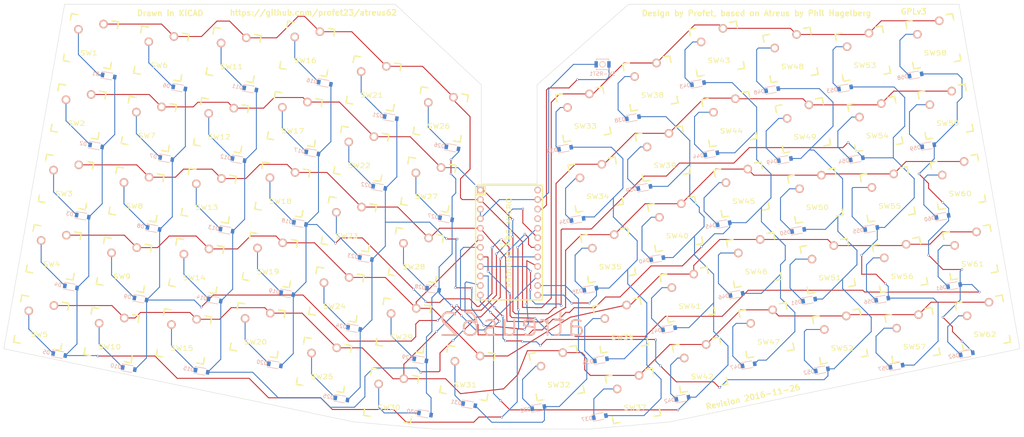
<source format=kicad_pcb>
(kicad_pcb (version 4) (host pcbnew 4.0.7)
  (layers (0 F.Cu signal) (31 B.Cu signal) (34 B.Paste user) (35 F.Paste user) (36 B.SilkS user) (37 F.SilkS user) (38 B.Mask user) (39 F.Mask user) (44 Edge.Cuts user))
  (net 0 "")
  (net 1 "Net-(D1-Pad1)")
  (net 2 /COL0)
  (net 3 "Net-(D2-Pad1)")
  (net 4 "Net-(D3-Pad1)")
  (net 5 "Net-(D4-Pad1)")
  (net 6 "Net-(D5-Pad1)")
  (net 7 "Net-(D6-Pad1)")
  (net 8 /COL1)
  (net 9 "Net-(D7-Pad1)")
  (net 10 "Net-(D8-Pad1)")
  (net 11 "Net-(D9-Pad1)")
  (net 12 "Net-(D10-Pad1)")
  (net 13 "Net-(D11-Pad1)")
  (net 14 /COL2)
  (net 15 "Net-(D12-Pad1)")
  (net 16 "Net-(D13-Pad1)")
  (net 17 "Net-(D14-Pad1)")
  (net 18 "Net-(D15-Pad1)")
  (net 19 "Net-(D16-Pad1)")
  (net 20 /COL3)
  (net 21 "Net-(D17-Pad1)")
  (net 22 "Net-(D18-Pad1)")
  (net 23 "Net-(D19-Pad1)")
  (net 24 "Net-(D20-Pad1)")
  (net 25 "Net-(D21-Pad1)")
  (net 26 /COL4)
  (net 27 "Net-(D22-Pad1)")
  (net 28 "Net-(D23-Pad1)")
  (net 29 "Net-(D24-Pad1)")
  (net 30 "Net-(D25-Pad1)")
  (net 31 "Net-(D26-Pad1)")
  (net 32 /COL5)
  (net 33 "Net-(D27-Pad1)")
  (net 34 "Net-(D28-Pad1)")
  (net 35 "Net-(D29-Pad1)")
  (net 36 "Net-(D30-Pad1)")
  (net 37 "Net-(D31-Pad1)")
  (net 38 /COL6)
  (net 39 "Net-(D32-Pad1)")
  (net 40 "Net-(D33-Pad1)")
  (net 41 /COL7)
  (net 42 "Net-(D34-Pad1)")
  (net 43 "Net-(D35-Pad1)")
  (net 44 "Net-(D36-Pad1)")
  (net 45 "Net-(D37-Pad1)")
  (net 46 "Net-(D38-Pad1)")
  (net 47 /COL8)
  (net 48 "Net-(D39-Pad1)")
  (net 49 "Net-(D40-Pad1)")
  (net 50 "Net-(D41-Pad1)")
  (net 51 "Net-(D42-Pad1)")
  (net 52 "Net-(D43-Pad1)")
  (net 53 /COL9)
  (net 54 "Net-(D44-Pad1)")
  (net 55 "Net-(D45-Pad1)")
  (net 56 "Net-(D46-Pad1)")
  (net 57 "Net-(D47-Pad1)")
  (net 58 "Net-(D48-Pad1)")
  (net 59 /COL10)
  (net 60 "Net-(D49-Pad1)")
  (net 61 "Net-(D50-Pad1)")
  (net 62 "Net-(D51-Pad1)")
  (net 63 "Net-(D52-Pad1)")
  (net 64 "Net-(D53-Pad1)")
  (net 65 /COL11)
  (net 66 "Net-(D54-Pad1)")
  (net 67 "Net-(D55-Pad1)")
  (net 68 "Net-(D56-Pad1)")
  (net 69 "Net-(D57-Pad1)")
  (net 70 "Net-(D58-Pad1)")
  (net 71 /COL12)
  (net 72 "Net-(D59-Pad1)")
  (net 73 "Net-(D60-Pad1)")
  (net 74 "Net-(D61-Pad1)")
  (net 75 "Net-(D62-Pad1)")
  (net 76 /ROW4)
  (net 77 /ROW3)
  (net 78 /ROW2)
  (net 79 /ROW1)
  (net 80 /ROW0)
  (net 81 GND)
  (net 82 VCC)
  (net 83 "Net-(U1-Pad24)")
  (net 84 "Net-(SW-RST1-Pad2)")
  (module footprints:CHERRY_PCB_100H (layer F.Cu) (at 180.468855 145.367404 10)
    (fp_text reference SW37 (at 0 3.175 360) (layer F.SilkS) (effects (font (size 1.27 1.524) (thickness 0.2032))))
    (fp_text value SWITCH_PUSH hide)
    (pad 1 thru_hole circle (at 2.54 -5.08) (size 2.286 2.286) (drill 1.4986) (layers *.Cu *.SilkS *.Mask) (net 80 /ROW0))
    (pad 2 thru_hole circle (at -3.81 -2.54) (size 2.286 2.286) (drill 1.4986) (layers *.Cu *.SilkS *.Mask) (net 45 "Net-(D37-Pad1)"))
    (pad HOLE np_thru_hole circle (at 0 0) (size 3.9878 3.9878) (drill 3.9878) (layers *.Cu))
    (pad HOLE np_thru_hole circle (at -5.08 0) (size 1.7018 1.7018) (drill 1.7018) (layers *.Cu))
    (pad HOLE np_thru_hole circle (at 5.08 0) (size 1.7018 1.7018) (drill 1.7018) (layers *.Cu))
  )
  (module footprints:CHERRY_PCB_100H (layer F.Cu) (at 116.165819 145.373504 350)
    (fp_text reference SW30 (at 0 3.175 360) (layer F.SilkS) (effects (font (size 1.27 1.524) (thickness 0.2032))))
    (fp_text value SWITCH_PUSH hide)
    (pad 1 thru_hole circle (at 2.54 -5.08) (size 2.286 2.286) (drill 1.4986) (layers *.Cu *.SilkS *.Mask) (net 80 /ROW0))
    (pad 2 thru_hole circle (at -3.81 -2.54) (size 2.286 2.286) (drill 1.4986) (layers *.Cu *.SilkS *.Mask) (net 36 "Net-(D30-Pad1)"))
    (pad HOLE np_thru_hole circle (at 0 0) (size 3.9878 3.9878) (drill 3.9878) (layers *.Cu))
    (pad HOLE np_thru_hole circle (at -5.08 0) (size 1.7018 1.7018) (drill 1.7018) (layers *.Cu))
    (pad HOLE np_thru_hole circle (at 5.08 0) (size 1.7018 1.7018) (drill 1.7018) (layers *.Cu))
  )
  (module Diodes_SMD:SOD-123 (layer B.Cu) (at 41.06 60.31 350)
    (fp_text reference D1 (at -3.5 0 350) (layer B.SilkS) (effects (justify mirror)))
    (fp_text value DIODE)
    (pad 1 smd rect (at -1.635 0 350) (size 0.91 1.22) (layers B.Cu B.Paste B.Mask) (net 1 "Net-(D1-Pad1)"))
    (pad 2 smd rect (at 1.635 0 350) (size 0.91 1.22) (layers B.Cu B.Paste B.Mask) (net 2 /COL0))
  )
  (module Diodes_SMD:SOD-123 (layer F.Cu) (at 37.74 78.9 350)
    (fp_text reference D2 (at -3.5 0 350) (layer B.SilkS) (effects (justify mirror)))
    (fp_text value DIODE)
    (pad 1 smd rect (at -1.635 0 350) (size 0.91 1.22) (layers B.Cu B.Paste B.Mask) (net 3 "Net-(D2-Pad1)"))
    (pad 2 smd rect (at 1.635 0 350) (size 0.91 1.22) (layers B.Cu B.Paste B.Mask) (net 2 /COL0))
  )
  (module Diodes_SMD:SOD-123 (layer B.Cu) (at 34.16 97.57 350)
    (fp_text reference D3 (at -3.5 0 350) (layer B.SilkS) (effects (justify mirror)))
    (fp_text value DIODE)
    (pad 1 smd rect (at -1.635 0 350) (size 0.91 1.22) (layers B.Cu B.Paste B.Mask) (net 4 "Net-(D3-Pad1)"))
    (pad 2 smd rect (at 1.635 0 350) (size 0.91 1.22) (layers B.Cu B.Paste B.Mask) (net 2 /COL0))
  )
  (module Diodes_SMD:SOD-123 (layer B.Cu) (at 31.03 116.4 350)
    (fp_text reference D4 (at -3.5 0 350) (layer B.SilkS) (effects (justify mirror)))
    (fp_text value DIODE)
    (pad 1 smd rect (at -1.635 0 350) (size 0.91 1.22) (layers B.Cu B.Paste B.Mask) (net 5 "Net-(D4-Pad1)"))
    (pad 2 smd rect (at 1.635 0 350) (size 0.91 1.22) (layers B.Cu B.Paste B.Mask) (net 2 /COL0))
  )
  (module Diodes_SMD:SOD-123 (layer B.Cu) (at 27.93 134.37 350)
    (fp_text reference D5 (at -3.5 0 350) (layer B.SilkS) (effects (justify mirror)))
    (fp_text value DIODE)
    (pad 1 smd rect (at -1.635 0 350) (size 0.91 1.22) (layers B.Cu B.Paste B.Mask) (net 6 "Net-(D5-Pad1)"))
    (pad 2 smd rect (at 1.635 0 350) (size 0.91 1.22) (layers B.Cu B.Paste B.Mask) (net 2 /COL0))
  )
  (module Diodes_SMD:SOD-123 (layer B.Cu) (at 59.85 63.48 350)
    (fp_text reference D6 (at -3.5 0 350) (layer B.SilkS) (effects (justify mirror)))
    (fp_text value DIODE)
    (pad 1 smd rect (at -1.635 0 350) (size 0.91 1.22) (layers B.Cu B.Paste B.Mask) (net 7 "Net-(D6-Pad1)"))
    (pad 2 smd rect (at 1.635 0 350) (size 0.91 1.22) (layers B.Cu B.Paste B.Mask) (net 8 /COL1))
  )
  (module Diodes_SMD:SOD-123 (layer B.Cu) (at 56.38 82.26 350)
    (fp_text reference D7 (at -3.5 0 350) (layer B.SilkS) (effects (justify mirror)))
    (fp_text value DIODE)
    (pad 1 smd rect (at -1.635 0 350) (size 0.91 1.22) (layers B.Cu B.Paste B.Mask) (net 9 "Net-(D7-Pad1)"))
    (pad 2 smd rect (at 1.635 0 350) (size 0.91 1.22) (layers B.Cu B.Paste B.Mask) (net 8 /COL1))
  )
  (module Diodes_SMD:SOD-123 (layer B.Cu) (at 53 100.85 350)
    (fp_text reference D8 (at -3.5 0 350) (layer B.SilkS) (effects (justify mirror)))
    (fp_text value DIODE)
    (pad 1 smd rect (at -1.635 0 350) (size 0.91 1.22) (layers B.Cu B.Paste B.Mask) (net 10 "Net-(D8-Pad1)"))
    (pad 2 smd rect (at 1.635 0 350) (size 0.91 1.22) (layers B.Cu B.Paste B.Mask) (net 8 /COL1))
  )
  (module Diodes_SMD:SOD-123 (layer B.Cu) (at 49.53 119.61 350)
    (fp_text reference D9 (at -3.5 0 350) (layer B.SilkS) (effects (justify mirror)))
    (fp_text value DIODE)
    (pad 1 smd rect (at -1.635 0 350) (size 0.91 1.22) (layers B.Cu B.Paste B.Mask) (net 11 "Net-(D9-Pad1)"))
    (pad 2 smd rect (at 1.635 0 350) (size 0.91 1.22) (layers B.Cu B.Paste B.Mask) (net 8 /COL1))
  )
  (module Diodes_SMD:SOD-123 (layer B.Cu) (at 46.42 138.1 350)
    (fp_text reference D10 (at -3.5 0 350) (layer B.SilkS) (effects (justify mirror)))
    (fp_text value DIODE)
    (pad 1 smd rect (at -1.635 0 350) (size 0.91 1.22) (layers B.Cu B.Paste B.Mask) (net 12 "Net-(D10-Pad1)"))
    (pad 2 smd rect (at 1.635 0 350) (size 0.91 1.22) (layers B.Cu B.Paste B.Mask) (net 8 /COL1))
  )
  (module Diodes_SMD:SOD-123 (layer B.Cu) (at 78.73 63.76 350)
    (fp_text reference D11 (at -3.5 0 350) (layer B.SilkS) (effects (justify mirror)))
    (fp_text value DIODE)
    (pad 1 smd rect (at -1.635 0 350) (size 0.91 1.22) (layers B.Cu B.Paste B.Mask) (net 13 "Net-(D11-Pad1)"))
    (pad 2 smd rect (at 1.635 0 350) (size 0.91 1.22) (layers B.Cu B.Paste B.Mask) (net 14 /COL2))
  )
  (module Diodes_SMD:SOD-123 (layer B.Cu) (at 75.61 82.53 350)
    (fp_text reference D12 (at -3.5 0 350) (layer B.SilkS) (effects (justify mirror)))
    (fp_text value DIODE)
    (pad 1 smd rect (at -1.635 0 350) (size 0.91 1.22) (layers B.Cu B.Paste B.Mask) (net 15 "Net-(D12-Pad1)"))
    (pad 2 smd rect (at 1.635 0 350) (size 0.91 1.22) (layers B.Cu B.Paste B.Mask) (net 14 /COL2))
  )
  (module Diodes_SMD:SOD-123 (layer B.Cu) (at 72.42 101.31 350)
    (fp_text reference D13 (at -3.5 0 350) (layer B.SilkS) (effects (justify mirror)))
    (fp_text value DIODE)
    (pad 1 smd rect (at -1.635 0 350) (size 0.91 1.22) (layers B.Cu B.Paste B.Mask) (net 16 "Net-(D13-Pad1)"))
    (pad 2 smd rect (at 1.635 0 350) (size 0.91 1.22) (layers B.Cu B.Paste B.Mask) (net 14 /COL2))
  )
  (module Diodes_SMD:SOD-123 (layer B.Cu) (at 69.26 119.88 350)
    (fp_text reference D14 (at -3.5 0 350) (layer B.SilkS) (effects (justify mirror)))
    (fp_text value DIODE)
    (pad 1 smd rect (at -1.635 0 350) (size 0.91 1.22) (layers B.Cu B.Paste B.Mask) (net 17 "Net-(D14-Pad1)"))
    (pad 2 smd rect (at 1.635 0 350) (size 0.91 1.22) (layers B.Cu B.Paste B.Mask) (net 14 /COL2))
  )
  (module Diodes_SMD:SOD-123 (layer B.Cu) (at 65.79 138.81 350)
    (fp_text reference D15 (at -3.5 0 350) (layer B.SilkS) (effects (justify mirror)))
    (fp_text value DIODE)
    (pad 1 smd rect (at -1.635 0 350) (size 0.91 1.22) (layers B.Cu B.Paste B.Mask) (net 18 "Net-(D15-Pad1)"))
    (pad 2 smd rect (at 1.635 0 350) (size 0.91 1.22) (layers B.Cu B.Paste B.Mask) (net 14 /COL2))
  )
  (module Diodes_SMD:SOD-123 (layer B.Cu) (at 98.54 62.23 350)
    (fp_text reference D16 (at -3.5 0 350) (layer B.SilkS) (effects (justify mirror)))
    (fp_text value DIODE)
    (pad 1 smd rect (at -1.635 0 350) (size 0.91 1.22) (layers B.Cu B.Paste B.Mask) (net 19 "Net-(D16-Pad1)"))
    (pad 2 smd rect (at 1.635 0 350) (size 0.91 1.22) (layers B.Cu B.Paste B.Mask) (net 20 /COL3))
  )
  (module Diodes_SMD:SOD-123 (layer B.Cu) (at 95.24 80.77 350)
    (fp_text reference D17 (at -3.5 0 350) (layer B.SilkS) (effects (justify mirror)))
    (fp_text value DIODE)
    (pad 1 smd rect (at -1.635 0 350) (size 0.91 1.22) (layers B.Cu B.Paste B.Mask) (net 21 "Net-(D17-Pad1)"))
    (pad 2 smd rect (at 1.635 0 350) (size 0.91 1.22) (layers B.Cu B.Paste B.Mask) (net 20 /COL3))
  )
  (module Diodes_SMD:SOD-123 (layer B.Cu) (at 91.93 99.52 350)
    (fp_text reference D18 (at -3.5 0 350) (layer B.SilkS) (effects (justify mirror)))
    (fp_text value DIODE)
    (pad 1 smd rect (at -1.635 0 350) (size 0.91 1.22) (layers B.Cu B.Paste B.Mask) (net 22 "Net-(D18-Pad1)"))
    (pad 2 smd rect (at 1.635 0 350) (size 0.91 1.22) (layers B.Cu B.Paste B.Mask) (net 20 /COL3))
  )
  (module Diodes_SMD:SOD-123 (layer B.Cu) (at 88.55 118.19 350)
    (fp_text reference D19 (at -3.5 0 350) (layer B.SilkS) (effects (justify mirror)))
    (fp_text value DIODE)
    (pad 1 smd rect (at -1.635 0 350) (size 0.91 1.22) (layers B.Cu B.Paste B.Mask) (net 23 "Net-(D19-Pad1)"))
    (pad 2 smd rect (at 1.635 0 350) (size 0.91 1.22) (layers B.Cu B.Paste B.Mask) (net 20 /COL3))
  )
  (module Diodes_SMD:SOD-123 (layer B.Cu) (at 85.26 137.12 350)
    (fp_text reference D20 (at -3.5 0 350) (layer B.SilkS) (effects (justify mirror)))
    (fp_text value DIODE)
    (pad 1 smd rect (at -1.635 0 350) (size 0.91 1.22) (layers B.Cu B.Paste B.Mask) (net 24 "Net-(D20-Pad1)"))
    (pad 2 smd rect (at 1.635 0 350) (size 0.91 1.22) (layers B.Cu B.Paste B.Mask) (net 20 /COL3))
  )
  (module Diodes_SMD:SOD-123 (layer B.Cu) (at 116.07 71.37 350)
    (fp_text reference D21 (at -3.5 0 350) (layer B.SilkS) (effects (justify mirror)))
    (fp_text value DIODE)
    (pad 1 smd rect (at -1.635 0 350) (size 0.91 1.22) (layers B.Cu B.Paste B.Mask) (net 25 "Net-(D21-Pad1)"))
    (pad 2 smd rect (at 1.635 0 350) (size 0.91 1.22) (layers B.Cu B.Paste B.Mask) (net 26 /COL4))
  )
  (module Diodes_SMD:SOD-123 (layer B.Cu) (at 113.02 89.92 350)
    (fp_text reference D22 (at -3.5 0 350) (layer B.SilkS) (effects (justify mirror)))
    (fp_text value DIODE)
    (pad 1 smd rect (at -1.635 0 350) (size 0.91 1.22) (layers B.Cu B.Paste B.Mask) (net 27 "Net-(D22-Pad1)"))
    (pad 2 smd rect (at 1.635 0 350) (size 0.91 1.22) (layers B.Cu B.Paste B.Mask) (net 26 /COL4))
  )
  (module Diodes_SMD:SOD-123 (layer B.Cu) (at 109.46 108.84 350)
    (fp_text reference D23 (at -3.5 0 350) (layer B.SilkS) (effects (justify mirror)))
    (fp_text value DIODE)
    (pad 1 smd rect (at -1.635 0 350) (size 0.91 1.22) (layers B.Cu B.Paste B.Mask) (net 28 "Net-(D23-Pad1)"))
    (pad 2 smd rect (at 1.635 0 350) (size 0.91 1.22) (layers B.Cu B.Paste B.Mask) (net 26 /COL4))
  )
  (module Diodes_SMD:SOD-123 (layer B.Cu) (at 106.34 127.43 350)
    (fp_text reference D24 (at -3.5 0 350) (layer B.SilkS) (effects (justify mirror)))
    (fp_text value DIODE)
    (pad 1 smd rect (at -1.635 0 350) (size 0.91 1.22) (layers B.Cu B.Paste B.Mask) (net 29 "Net-(D24-Pad1)"))
    (pad 2 smd rect (at 1.635 0 350) (size 0.91 1.22) (layers B.Cu B.Paste B.Mask) (net 26 /COL4))
  )
  (module Diodes_SMD:SOD-123 (layer B.Cu) (at 102.96 146.19 350)
    (fp_text reference D25 (at -3.5 0 350) (layer B.SilkS) (effects (justify mirror)))
    (fp_text value DIODE)
    (pad 1 smd rect (at -1.635 0 350) (size 0.91 1.22) (layers B.Cu B.Paste B.Mask) (net 30 "Net-(D25-Pad1)"))
    (pad 2 smd rect (at 1.635 0 350) (size 0.91 1.22) (layers B.Cu B.Paste B.Mask) (net 26 /COL4))
  )
  (module Diodes_SMD:SOD-123 (layer B.Cu) (at 132.47 79.43 350)
    (fp_text reference D26 (at -3.5 0 350) (layer B.SilkS) (effects (justify mirror)))
    (fp_text value DIODE)
    (pad 1 smd rect (at -1.635 0 350) (size 0.91 1.22) (layers B.Cu B.Paste B.Mask) (net 31 "Net-(D26-Pad1)"))
    (pad 2 smd rect (at 1.635 0 350) (size 0.91 1.22) (layers B.Cu B.Paste B.Mask) (net 32 /COL5))
  )
  (module Diodes_SMD:SOD-123 (layer B.Cu) (at 130.78 98.27 350)
    (fp_text reference D27 (at -3.5 0 350) (layer B.SilkS) (effects (justify mirror)))
    (fp_text value DIODE)
    (pad 1 smd rect (at -1.635 0 350) (size 0.91 1.22) (layers B.Cu B.Paste B.Mask) (net 33 "Net-(D27-Pad1)"))
    (pad 2 smd rect (at 1.635 0 350) (size 0.91 1.22) (layers B.Cu B.Paste B.Mask) (net 32 /COL5))
  )
  (module Diodes_SMD:SOD-123 (layer B.Cu) (at 127.32 117.03 350)
    (fp_text reference D28 (at -3.5 0 350) (layer B.SilkS) (effects (justify mirror)))
    (fp_text value DIODE)
    (pad 1 smd rect (at -1.635 0 350) (size 0.91 1.22) (layers B.Cu B.Paste B.Mask) (net 34 "Net-(D28-Pad1)"))
    (pad 2 smd rect (at 1.635 0 350) (size 0.91 1.22) (layers B.Cu B.Paste B.Mask) (net 32 /COL5))
  )
  (module Diodes_SMD:SOD-123 (layer B.Cu) (at 123.94 135.79 350)
    (fp_text reference D29 (at -3.5 0 350) (layer B.SilkS) (effects (justify mirror)))
    (fp_text value DIODE)
    (pad 1 smd rect (at -1.635 0 350) (size 0.91 1.22) (layers B.Cu B.Paste B.Mask) (net 35 "Net-(D29-Pad1)"))
    (pad 2 smd rect (at 1.635 0 350) (size 0.91 1.22) (layers B.Cu B.Paste B.Mask) (net 32 /COL5))
  )
  (module Diodes_SMD:SOD-123 (layer B.Cu) (at 125.18 150.19 350)
    (fp_text reference D30 (at -3.5 0 350) (layer B.SilkS) (effects (justify mirror)))
    (fp_text value DIODE)
    (pad 1 smd rect (at -1.635 0 350) (size 0.91 1.22) (layers B.Cu B.Paste B.Mask) (net 36 "Net-(D30-Pad1)"))
    (pad 2 smd rect (at 1.635 0 350) (size 0.91 1.22) (layers B.Cu B.Paste B.Mask) (net 32 /COL5))
  )
  (module Diodes_SMD:SOD-123 (layer B.Cu) (at 136.93 147.7 350)
    (fp_text reference D31 (at -3.5 0 350) (layer B.SilkS) (effects (justify mirror)))
    (fp_text value DIODE)
    (pad 1 smd rect (at -1.635 0 350) (size 0.91 1.22) (layers B.Cu B.Paste B.Mask) (net 37 "Net-(D31-Pad1)"))
    (pad 2 smd rect (at 1.635 0 350) (size 0.91 1.22) (layers B.Cu B.Paste B.Mask) (net 38 /COL6))
  )
  (module Diodes_SMD:SOD-123 (layer B.Cu) (at 155.32 148.5 10)
    (fp_text reference D32 (at -3.5 0 10) (layer B.SilkS) (effects (justify mirror)))
    (fp_text value DIODE)
    (pad 1 smd rect (at -1.635 0 10) (size 0.91 1.22) (layers B.Cu B.Paste B.Mask) (net 39 "Net-(D32-Pad1)"))
    (pad 2 smd rect (at 1.635 0 10) (size 0.91 1.22) (layers B.Cu B.Paste B.Mask) (net 38 /COL6))
  )
  (module Diodes_SMD:SOD-123 (layer B.Cu) (at 162.43 79.54 10)
    (fp_text reference D33 (at -3.5 0 10) (layer B.SilkS) (effects (justify mirror)))
    (fp_text value DIODE)
    (pad 1 smd rect (at -1.635 0 10) (size 0.91 1.22) (layers B.Cu B.Paste B.Mask) (net 40 "Net-(D33-Pad1)"))
    (pad 2 smd rect (at 1.635 0 10) (size 0.91 1.22) (layers B.Cu B.Paste B.Mask) (net 41 /COL7))
  )
  (module Diodes_SMD:SOD-123 (layer B.Cu) (at 165.74 98.46 10)
    (fp_text reference D34 (at -3.5 0 10) (layer B.SilkS) (effects (justify mirror)))
    (fp_text value DIODE)
    (pad 1 smd rect (at -1.635 0 10) (size 0.91 1.22) (layers B.Cu B.Paste B.Mask) (net 42 "Net-(D34-Pad1)"))
    (pad 2 smd rect (at 1.635 0 10) (size 0.91 1.22) (layers B.Cu B.Paste B.Mask) (net 41 /COL7))
  )
  (module Diodes_SMD:SOD-123 (layer B.Cu) (at 169.16 117 10)
    (fp_text reference D35 (at -3.5 0 10) (layer B.SilkS) (effects (justify mirror)))
    (fp_text value DIODE)
    (pad 1 smd rect (at -1.635 0 10) (size 0.91 1.22) (layers B.Cu B.Paste B.Mask) (net 43 "Net-(D35-Pad1)"))
    (pad 2 smd rect (at 1.635 0 10) (size 0.91 1.22) (layers B.Cu B.Paste B.Mask) (net 41 /COL7))
  )
  (module Diodes_SMD:SOD-123 (layer B.Cu) (at 171.95 135.79 10)
    (fp_text reference D36 (at -3.5 0 10) (layer B.SilkS) (effects (justify mirror)))
    (fp_text value DIODE)
    (pad 1 smd rect (at -1.635 0 10) (size 0.91 1.22) (layers B.Cu B.Paste B.Mask) (net 44 "Net-(D36-Pad1)"))
    (pad 2 smd rect (at 1.635 0 10) (size 0.91 1.22) (layers B.Cu B.Paste B.Mask) (net 41 /COL7))
  )
  (module Diodes_SMD:SOD-123 (layer B.Cu) (at 171.68 150.9 10)
    (fp_text reference D37 (at -3.5 0 10) (layer B.SilkS) (effects (justify mirror)))
    (fp_text value DIODE)
    (pad 1 smd rect (at -1.635 0 10) (size 0.91 1.22) (layers B.Cu B.Paste B.Mask) (net 45 "Net-(D37-Pad1)"))
    (pad 2 smd rect (at 1.635 0 10) (size 0.91 1.22) (layers B.Cu B.Paste B.Mask) (net 41 /COL7))
  )
  (module Diodes_SMD:SOD-123 (layer B.Cu) (at 180.47 71.41 10)
    (fp_text reference D38 (at -3.5 0 10) (layer B.SilkS) (effects (justify mirror)))
    (fp_text value DIODE)
    (pad 1 smd rect (at -1.635 0 10) (size 0.91 1.22) (layers B.Cu B.Paste B.Mask) (net 46 "Net-(D38-Pad1)"))
    (pad 2 smd rect (at 1.635 0 10) (size 0.91 1.22) (layers B.Cu B.Paste B.Mask) (net 47 /COL8))
  )
  (module Diodes_SMD:SOD-123 (layer B.Cu) (at 183.52 89.95 10)
    (fp_text reference D39 (at -3.5 0 10) (layer B.SilkS) (effects (justify mirror)))
    (fp_text value DIODE)
    (pad 1 smd rect (at -1.635 0 10) (size 0.91 1.22) (layers B.Cu B.Paste B.Mask) (net 48 "Net-(D39-Pad1)"))
    (pad 2 smd rect (at 1.635 0 10) (size 0.91 1.22) (layers B.Cu B.Paste B.Mask) (net 47 /COL8))
  )
  (module Diodes_SMD:SOD-123 (layer B.Cu) (at 186.94 108.88 10)
    (fp_text reference D40 (at -3.5 0 10) (layer B.SilkS) (effects (justify mirror)))
    (fp_text value DIODE)
    (pad 1 smd rect (at -1.635 0 10) (size 0.91 1.22) (layers B.Cu B.Paste B.Mask) (net 49 "Net-(D40-Pad1)"))
    (pad 2 smd rect (at 1.635 0 10) (size 0.91 1.22) (layers B.Cu B.Paste B.Mask) (net 47 /COL8))
  )
  (module Diodes_SMD:SOD-123 (layer B.Cu) (at 190.08 127.52 10)
    (fp_text reference D41 (at -3.5 0 10) (layer B.SilkS) (effects (justify mirror)))
    (fp_text value DIODE)
    (pad 1 smd rect (at -1.635 0 10) (size 0.91 1.22) (layers B.Cu B.Paste B.Mask) (net 50 "Net-(D41-Pad1)"))
    (pad 2 smd rect (at 1.635 0 10) (size 0.91 1.22) (layers B.Cu B.Paste B.Mask) (net 47 /COL8))
  )
  (module Diodes_SMD:SOD-123 (layer B.Cu) (at 193.64 146.01 10)
    (fp_text reference D42 (at -3.5 0 10) (layer B.SilkS) (effects (justify mirror)))
    (fp_text value DIODE)
    (pad 1 smd rect (at -1.635 0 10) (size 0.91 1.22) (layers B.Cu B.Paste B.Mask) (net 51 "Net-(D42-Pad1)"))
    (pad 2 smd rect (at 1.635 0 10) (size 0.91 1.22) (layers B.Cu B.Paste B.Mask) (net 47 /COL8))
  )
  (module Diodes_SMD:SOD-123 (layer B.Cu) (at 197.77 62.35 10)
    (fp_text reference D43 (at -3.5 0 10) (layer B.SilkS) (effects (justify mirror)))
    (fp_text value DIODE)
    (pad 1 smd rect (at -1.635 0 10) (size 0.91 1.22) (layers B.Cu B.Paste B.Mask) (net 52 "Net-(D43-Pad1)"))
    (pad 2 smd rect (at 1.635 0 10) (size 0.91 1.22) (layers B.Cu B.Paste B.Mask) (net 53 /COL9))
  )
  (module Diodes_SMD:SOD-123 (layer B.Cu) (at 201.32 81.02 10)
    (fp_text reference D44 (at -3.5 0 10) (layer B.SilkS) (effects (justify mirror)))
    (fp_text value DIODE)
    (pad 1 smd rect (at -1.635 0 10) (size 0.91 1.22) (layers B.Cu B.Paste B.Mask) (net 54 "Net-(D44-Pad1)"))
    (pad 2 smd rect (at 1.635 0 10) (size 0.91 1.22) (layers B.Cu B.Paste B.Mask) (net 53 /COL9))
  )
  (module Diodes_SMD:SOD-123 (layer B.Cu) (at 204.6 99.6 10)
    (fp_text reference D45 (at -3.5 0 10) (layer B.SilkS) (effects (justify mirror)))
    (fp_text value DIODE)
    (pad 1 smd rect (at -1.635 0 10) (size 0.91 1.22) (layers B.Cu B.Paste B.Mask) (net 55 "Net-(D45-Pad1)"))
    (pad 2 smd rect (at 1.635 0 10) (size 0.91 1.22) (layers B.Cu B.Paste B.Mask) (net 53 /COL9))
  )
  (module Diodes_SMD:SOD-123 (layer B.Cu) (at 208.03 118.4 10)
    (fp_text reference D46 (at -3.5 0 10) (layer B.SilkS) (effects (justify mirror)))
    (fp_text value DIODE)
    (pad 1 smd rect (at -1.635 0 10) (size 0.91 1.22) (layers B.Cu B.Paste B.Mask) (net 56 "Net-(D46-Pad1)"))
    (pad 2 smd rect (at 1.635 0 10) (size 0.91 1.22) (layers B.Cu B.Paste B.Mask) (net 53 /COL9))
  )
  (module Diodes_SMD:SOD-123 (layer B.Cu) (at 211.24 137.12 10)
    (fp_text reference D47 (at -3.5 0 10) (layer B.SilkS) (effects (justify mirror)))
    (fp_text value DIODE)
    (pad 1 smd rect (at -1.635 0 10) (size 0.91 1.22) (layers B.Cu B.Paste B.Mask) (net 57 "Net-(D47-Pad1)"))
    (pad 2 smd rect (at 1.635 0 10) (size 0.91 1.22) (layers B.Cu B.Paste B.Mask) (net 53 /COL9))
  )
  (module Diodes_SMD:SOD-123 (layer B.Cu) (at 217.5 63.95 10)
    (fp_text reference D48 (at -3.5 0 10) (layer B.SilkS) (effects (justify mirror)))
    (fp_text value DIODE)
    (pad 1 smd rect (at -1.635 0 10) (size 0.91 1.22) (layers B.Cu B.Paste B.Mask) (net 58 "Net-(D48-Pad1)"))
    (pad 2 smd rect (at 1.635 0 10) (size 0.91 1.22) (layers B.Cu B.Paste B.Mask) (net 59 /COL10))
  )
  (module Diodes_SMD:SOD-123 (layer B.Cu) (at 220.88 82.53 10)
    (fp_text reference D49 (at -3.5 0 10) (layer B.SilkS) (effects (justify mirror)))
    (fp_text value DIODE)
    (pad 1 smd rect (at -1.635 0 10) (size 0.91 1.22) (layers B.Cu B.Paste B.Mask) (net 60 "Net-(D49-Pad1)"))
    (pad 2 smd rect (at 1.635 0 10) (size 0.91 1.22) (layers B.Cu B.Paste B.Mask) (net 59 /COL10))
  )
  (module Diodes_SMD:SOD-123 (layer B.Cu) (at 224.41 101.38 10)
    (fp_text reference D50 (at -3.5 0 10) (layer B.SilkS) (effects (justify mirror)))
    (fp_text value DIODE)
    (pad 1 smd rect (at -1.635 0 10) (size 0.91 1.22) (layers B.Cu B.Paste B.Mask) (net 61 "Net-(D50-Pad1)"))
    (pad 2 smd rect (at 1.635 0 10) (size 0.91 1.22) (layers B.Cu B.Paste B.Mask) (net 59 /COL10))
  )
  (module Diodes_SMD:SOD-123 (layer B.Cu) (at 227.33 119.92 10)
    (fp_text reference D51 (at -3.5 0 10) (layer B.SilkS) (effects (justify mirror)))
    (fp_text value DIODE)
    (pad 1 smd rect (at -1.635 0 10) (size 0.91 1.22) (layers B.Cu B.Paste B.Mask) (net 62 "Net-(D51-Pad1)"))
    (pad 2 smd rect (at 1.635 0 10) (size 0.91 1.22) (layers B.Cu B.Paste B.Mask) (net 59 /COL10))
  )
  (module Diodes_SMD:SOD-123 (layer B.Cu) (at 230.71 138.46 10)
    (fp_text reference D52 (at -3.5 0 10) (layer B.SilkS) (effects (justify mirror)))
    (fp_text value DIODE)
    (pad 1 smd rect (at -1.635 0 10) (size 0.91 1.22) (layers B.Cu B.Paste B.Mask) (net 63 "Net-(D52-Pad1)"))
    (pad 2 smd rect (at 1.635 0 10) (size 0.91 1.22) (layers B.Cu B.Paste B.Mask) (net 59 /COL10))
  )
  (module Diodes_SMD:SOD-123 (layer B.Cu) (at 236.88 63.51 10)
    (fp_text reference D53 (at -3.5 0 10) (layer B.SilkS) (effects (justify mirror)))
    (fp_text value DIODE)
    (pad 1 smd rect (at -1.635 0 10) (size 0.91 1.22) (layers B.Cu B.Paste B.Mask) (net 64 "Net-(D53-Pad1)"))
    (pad 2 smd rect (at 1.635 0 10) (size 0.91 1.22) (layers B.Cu B.Paste B.Mask) (net 65 /COL11))
  )
  (module Diodes_SMD:SOD-123 (layer B.Cu) (at 239.99 82.35 10)
    (fp_text reference D54 (at -3.5 0 10) (layer B.SilkS) (effects (justify mirror)))
    (fp_text value DIODE)
    (pad 1 smd rect (at -1.635 0 10) (size 0.91 1.22) (layers B.Cu B.Paste B.Mask) (net 66 "Net-(D54-Pad1)"))
    (pad 2 smd rect (at 1.635 0 10) (size 0.91 1.22) (layers B.Cu B.Paste B.Mask) (net 65 /COL11))
  )
  (module Diodes_SMD:SOD-123 (layer B.Cu) (at 243.84 100.87 10)
    (fp_text reference D55 (at -3.5 0 10) (layer B.SilkS) (effects (justify mirror)))
    (fp_text value DIODE)
    (pad 1 smd rect (at -1.635 0 10) (size 0.91 1.22) (layers B.Cu B.Paste B.Mask) (net 67 "Net-(D55-Pad1)"))
    (pad 2 smd rect (at 1.635 0 10) (size 0.91 1.22) (layers B.Cu B.Paste B.Mask) (net 65 /COL11))
  )
  (module Diodes_SMD:SOD-123 (layer B.Cu) (at 246.76 119.67 10)
    (fp_text reference D56 (at -3.5 0 10) (layer B.SilkS) (effects (justify mirror)))
    (fp_text value DIODE)
    (pad 1 smd rect (at -1.635 0 10) (size 0.91 1.22) (layers B.Cu B.Paste B.Mask) (net 68 "Net-(D56-Pad1)"))
    (pad 2 smd rect (at 1.635 0 10) (size 0.91 1.22) (layers B.Cu B.Paste B.Mask) (net 65 /COL11))
  )
  (module Diodes_SMD:SOD-123 (layer B.Cu) (at 250.57 137.48 10)
    (fp_text reference D57 (at -3.5 0 10) (layer B.SilkS) (effects (justify mirror)))
    (fp_text value DIODE)
    (pad 1 smd rect (at -1.635 0 10) (size 0.91 1.22) (layers B.Cu B.Paste B.Mask) (net 69 "Net-(D57-Pad1)"))
    (pad 2 smd rect (at 1.635 0 10) (size 0.91 1.22) (layers B.Cu B.Paste B.Mask) (net 65 /COL11))
  )
  (module Diodes_SMD:SOD-123 (layer B.Cu) (at 255.64 60.04 10)
    (fp_text reference D58 (at -3.5 0 10) (layer B.SilkS) (effects (justify mirror)))
    (fp_text value DIODE)
    (pad 1 smd rect (at -1.635 0 10) (size 0.91 1.22) (layers B.Cu B.Paste B.Mask) (net 70 "Net-(D58-Pad1)"))
    (pad 2 smd rect (at 1.635 0 10) (size 0.91 1.22) (layers B.Cu B.Paste B.Mask) (net 71 /COL12))
  )
  (module Diodes_SMD:SOD-123 (layer B.Cu) (at 258.99 78.87 10)
    (fp_text reference D59 (at -3.5 0 10) (layer B.SilkS) (effects (justify mirror)))
    (fp_text value DIODE)
    (pad 1 smd rect (at -1.635 0 10) (size 0.91 1.22) (layers B.Cu B.Paste B.Mask) (net 72 "Net-(D59-Pad1)"))
    (pad 2 smd rect (at 1.635 0 10) (size 0.91 1.22) (layers B.Cu B.Paste B.Mask) (net 71 /COL12))
  )
  (module Diodes_SMD:SOD-123 (layer B.Cu) (at 262.8 97.66 10)
    (fp_text reference D60 (at -3.5 0 10) (layer B.SilkS) (effects (justify mirror)))
    (fp_text value DIODE)
    (pad 1 smd rect (at -1.635 0 10) (size 0.91 1.22) (layers B.Cu B.Paste B.Mask) (net 73 "Net-(D60-Pad1)"))
    (pad 2 smd rect (at 1.635 0 10) (size 0.91 1.22) (layers B.Cu B.Paste B.Mask) (net 71 /COL12))
  )
  (module Diodes_SMD:SOD-123 (layer B.Cu) (at 265.88 116.05 10)
    (fp_text reference D61 (at -3.5 0 10) (layer B.SilkS) (effects (justify mirror)))
    (fp_text value DIODE)
    (pad 1 smd rect (at -1.635 0 10) (size 0.91 1.22) (layers B.Cu B.Paste B.Mask) (net 74 "Net-(D61-Pad1)"))
    (pad 2 smd rect (at 1.635 0 10) (size 0.91 1.22) (layers B.Cu B.Paste B.Mask) (net 71 /COL12))
  )
  (module Diodes_SMD:SOD-123 (layer B.Cu) (at 269.24 134.19 10)
    (fp_text reference D62 (at -3.5 0 10) (layer B.SilkS) (effects (justify mirror)))
    (fp_text value DIODE)
    (pad 1 smd rect (at -1.635 0 10) (size 0.91 1.22) (layers B.Cu B.Paste B.Mask) (net 75 "Net-(D62-Pad1)"))
    (pad 2 smd rect (at 1.635 0 10) (size 0.91 1.22) (layers B.Cu B.Paste B.Mask) (net 71 /COL12))
  )
  (module footprints:CHERRY_PCB_100H (layer F.Cu) (at 36.327289 51.077115 350)
    (fp_text reference SW1 (at 0 3.175 360) (layer F.SilkS) (effects (font (size 1.27 1.524) (thickness 0.2032))))
    (fp_text value SWITCH_PUSH hide)
    (pad 1 thru_hole circle (at 2.54 -5.08) (size 2.286 2.286) (drill 1.4986) (layers *.Cu *.SilkS *.Mask) (net 76 /ROW4))
    (pad 2 thru_hole circle (at -3.81 -2.54) (size 2.286 2.286) (drill 1.4986) (layers *.Cu *.SilkS *.Mask) (net 1 "Net-(D1-Pad1)"))
    (pad HOLE np_thru_hole circle (at 0 0) (size 3.9878 3.9878) (drill 3.9878) (layers *.Cu))
    (pad HOLE np_thru_hole circle (at -5.08 0) (size 1.7018 1.7018) (drill 1.7018) (layers *.Cu))
    (pad HOLE np_thru_hole circle (at 5.08 0) (size 1.7018 1.7018) (drill 1.7018) (layers *.Cu))
  )
  (module footprints:CHERRY_PCB_100H (layer F.Cu) (at 33.027974 69.788462 350)
    (fp_text reference SW2 (at 0 3.175 360) (layer F.SilkS) (effects (font (size 1.27 1.524) (thickness 0.2032))))
    (fp_text value SWITCH_PUSH hide)
    (pad 1 thru_hole circle (at 2.54 -5.08) (size 2.286 2.286) (drill 1.4986) (layers *.Cu *.SilkS *.Mask) (net 77 /ROW3))
    (pad 2 thru_hole circle (at -3.81 -2.54) (size 2.286 2.286) (drill 1.4986) (layers *.Cu *.SilkS *.Mask) (net 3 "Net-(D2-Pad1)"))
    (pad HOLE np_thru_hole circle (at 0 0) (size 3.9878 3.9878) (drill 3.9878) (layers *.Cu))
    (pad HOLE np_thru_hole circle (at -5.08 0) (size 1.7018 1.7018) (drill 1.7018) (layers *.Cu))
    (pad HOLE np_thru_hole circle (at 5.08 0) (size 1.7018 1.7018) (drill 1.7018) (layers *.Cu))
  )
  (module footprints:CHERRY_PCB_100H (layer F.Cu) (at 29.728658 88.499809 350)
    (fp_text reference SW3 (at 0 3.175 360) (layer F.SilkS) (effects (font (size 1.27 1.524) (thickness 0.2032))))
    (fp_text value SWITCH_PUSH hide)
    (pad 1 thru_hole circle (at 2.54 -5.08) (size 2.286 2.286) (drill 1.4986) (layers *.Cu *.SilkS *.Mask) (net 78 /ROW2))
    (pad 2 thru_hole circle (at -3.81 -2.54) (size 2.286 2.286) (drill 1.4986) (layers *.Cu *.SilkS *.Mask) (net 4 "Net-(D3-Pad1)"))
    (pad HOLE np_thru_hole circle (at 0 0) (size 3.9878 3.9878) (drill 3.9878) (layers *.Cu))
    (pad HOLE np_thru_hole circle (at -5.08 0) (size 1.7018 1.7018) (drill 1.7018) (layers *.Cu))
    (pad HOLE np_thru_hole circle (at 5.08 0) (size 1.7018 1.7018) (drill 1.7018) (layers *.Cu))
  )
  (module footprints:CHERRY_PCB_100H (layer F.Cu) (at 26.429343 107.211157 350)
    (fp_text reference SW4 (at 0 3.175 360) (layer F.SilkS) (effects (font (size 1.27 1.524) (thickness 0.2032))))
    (fp_text value SWITCH_PUSH hide)
    (pad 1 thru_hole circle (at 2.54 -5.08) (size 2.286 2.286) (drill 1.4986) (layers *.Cu *.SilkS *.Mask) (net 79 /ROW1))
    (pad 2 thru_hole circle (at -3.81 -2.54) (size 2.286 2.286) (drill 1.4986) (layers *.Cu *.SilkS *.Mask) (net 5 "Net-(D4-Pad1)"))
    (pad HOLE np_thru_hole circle (at 0 0) (size 3.9878 3.9878) (drill 3.9878) (layers *.Cu))
    (pad HOLE np_thru_hole circle (at -5.08 0) (size 1.7018 1.7018) (drill 1.7018) (layers *.Cu))
    (pad HOLE np_thru_hole circle (at 5.08 0) (size 1.7018 1.7018) (drill 1.7018) (layers *.Cu))
  )
  (module footprints:CHERRY_PCB_100H (layer F.Cu) (at 23.130027 125.922504 350)
    (fp_text reference SW5 (at 0 3.175 360) (layer F.SilkS) (effects (font (size 1.27 1.524) (thickness 0.2032))))
    (fp_text value SWITCH_PUSH hide)
    (pad 1 thru_hole circle (at 2.54 -5.08) (size 2.286 2.286) (drill 1.4986) (layers *.Cu *.SilkS *.Mask) (net 80 /ROW0))
    (pad 2 thru_hole circle (at -3.81 -2.54) (size 2.286 2.286) (drill 1.4986) (layers *.Cu *.SilkS *.Mask) (net 6 "Net-(D5-Pad1)"))
    (pad HOLE np_thru_hole circle (at 0 0) (size 3.9878 3.9878) (drill 3.9878) (layers *.Cu))
    (pad HOLE np_thru_hole circle (at -5.08 0) (size 1.7018 1.7018) (drill 1.7018) (layers *.Cu))
    (pad HOLE np_thru_hole circle (at 5.08 0) (size 1.7018 1.7018) (drill 1.7018) (layers *.Cu))
  )
  (module footprints:CHERRY_PCB_100H (layer F.Cu) (at 55.038636 54.37643 350)
    (fp_text reference SW6 (at 0 3.175 360) (layer F.SilkS) (effects (font (size 1.27 1.524) (thickness 0.2032))))
    (fp_text value SWITCH_PUSH hide)
    (pad 1 thru_hole circle (at 2.54 -5.08) (size 2.286 2.286) (drill 1.4986) (layers *.Cu *.SilkS *.Mask) (net 76 /ROW4))
    (pad 2 thru_hole circle (at -3.81 -2.54) (size 2.286 2.286) (drill 1.4986) (layers *.Cu *.SilkS *.Mask) (net 7 "Net-(D6-Pad1)"))
    (pad HOLE np_thru_hole circle (at 0 0) (size 3.9878 3.9878) (drill 3.9878) (layers *.Cu))
    (pad HOLE np_thru_hole circle (at -5.08 0) (size 1.7018 1.7018) (drill 1.7018) (layers *.Cu))
    (pad HOLE np_thru_hole circle (at 5.08 0) (size 1.7018 1.7018) (drill 1.7018) (layers *.Cu))
  )
  (module footprints:CHERRY_PCB_100H (layer F.Cu) (at 51.739321 73.087777 350)
    (fp_text reference SW7 (at 0 3.175 360) (layer F.SilkS) (effects (font (size 1.27 1.524) (thickness 0.2032))))
    (fp_text value SWITCH_PUSH hide)
    (pad 1 thru_hole circle (at 2.54 -5.08) (size 2.286 2.286) (drill 1.4986) (layers *.Cu *.SilkS *.Mask) (net 77 /ROW3))
    (pad 2 thru_hole circle (at -3.81 -2.54) (size 2.286 2.286) (drill 1.4986) (layers *.Cu *.SilkS *.Mask) (net 9 "Net-(D7-Pad1)"))
    (pad HOLE np_thru_hole circle (at 0 0) (size 3.9878 3.9878) (drill 3.9878) (layers *.Cu))
    (pad HOLE np_thru_hole circle (at -5.08 0) (size 1.7018 1.7018) (drill 1.7018) (layers *.Cu))
    (pad HOLE np_thru_hole circle (at 5.08 0) (size 1.7018 1.7018) (drill 1.7018) (layers *.Cu))
  )
  (module footprints:CHERRY_PCB_100H (layer F.Cu) (at 48.440006 91.799125 350)
    (fp_text reference SW8 (at 0 3.175 360) (layer F.SilkS) (effects (font (size 1.27 1.524) (thickness 0.2032))))
    (fp_text value SWITCH_PUSH hide)
    (pad 1 thru_hole circle (at 2.54 -5.08) (size 2.286 2.286) (drill 1.4986) (layers *.Cu *.SilkS *.Mask) (net 78 /ROW2))
    (pad 2 thru_hole circle (at -3.81 -2.54) (size 2.286 2.286) (drill 1.4986) (layers *.Cu *.SilkS *.Mask) (net 10 "Net-(D8-Pad1)"))
    (pad HOLE np_thru_hole circle (at 0 0) (size 3.9878 3.9878) (drill 3.9878) (layers *.Cu))
    (pad HOLE np_thru_hole circle (at -5.08 0) (size 1.7018 1.7018) (drill 1.7018) (layers *.Cu))
    (pad HOLE np_thru_hole circle (at 5.08 0) (size 1.7018 1.7018) (drill 1.7018) (layers *.Cu))
  )
  (module footprints:CHERRY_PCB_100H (layer F.Cu) (at 45.14069 110.510472 350)
    (fp_text reference SW9 (at 0 3.175 360) (layer F.SilkS) (effects (font (size 1.27 1.524) (thickness 0.2032))))
    (fp_text value SWITCH_PUSH hide)
    (pad 1 thru_hole circle (at 2.54 -5.08) (size 2.286 2.286) (drill 1.4986) (layers *.Cu *.SilkS *.Mask) (net 79 /ROW1))
    (pad 2 thru_hole circle (at -3.81 -2.54) (size 2.286 2.286) (drill 1.4986) (layers *.Cu *.SilkS *.Mask) (net 11 "Net-(D9-Pad1)"))
    (pad HOLE np_thru_hole circle (at 0 0) (size 3.9878 3.9878) (drill 3.9878) (layers *.Cu))
    (pad HOLE np_thru_hole circle (at -5.08 0) (size 1.7018 1.7018) (drill 1.7018) (layers *.Cu))
    (pad HOLE np_thru_hole circle (at 5.08 0) (size 1.7018 1.7018) (drill 1.7018) (layers *.Cu))
  )
  (module footprints:CHERRY_PCB_100H (layer F.Cu) (at 41.841375 129.221819 350)
    (fp_text reference SW10 (at 0 3.175 360) (layer F.SilkS) (effects (font (size 1.27 1.524) (thickness 0.2032))))
    (fp_text value SWITCH_PUSH hide)
    (pad 1 thru_hole circle (at 2.54 -5.08) (size 2.286 2.286) (drill 1.4986) (layers *.Cu *.SilkS *.Mask) (net 80 /ROW0))
    (pad 2 thru_hole circle (at -3.81 -2.54) (size 2.286 2.286) (drill 1.4986) (layers *.Cu *.SilkS *.Mask) (net 12 "Net-(D10-Pad1)"))
    (pad HOLE np_thru_hole circle (at 0 0) (size 3.9878 3.9878) (drill 3.9878) (layers *.Cu))
    (pad HOLE np_thru_hole circle (at -5.08 0) (size 1.7018 1.7018) (drill 1.7018) (layers *.Cu))
    (pad HOLE np_thru_hole circle (at 5.08 0) (size 1.7018 1.7018) (drill 1.7018) (layers *.Cu))
  )
  (module footprints:CHERRY_PCB_100H (layer F.Cu) (at 74.270928 54.721322 350)
    (fp_text reference SW11 (at 0 3.175 360) (layer F.SilkS) (effects (font (size 1.27 1.524) (thickness 0.2032))))
    (fp_text value SWITCH_PUSH hide)
    (pad 1 thru_hole circle (at 2.54 -5.08) (size 2.286 2.286) (drill 1.4986) (layers *.Cu *.SilkS *.Mask) (net 76 /ROW4))
    (pad 2 thru_hole circle (at -3.81 -2.54) (size 2.286 2.286) (drill 1.4986) (layers *.Cu *.SilkS *.Mask) (net 13 "Net-(D11-Pad1)"))
    (pad HOLE np_thru_hole circle (at 0 0) (size 3.9878 3.9878) (drill 3.9878) (layers *.Cu))
    (pad HOLE np_thru_hole circle (at -5.08 0) (size 1.7018 1.7018) (drill 1.7018) (layers *.Cu))
    (pad HOLE np_thru_hole circle (at 5.08 0) (size 1.7018 1.7018) (drill 1.7018) (layers *.Cu))
  )
  (module footprints:CHERRY_PCB_100H (layer F.Cu) (at 70.971613 73.43267 350)
    (fp_text reference SW12 (at 0 3.175 360) (layer F.SilkS) (effects (font (size 1.27 1.524) (thickness 0.2032))))
    (fp_text value SWITCH_PUSH hide)
    (pad 1 thru_hole circle (at 2.54 -5.08) (size 2.286 2.286) (drill 1.4986) (layers *.Cu *.SilkS *.Mask) (net 77 /ROW3))
    (pad 2 thru_hole circle (at -3.81 -2.54) (size 2.286 2.286) (drill 1.4986) (layers *.Cu *.SilkS *.Mask) (net 15 "Net-(D12-Pad1)"))
    (pad HOLE np_thru_hole circle (at 0 0) (size 3.9878 3.9878) (drill 3.9878) (layers *.Cu))
    (pad HOLE np_thru_hole circle (at -5.08 0) (size 1.7018 1.7018) (drill 1.7018) (layers *.Cu))
    (pad HOLE np_thru_hole circle (at 5.08 0) (size 1.7018 1.7018) (drill 1.7018) (layers *.Cu))
  )
  (module footprints:CHERRY_PCB_100H (layer F.Cu) (at 67.672297 92.144017 350)
    (fp_text reference SW13 (at 0 3.175 360) (layer F.SilkS) (effects (font (size 1.27 1.524) (thickness 0.2032))))
    (fp_text value SWITCH_PUSH hide)
    (pad 1 thru_hole circle (at 2.54 -5.08) (size 2.286 2.286) (drill 1.4986) (layers *.Cu *.SilkS *.Mask) (net 78 /ROW2))
    (pad 2 thru_hole circle (at -3.81 -2.54) (size 2.286 2.286) (drill 1.4986) (layers *.Cu *.SilkS *.Mask) (net 16 "Net-(D13-Pad1)"))
    (pad HOLE np_thru_hole circle (at 0 0) (size 3.9878 3.9878) (drill 3.9878) (layers *.Cu))
    (pad HOLE np_thru_hole circle (at -5.08 0) (size 1.7018 1.7018) (drill 1.7018) (layers *.Cu))
    (pad HOLE np_thru_hole circle (at 5.08 0) (size 1.7018 1.7018) (drill 1.7018) (layers *.Cu))
  )
  (module footprints:CHERRY_PCB_100H (layer F.Cu) (at 64.372982 110.855364 350)
    (fp_text reference SW14 (at 0 3.175 360) (layer F.SilkS) (effects (font (size 1.27 1.524) (thickness 0.2032))))
    (fp_text value SWITCH_PUSH hide)
    (pad 1 thru_hole circle (at 2.54 -5.08) (size 2.286 2.286) (drill 1.4986) (layers *.Cu *.SilkS *.Mask) (net 79 /ROW1))
    (pad 2 thru_hole circle (at -3.81 -2.54) (size 2.286 2.286) (drill 1.4986) (layers *.Cu *.SilkS *.Mask) (net 17 "Net-(D14-Pad1)"))
    (pad HOLE np_thru_hole circle (at 0 0) (size 3.9878 3.9878) (drill 3.9878) (layers *.Cu))
    (pad HOLE np_thru_hole circle (at -5.08 0) (size 1.7018 1.7018) (drill 1.7018) (layers *.Cu))
    (pad HOLE np_thru_hole circle (at 5.08 0) (size 1.7018 1.7018) (drill 1.7018) (layers *.Cu))
  )
  (module footprints:CHERRY_PCB_100H (layer F.Cu) (at 61.073667 129.566711 350)
    (fp_text reference SW15 (at 0 3.175 360) (layer F.SilkS) (effects (font (size 1.27 1.524) (thickness 0.2032))))
    (fp_text value SWITCH_PUSH hide)
    (pad 1 thru_hole circle (at 2.54 -5.08) (size 2.286 2.286) (drill 1.4986) (layers *.Cu *.SilkS *.Mask) (net 80 /ROW0))
    (pad 2 thru_hole circle (at -3.81 -2.54) (size 2.286 2.286) (drill 1.4986) (layers *.Cu *.SilkS *.Mask) (net 18 "Net-(D15-Pad1)"))
    (pad HOLE np_thru_hole circle (at 0 0) (size 3.9878 3.9878) (drill 3.9878) (layers *.Cu))
    (pad HOLE np_thru_hole circle (at -5.08 0) (size 1.7018 1.7018) (drill 1.7018) (layers *.Cu))
    (pad HOLE np_thru_hole circle (at 5.08 0) (size 1.7018 1.7018) (drill 1.7018) (layers *.Cu))
  )
  (module footprints:CHERRY_PCB_100H (layer F.Cu) (at 93.850516 53.096599 350)
    (fp_text reference SW16 (at 0 3.175 360) (layer F.SilkS) (effects (font (size 1.27 1.524) (thickness 0.2032))))
    (fp_text value SWITCH_PUSH hide)
    (pad 1 thru_hole circle (at 2.54 -5.08) (size 2.286 2.286) (drill 1.4986) (layers *.Cu *.SilkS *.Mask) (net 76 /ROW4))
    (pad 2 thru_hole circle (at -3.81 -2.54) (size 2.286 2.286) (drill 1.4986) (layers *.Cu *.SilkS *.Mask) (net 19 "Net-(D16-Pad1)"))
    (pad HOLE np_thru_hole circle (at 0 0) (size 3.9878 3.9878) (drill 3.9878) (layers *.Cu))
    (pad HOLE np_thru_hole circle (at -5.08 0) (size 1.7018 1.7018) (drill 1.7018) (layers *.Cu))
    (pad HOLE np_thru_hole circle (at 5.08 0) (size 1.7018 1.7018) (drill 1.7018) (layers *.Cu))
  )
  (module footprints:CHERRY_PCB_100H (layer F.Cu) (at 90.551201 71.807946 350)
    (fp_text reference SW17 (at 0 3.175 360) (layer F.SilkS) (effects (font (size 1.27 1.524) (thickness 0.2032))))
    (fp_text value SWITCH_PUSH hide)
    (pad 1 thru_hole circle (at 2.54 -5.08) (size 2.286 2.286) (drill 1.4986) (layers *.Cu *.SilkS *.Mask) (net 77 /ROW3))
    (pad 2 thru_hole circle (at -3.81 -2.54) (size 2.286 2.286) (drill 1.4986) (layers *.Cu *.SilkS *.Mask) (net 21 "Net-(D17-Pad1)"))
    (pad HOLE np_thru_hole circle (at 0 0) (size 3.9878 3.9878) (drill 3.9878) (layers *.Cu))
    (pad HOLE np_thru_hole circle (at -5.08 0) (size 1.7018 1.7018) (drill 1.7018) (layers *.Cu))
    (pad HOLE np_thru_hole circle (at 5.08 0) (size 1.7018 1.7018) (drill 1.7018) (layers *.Cu))
  )
  (module footprints:CHERRY_PCB_100H (layer F.Cu) (at 87.251886 90.519293 350)
    (fp_text reference SW18 (at 0 3.175 360) (layer F.SilkS) (effects (font (size 1.27 1.524) (thickness 0.2032))))
    (fp_text value SWITCH_PUSH hide)
    (pad 1 thru_hole circle (at 2.54 -5.08) (size 2.286 2.286) (drill 1.4986) (layers *.Cu *.SilkS *.Mask) (net 78 /ROW2))
    (pad 2 thru_hole circle (at -3.81 -2.54) (size 2.286 2.286) (drill 1.4986) (layers *.Cu *.SilkS *.Mask) (net 22 "Net-(D18-Pad1)"))
    (pad HOLE np_thru_hole circle (at 0 0) (size 3.9878 3.9878) (drill 3.9878) (layers *.Cu))
    (pad HOLE np_thru_hole circle (at -5.08 0) (size 1.7018 1.7018) (drill 1.7018) (layers *.Cu))
    (pad HOLE np_thru_hole circle (at 5.08 0) (size 1.7018 1.7018) (drill 1.7018) (layers *.Cu))
  )
  (module footprints:CHERRY_PCB_100H (layer F.Cu) (at 83.95257 109.230641 350)
    (fp_text reference SW19 (at 0 3.175 360) (layer F.SilkS) (effects (font (size 1.27 1.524) (thickness 0.2032))))
    (fp_text value SWITCH_PUSH hide)
    (pad 1 thru_hole circle (at 2.54 -5.08) (size 2.286 2.286) (drill 1.4986) (layers *.Cu *.SilkS *.Mask) (net 79 /ROW1))
    (pad 2 thru_hole circle (at -3.81 -2.54) (size 2.286 2.286) (drill 1.4986) (layers *.Cu *.SilkS *.Mask) (net 23 "Net-(D19-Pad1)"))
    (pad HOLE np_thru_hole circle (at 0 0) (size 3.9878 3.9878) (drill 3.9878) (layers *.Cu))
    (pad HOLE np_thru_hole circle (at -5.08 0) (size 1.7018 1.7018) (drill 1.7018) (layers *.Cu))
    (pad HOLE np_thru_hole circle (at 5.08 0) (size 1.7018 1.7018) (drill 1.7018) (layers *.Cu))
  )
  (module footprints:CHERRY_PCB_100H (layer F.Cu) (at 80.653255 127.941988 350)
    (fp_text reference SW20 (at 0 3.175 360) (layer F.SilkS) (effects (font (size 1.27 1.524) (thickness 0.2032))))
    (fp_text value SWITCH_PUSH hide)
    (pad 1 thru_hole circle (at 2.54 -5.08) (size 2.286 2.286) (drill 1.4986) (layers *.Cu *.SilkS *.Mask) (net 80 /ROW0))
    (pad 2 thru_hole circle (at -3.81 -2.54) (size 2.286 2.286) (drill 1.4986) (layers *.Cu *.SilkS *.Mask) (net 24 "Net-(D20-Pad1)"))
    (pad HOLE np_thru_hole circle (at 0 0) (size 3.9878 3.9878) (drill 3.9878) (layers *.Cu))
    (pad HOLE np_thru_hole circle (at -5.08 0) (size 1.7018 1.7018) (drill 1.7018) (layers *.Cu))
    (pad HOLE np_thru_hole circle (at 5.08 0) (size 1.7018 1.7018) (drill 1.7018) (layers *.Cu))
  )
  (module footprints:CHERRY_PCB_100H (layer F.Cu) (at 111.519975 62.304761 350)
    (fp_text reference SW21 (at 0 3.175 360) (layer F.SilkS) (effects (font (size 1.27 1.524) (thickness 0.2032))))
    (fp_text value SWITCH_PUSH hide)
    (pad 1 thru_hole circle (at 2.54 -5.08) (size 2.286 2.286) (drill 1.4986) (layers *.Cu *.SilkS *.Mask) (net 76 /ROW4))
    (pad 2 thru_hole circle (at -3.81 -2.54) (size 2.286 2.286) (drill 1.4986) (layers *.Cu *.SilkS *.Mask) (net 25 "Net-(D21-Pad1)"))
    (pad HOLE np_thru_hole circle (at 0 0) (size 3.9878 3.9878) (drill 3.9878) (layers *.Cu))
    (pad HOLE np_thru_hole circle (at -5.08 0) (size 1.7018 1.7018) (drill 1.7018) (layers *.Cu))
    (pad HOLE np_thru_hole circle (at 5.08 0) (size 1.7018 1.7018) (drill 1.7018) (layers *.Cu))
  )
  (module footprints:CHERRY_PCB_100H (layer F.Cu) (at 108.220659 81.016108 350)
    (fp_text reference SW22 (at 0 3.175 360) (layer F.SilkS) (effects (font (size 1.27 1.524) (thickness 0.2032))))
    (fp_text value SWITCH_PUSH hide)
    (pad 1 thru_hole circle (at 2.54 -5.08) (size 2.286 2.286) (drill 1.4986) (layers *.Cu *.SilkS *.Mask) (net 77 /ROW3))
    (pad 2 thru_hole circle (at -3.81 -2.54) (size 2.286 2.286) (drill 1.4986) (layers *.Cu *.SilkS *.Mask) (net 27 "Net-(D22-Pad1)"))
    (pad HOLE np_thru_hole circle (at 0 0) (size 3.9878 3.9878) (drill 3.9878) (layers *.Cu))
    (pad HOLE np_thru_hole circle (at -5.08 0) (size 1.7018 1.7018) (drill 1.7018) (layers *.Cu))
    (pad HOLE np_thru_hole circle (at 5.08 0) (size 1.7018 1.7018) (drill 1.7018) (layers *.Cu))
  )
  (module footprints:CHERRY_PCB_100H (layer F.Cu) (at 104.921344 99.727455 350)
    (fp_text reference SW23 (at 0 3.175 360) (layer F.SilkS) (effects (font (size 1.27 1.524) (thickness 0.2032))))
    (fp_text value SWITCH_PUSH hide)
    (pad 1 thru_hole circle (at 2.54 -5.08) (size 2.286 2.286) (drill 1.4986) (layers *.Cu *.SilkS *.Mask) (net 78 /ROW2))
    (pad 2 thru_hole circle (at -3.81 -2.54) (size 2.286 2.286) (drill 1.4986) (layers *.Cu *.SilkS *.Mask) (net 28 "Net-(D23-Pad1)"))
    (pad HOLE np_thru_hole circle (at 0 0) (size 3.9878 3.9878) (drill 3.9878) (layers *.Cu))
    (pad HOLE np_thru_hole circle (at -5.08 0) (size 1.7018 1.7018) (drill 1.7018) (layers *.Cu))
    (pad HOLE np_thru_hole circle (at 5.08 0) (size 1.7018 1.7018) (drill 1.7018) (layers *.Cu))
  )
  (module footprints:CHERRY_PCB_100H (layer F.Cu) (at 101.622028 118.438803 350)
    (fp_text reference SW24 (at 0 3.175 360) (layer F.SilkS) (effects (font (size 1.27 1.524) (thickness 0.2032))))
    (fp_text value SWITCH_PUSH hide)
    (pad 1 thru_hole circle (at 2.54 -5.08) (size 2.286 2.286) (drill 1.4986) (layers *.Cu *.SilkS *.Mask) (net 79 /ROW1))
    (pad 2 thru_hole circle (at -3.81 -2.54) (size 2.286 2.286) (drill 1.4986) (layers *.Cu *.SilkS *.Mask) (net 29 "Net-(D24-Pad1)"))
    (pad HOLE np_thru_hole circle (at 0 0) (size 3.9878 3.9878) (drill 3.9878) (layers *.Cu))
    (pad HOLE np_thru_hole circle (at -5.08 0) (size 1.7018 1.7018) (drill 1.7018) (layers *.Cu))
    (pad HOLE np_thru_hole circle (at 5.08 0) (size 1.7018 1.7018) (drill 1.7018) (layers *.Cu))
  )
  (module footprints:CHERRY_PCB_100H (layer F.Cu) (at 98.322713 137.15015 350)
    (fp_text reference SW25 (at 0 3.175 360) (layer F.SilkS) (effects (font (size 1.27 1.524) (thickness 0.2032))))
    (fp_text value SWITCH_PUSH hide)
    (pad 1 thru_hole circle (at 2.54 -5.08) (size 2.286 2.286) (drill 1.4986) (layers *.Cu *.SilkS *.Mask) (net 80 /ROW0))
    (pad 2 thru_hole circle (at -3.81 -2.54) (size 2.286 2.286) (drill 1.4986) (layers *.Cu *.SilkS *.Mask) (net 30 "Net-(D25-Pad1)"))
    (pad HOLE np_thru_hole circle (at 0 0) (size 3.9878 3.9878) (drill 3.9878) (layers *.Cu))
    (pad HOLE np_thru_hole circle (at -5.08 0) (size 1.7018 1.7018) (drill 1.7018) (layers *.Cu))
    (pad HOLE np_thru_hole circle (at 5.08 0) (size 1.7018 1.7018) (drill 1.7018) (layers *.Cu))
  )
  (module footprints:CHERRY_PCB_100H (layer F.Cu) (at 129.363081 70.528115 350)
    (fp_text reference SW26 (at 0 3.175 360) (layer F.SilkS) (effects (font (size 1.27 1.524) (thickness 0.2032))))
    (fp_text value SWITCH_PUSH hide)
    (pad 1 thru_hole circle (at 2.54 -5.08) (size 2.286 2.286) (drill 1.4986) (layers *.Cu *.SilkS *.Mask) (net 76 /ROW4))
    (pad 2 thru_hole circle (at -3.81 -2.54) (size 2.286 2.286) (drill 1.4986) (layers *.Cu *.SilkS *.Mask) (net 31 "Net-(D26-Pad1)"))
    (pad HOLE np_thru_hole circle (at 0 0) (size 3.9878 3.9878) (drill 3.9878) (layers *.Cu))
    (pad HOLE np_thru_hole circle (at -5.08 0) (size 1.7018 1.7018) (drill 1.7018) (layers *.Cu))
    (pad HOLE np_thru_hole circle (at 5.08 0) (size 1.7018 1.7018) (drill 1.7018) (layers *.Cu))
  )
  (module footprints:CHERRY_PCB_100H (layer F.Cu) (at 126.063766 89.239462 350)
    (fp_text reference SW27 (at 0 3.175 360) (layer F.SilkS) (effects (font (size 1.27 1.524) (thickness 0.2032))))
    (fp_text value SWITCH_PUSH hide)
    (pad 1 thru_hole circle (at 2.54 -5.08) (size 2.286 2.286) (drill 1.4986) (layers *.Cu *.SilkS *.Mask) (net 77 /ROW3))
    (pad 2 thru_hole circle (at -3.81 -2.54) (size 2.286 2.286) (drill 1.4986) (layers *.Cu *.SilkS *.Mask) (net 33 "Net-(D27-Pad1)"))
    (pad HOLE np_thru_hole circle (at 0 0) (size 3.9878 3.9878) (drill 3.9878) (layers *.Cu))
    (pad HOLE np_thru_hole circle (at -5.08 0) (size 1.7018 1.7018) (drill 1.7018) (layers *.Cu))
    (pad HOLE np_thru_hole circle (at 5.08 0) (size 1.7018 1.7018) (drill 1.7018) (layers *.Cu))
  )
  (module footprints:CHERRY_PCB_100H (layer F.Cu) (at 122.76445 107.950809 350)
    (fp_text reference SW28 (at 0 3.175 360) (layer F.SilkS) (effects (font (size 1.27 1.524) (thickness 0.2032))))
    (fp_text value SWITCH_PUSH hide)
    (pad 1 thru_hole circle (at 2.54 -5.08) (size 2.286 2.286) (drill 1.4986) (layers *.Cu *.SilkS *.Mask) (net 78 /ROW2))
    (pad 2 thru_hole circle (at -3.81 -2.54) (size 2.286 2.286) (drill 1.4986) (layers *.Cu *.SilkS *.Mask) (net 34 "Net-(D28-Pad1)"))
    (pad HOLE np_thru_hole circle (at 0 0) (size 3.9878 3.9878) (drill 3.9878) (layers *.Cu))
    (pad HOLE np_thru_hole circle (at -5.08 0) (size 1.7018 1.7018) (drill 1.7018) (layers *.Cu))
    (pad HOLE np_thru_hole circle (at 5.08 0) (size 1.7018 1.7018) (drill 1.7018) (layers *.Cu))
  )
  (module footprints:CHERRY_PCB_100H (layer F.Cu) (at 119.465135 126.662157 350)
    (fp_text reference SW29 (at 0 3.175 360) (layer F.SilkS) (effects (font (size 1.27 1.524) (thickness 0.2032))))
    (fp_text value SWITCH_PUSH hide)
    (pad 1 thru_hole circle (at 2.54 -5.08) (size 2.286 2.286) (drill 1.4986) (layers *.Cu *.SilkS *.Mask) (net 79 /ROW1))
    (pad 2 thru_hole circle (at -3.81 -2.54) (size 2.286 2.286) (drill 1.4986) (layers *.Cu *.SilkS *.Mask) (net 35 "Net-(D29-Pad1)"))
    (pad HOLE np_thru_hole circle (at 0 0) (size 3.9878 3.9878) (drill 3.9878) (layers *.Cu))
    (pad HOLE np_thru_hole circle (at -5.08 0) (size 1.7018 1.7018) (drill 1.7018) (layers *.Cu))
    (pad HOLE np_thru_hole circle (at 5.08 0) (size 1.7018 1.7018) (drill 1.7018) (layers *.Cu))
  )
  (module footprints:CHERRY_PCB_100H (layer F.Cu) (at 136.44 139.32 350)
    (fp_text reference SW31 (at 0 3.175 360) (layer F.SilkS) (effects (font (size 1.27 1.524) (thickness 0.2032))))
    (fp_text value SWITCH_PUSH hide)
    (pad 1 thru_hole circle (at 2.54 -5.08) (size 2.286 2.286) (drill 1.4986) (layers *.Cu *.SilkS *.Mask) (net 79 /ROW1))
    (pad 2 thru_hole circle (at -3.81 -2.54) (size 2.286 2.286) (drill 1.4986) (layers *.Cu *.SilkS *.Mask) (net 37 "Net-(D31-Pad1)"))
    (pad HOLE np_thru_hole circle (at 0 0) (size 3.9878 3.9878) (drill 3.9878) (layers *.Cu))
    (pad HOLE np_thru_hole circle (at -5.08 0) (size 1.7018 1.7018) (drill 1.7018) (layers *.Cu))
    (pad HOLE np_thru_hole circle (at 5.08 0) (size 1.7018 1.7018) (drill 1.7018) (layers *.Cu))
  )
  (module footprints:CHERRY_PCB_100H (layer F.Cu) (at 160.194674 139.32 10)
    (fp_text reference SW32 (at 0 3.175 360) (layer F.SilkS) (effects (font (size 1.27 1.524) (thickness 0.2032))))
    (fp_text value SWITCH_PUSH hide)
    (pad 1 thru_hole circle (at 2.54 -5.08) (size 2.286 2.286) (drill 1.4986) (layers *.Cu *.SilkS *.Mask) (net 80 /ROW0))
    (pad 2 thru_hole circle (at -3.81 -2.54) (size 2.286 2.286) (drill 1.4986) (layers *.Cu *.SilkS *.Mask) (net 39 "Net-(D32-Pad1)"))
    (pad HOLE np_thru_hole circle (at 0 0) (size 3.9878 3.9878) (drill 3.9878) (layers *.Cu))
    (pad HOLE np_thru_hole circle (at -5.08 0) (size 1.7018 1.7018) (drill 1.7018) (layers *.Cu))
    (pad HOLE np_thru_hole circle (at 5.08 0) (size 1.7018 1.7018) (drill 1.7018) (layers *.Cu))
  )
  (module footprints:CHERRY_PCB_100H (layer F.Cu) (at 167.271593 70.522015 10)
    (fp_text reference SW33 (at 0 3.175 360) (layer F.SilkS) (effects (font (size 1.27 1.524) (thickness 0.2032))))
    (fp_text value SWITCH_PUSH hide)
    (pad 1 thru_hole circle (at 2.54 -5.08) (size 2.286 2.286) (drill 1.4986) (layers *.Cu *.SilkS *.Mask) (net 76 /ROW4))
    (pad 2 thru_hole circle (at -3.81 -2.54) (size 2.286 2.286) (drill 1.4986) (layers *.Cu *.SilkS *.Mask) (net 40 "Net-(D33-Pad1)"))
    (pad HOLE np_thru_hole circle (at 0 0) (size 3.9878 3.9878) (drill 3.9878) (layers *.Cu))
    (pad HOLE np_thru_hole circle (at -5.08 0) (size 1.7018 1.7018) (drill 1.7018) (layers *.Cu))
    (pad HOLE np_thru_hole circle (at 5.08 0) (size 1.7018 1.7018) (drill 1.7018) (layers *.Cu))
  )
  (module footprints:CHERRY_PCB_100H (layer F.Cu) (at 170.570908 89.233362 10)
    (fp_text reference SW34 (at 0 3.175 360) (layer F.SilkS) (effects (font (size 1.27 1.524) (thickness 0.2032))))
    (fp_text value SWITCH_PUSH hide)
    (pad 1 thru_hole circle (at 2.54 -5.08) (size 2.286 2.286) (drill 1.4986) (layers *.Cu *.SilkS *.Mask) (net 77 /ROW3))
    (pad 2 thru_hole circle (at -3.81 -2.54) (size 2.286 2.286) (drill 1.4986) (layers *.Cu *.SilkS *.Mask) (net 42 "Net-(D34-Pad1)"))
    (pad HOLE np_thru_hole circle (at 0 0) (size 3.9878 3.9878) (drill 3.9878) (layers *.Cu))
    (pad HOLE np_thru_hole circle (at -5.08 0) (size 1.7018 1.7018) (drill 1.7018) (layers *.Cu))
    (pad HOLE np_thru_hole circle (at 5.08 0) (size 1.7018 1.7018) (drill 1.7018) (layers *.Cu))
  )
  (module footprints:CHERRY_PCB_100H (layer F.Cu) (at 173.870224 107.94471 10)
    (fp_text reference SW35 (at 0 3.175 360) (layer F.SilkS) (effects (font (size 1.27 1.524) (thickness 0.2032))))
    (fp_text value SWITCH_PUSH hide)
    (pad 1 thru_hole circle (at 2.54 -5.08) (size 2.286 2.286) (drill 1.4986) (layers *.Cu *.SilkS *.Mask) (net 78 /ROW2))
    (pad 2 thru_hole circle (at -3.81 -2.54) (size 2.286 2.286) (drill 1.4986) (layers *.Cu *.SilkS *.Mask) (net 43 "Net-(D35-Pad1)"))
    (pad HOLE np_thru_hole circle (at 0 0) (size 3.9878 3.9878) (drill 3.9878) (layers *.Cu))
    (pad HOLE np_thru_hole circle (at -5.08 0) (size 1.7018 1.7018) (drill 1.7018) (layers *.Cu))
    (pad HOLE np_thru_hole circle (at 5.08 0) (size 1.7018 1.7018) (drill 1.7018) (layers *.Cu))
  )
  (module footprints:CHERRY_PCB_100H (layer F.Cu) (at 177.169539 126.656057 10)
    (fp_text reference SW36 (at 0 3.175 360) (layer F.SilkS) (effects (font (size 1.27 1.524) (thickness 0.2032))))
    (fp_text value SWITCH_PUSH hide)
    (pad 1 thru_hole circle (at 2.54 -5.08) (size 2.286 2.286) (drill 1.4986) (layers *.Cu *.SilkS *.Mask) (net 79 /ROW1))
    (pad 2 thru_hole circle (at -3.81 -2.54) (size 2.286 2.286) (drill 1.4986) (layers *.Cu *.SilkS *.Mask) (net 44 "Net-(D36-Pad1)"))
    (pad HOLE np_thru_hole circle (at 0 0) (size 3.9878 3.9878) (drill 3.9878) (layers *.Cu))
    (pad HOLE np_thru_hole circle (at -5.08 0) (size 1.7018 1.7018) (drill 1.7018) (layers *.Cu))
    (pad HOLE np_thru_hole circle (at 5.08 0) (size 1.7018 1.7018) (drill 1.7018) (layers *.Cu))
  )
  (module footprints:CHERRY_PCB_100H (layer F.Cu) (at 185.114699 62.298661 10)
    (fp_text reference SW38 (at 0 3.175 360) (layer F.SilkS) (effects (font (size 1.27 1.524) (thickness 0.2032))))
    (fp_text value SWITCH_PUSH hide)
    (pad 1 thru_hole circle (at 2.54 -5.08) (size 2.286 2.286) (drill 1.4986) (layers *.Cu *.SilkS *.Mask) (net 76 /ROW4))
    (pad 2 thru_hole circle (at -3.81 -2.54) (size 2.286 2.286) (drill 1.4986) (layers *.Cu *.SilkS *.Mask) (net 46 "Net-(D38-Pad1)"))
    (pad HOLE np_thru_hole circle (at 0 0) (size 3.9878 3.9878) (drill 3.9878) (layers *.Cu))
    (pad HOLE np_thru_hole circle (at -5.08 0) (size 1.7018 1.7018) (drill 1.7018) (layers *.Cu))
    (pad HOLE np_thru_hole circle (at 5.08 0) (size 1.7018 1.7018) (drill 1.7018) (layers *.Cu))
  )
  (module footprints:CHERRY_PCB_100H (layer F.Cu) (at 188.414015 81.010008 10)
    (fp_text reference SW39 (at 0 3.175 360) (layer F.SilkS) (effects (font (size 1.27 1.524) (thickness 0.2032))))
    (fp_text value SWITCH_PUSH hide)
    (pad 1 thru_hole circle (at 2.54 -5.08) (size 2.286 2.286) (drill 1.4986) (layers *.Cu *.SilkS *.Mask) (net 77 /ROW3))
    (pad 2 thru_hole circle (at -3.81 -2.54) (size 2.286 2.286) (drill 1.4986) (layers *.Cu *.SilkS *.Mask) (net 48 "Net-(D39-Pad1)"))
    (pad HOLE np_thru_hole circle (at 0 0) (size 3.9878 3.9878) (drill 3.9878) (layers *.Cu))
    (pad HOLE np_thru_hole circle (at -5.08 0) (size 1.7018 1.7018) (drill 1.7018) (layers *.Cu))
    (pad HOLE np_thru_hole circle (at 5.08 0) (size 1.7018 1.7018) (drill 1.7018) (layers *.Cu))
  )
  (module footprints:CHERRY_PCB_100H (layer F.Cu) (at 191.71333 99.721355 10)
    (fp_text reference SW40 (at 0 3.175 360) (layer F.SilkS) (effects (font (size 1.27 1.524) (thickness 0.2032))))
    (fp_text value SWITCH_PUSH hide)
    (pad 1 thru_hole circle (at 2.54 -5.08) (size 2.286 2.286) (drill 1.4986) (layers *.Cu *.SilkS *.Mask) (net 78 /ROW2))
    (pad 2 thru_hole circle (at -3.81 -2.54) (size 2.286 2.286) (drill 1.4986) (layers *.Cu *.SilkS *.Mask) (net 49 "Net-(D40-Pad1)"))
    (pad HOLE np_thru_hole circle (at 0 0) (size 3.9878 3.9878) (drill 3.9878) (layers *.Cu))
    (pad HOLE np_thru_hole circle (at -5.08 0) (size 1.7018 1.7018) (drill 1.7018) (layers *.Cu))
    (pad HOLE np_thru_hole circle (at 5.08 0) (size 1.7018 1.7018) (drill 1.7018) (layers *.Cu))
  )
  (module footprints:CHERRY_PCB_100H (layer F.Cu) (at 195.012646 118.432703 10)
    (fp_text reference SW41 (at 0 3.175 360) (layer F.SilkS) (effects (font (size 1.27 1.524) (thickness 0.2032))))
    (fp_text value SWITCH_PUSH hide)
    (pad 1 thru_hole circle (at 2.54 -5.08) (size 2.286 2.286) (drill 1.4986) (layers *.Cu *.SilkS *.Mask) (net 79 /ROW1))
    (pad 2 thru_hole circle (at -3.81 -2.54) (size 2.286 2.286) (drill 1.4986) (layers *.Cu *.SilkS *.Mask) (net 50 "Net-(D41-Pad1)"))
    (pad HOLE np_thru_hole circle (at 0 0) (size 3.9878 3.9878) (drill 3.9878) (layers *.Cu))
    (pad HOLE np_thru_hole circle (at -5.08 0) (size 1.7018 1.7018) (drill 1.7018) (layers *.Cu))
    (pad HOLE np_thru_hole circle (at 5.08 0) (size 1.7018 1.7018) (drill 1.7018) (layers *.Cu))
  )
  (module footprints:CHERRY_PCB_100H (layer F.Cu) (at 198.311961 137.14405 10)
    (fp_text reference SW42 (at 0 3.175 360) (layer F.SilkS) (effects (font (size 1.27 1.524) (thickness 0.2032))))
    (fp_text value SWITCH_PUSH hide)
    (pad 1 thru_hole circle (at 2.54 -5.08) (size 2.286 2.286) (drill 1.4986) (layers *.Cu *.SilkS *.Mask) (net 80 /ROW0))
    (pad 2 thru_hole circle (at -3.81 -2.54) (size 2.286 2.286) (drill 1.4986) (layers *.Cu *.SilkS *.Mask) (net 51 "Net-(D42-Pad1)"))
    (pad HOLE np_thru_hole circle (at 0 0) (size 3.9878 3.9878) (drill 3.9878) (layers *.Cu))
    (pad HOLE np_thru_hole circle (at -5.08 0) (size 1.7018 1.7018) (drill 1.7018) (layers *.Cu))
    (pad HOLE np_thru_hole circle (at 5.08 0) (size 1.7018 1.7018) (drill 1.7018) (layers *.Cu))
  )
  (module footprints:CHERRY_PCB_100H (layer F.Cu) (at 202.784158 53.090499 10)
    (fp_text reference SW43 (at 0 3.175 360) (layer F.SilkS) (effects (font (size 1.27 1.524) (thickness 0.2032))))
    (fp_text value SWITCH_PUSH hide)
    (pad 1 thru_hole circle (at 2.54 -5.08) (size 2.286 2.286) (drill 1.4986) (layers *.Cu *.SilkS *.Mask) (net 76 /ROW4))
    (pad 2 thru_hole circle (at -3.81 -2.54) (size 2.286 2.286) (drill 1.4986) (layers *.Cu *.SilkS *.Mask) (net 52 "Net-(D43-Pad1)"))
    (pad HOLE np_thru_hole circle (at 0 0) (size 3.9878 3.9878) (drill 3.9878) (layers *.Cu))
    (pad HOLE np_thru_hole circle (at -5.08 0) (size 1.7018 1.7018) (drill 1.7018) (layers *.Cu))
    (pad HOLE np_thru_hole circle (at 5.08 0) (size 1.7018 1.7018) (drill 1.7018) (layers *.Cu))
  )
  (module footprints:CHERRY_PCB_100H (layer F.Cu) (at 206.083473 71.801846 10)
    (fp_text reference SW44 (at 0 3.175 360) (layer F.SilkS) (effects (font (size 1.27 1.524) (thickness 0.2032))))
    (fp_text value SWITCH_PUSH hide)
    (pad 1 thru_hole circle (at 2.54 -5.08) (size 2.286 2.286) (drill 1.4986) (layers *.Cu *.SilkS *.Mask) (net 77 /ROW3))
    (pad 2 thru_hole circle (at -3.81 -2.54) (size 2.286 2.286) (drill 1.4986) (layers *.Cu *.SilkS *.Mask) (net 54 "Net-(D44-Pad1)"))
    (pad HOLE np_thru_hole circle (at 0 0) (size 3.9878 3.9878) (drill 3.9878) (layers *.Cu))
    (pad HOLE np_thru_hole circle (at -5.08 0) (size 1.7018 1.7018) (drill 1.7018) (layers *.Cu))
    (pad HOLE np_thru_hole circle (at 5.08 0) (size 1.7018 1.7018) (drill 1.7018) (layers *.Cu))
  )
  (module footprints:CHERRY_PCB_100H (layer F.Cu) (at 209.382788 90.513194 10)
    (fp_text reference SW45 (at 0 3.175 360) (layer F.SilkS) (effects (font (size 1.27 1.524) (thickness 0.2032))))
    (fp_text value SWITCH_PUSH hide)
    (pad 1 thru_hole circle (at 2.54 -5.08) (size 2.286 2.286) (drill 1.4986) (layers *.Cu *.SilkS *.Mask) (net 78 /ROW2))
    (pad 2 thru_hole circle (at -3.81 -2.54) (size 2.286 2.286) (drill 1.4986) (layers *.Cu *.SilkS *.Mask) (net 55 "Net-(D45-Pad1)"))
    (pad HOLE np_thru_hole circle (at 0 0) (size 3.9878 3.9878) (drill 3.9878) (layers *.Cu))
    (pad HOLE np_thru_hole circle (at -5.08 0) (size 1.7018 1.7018) (drill 1.7018) (layers *.Cu))
    (pad HOLE np_thru_hole circle (at 5.08 0) (size 1.7018 1.7018) (drill 1.7018) (layers *.Cu))
  )
  (module footprints:CHERRY_PCB_100H (layer F.Cu) (at 212.682104 109.224541 10)
    (fp_text reference SW46 (at 0 3.175 360) (layer F.SilkS) (effects (font (size 1.27 1.524) (thickness 0.2032))))
    (fp_text value SWITCH_PUSH hide)
    (pad 1 thru_hole circle (at 2.54 -5.08) (size 2.286 2.286) (drill 1.4986) (layers *.Cu *.SilkS *.Mask) (net 79 /ROW1))
    (pad 2 thru_hole circle (at -3.81 -2.54) (size 2.286 2.286) (drill 1.4986) (layers *.Cu *.SilkS *.Mask) (net 56 "Net-(D46-Pad1)"))
    (pad HOLE np_thru_hole circle (at 0 0) (size 3.9878 3.9878) (drill 3.9878) (layers *.Cu))
    (pad HOLE np_thru_hole circle (at -5.08 0) (size 1.7018 1.7018) (drill 1.7018) (layers *.Cu))
    (pad HOLE np_thru_hole circle (at 5.08 0) (size 1.7018 1.7018) (drill 1.7018) (layers *.Cu))
  )
  (module footprints:CHERRY_PCB_100H (layer F.Cu) (at 215.981419 127.935888 10)
    (fp_text reference SW47 (at 0 3.175 360) (layer F.SilkS) (effects (font (size 1.27 1.524) (thickness 0.2032))))
    (fp_text value SWITCH_PUSH hide)
    (pad 1 thru_hole circle (at 2.54 -5.08) (size 2.286 2.286) (drill 1.4986) (layers *.Cu *.SilkS *.Mask) (net 80 /ROW0))
    (pad 2 thru_hole circle (at -3.81 -2.54) (size 2.286 2.286) (drill 1.4986) (layers *.Cu *.SilkS *.Mask) (net 57 "Net-(D47-Pad1)"))
    (pad HOLE np_thru_hole circle (at 0 0) (size 3.9878 3.9878) (drill 3.9878) (layers *.Cu))
    (pad HOLE np_thru_hole circle (at -5.08 0) (size 1.7018 1.7018) (drill 1.7018) (layers *.Cu))
    (pad HOLE np_thru_hole circle (at 5.08 0) (size 1.7018 1.7018) (drill 1.7018) (layers *.Cu))
  )
  (module footprints:CHERRY_PCB_100H (layer F.Cu) (at 222.363746 54.715222 10)
    (fp_text reference SW48 (at 0 3.175 360) (layer F.SilkS) (effects (font (size 1.27 1.524) (thickness 0.2032))))
    (fp_text value SWITCH_PUSH hide)
    (pad 1 thru_hole circle (at 2.54 -5.08) (size 2.286 2.286) (drill 1.4986) (layers *.Cu *.SilkS *.Mask) (net 76 /ROW4))
    (pad 2 thru_hole circle (at -3.81 -2.54) (size 2.286 2.286) (drill 1.4986) (layers *.Cu *.SilkS *.Mask) (net 58 "Net-(D48-Pad1)"))
    (pad HOLE np_thru_hole circle (at 0 0) (size 3.9878 3.9878) (drill 3.9878) (layers *.Cu))
    (pad HOLE np_thru_hole circle (at -5.08 0) (size 1.7018 1.7018) (drill 1.7018) (layers *.Cu))
    (pad HOLE np_thru_hole circle (at 5.08 0) (size 1.7018 1.7018) (drill 1.7018) (layers *.Cu))
  )
  (module footprints:CHERRY_PCB_100H (layer F.Cu) (at 225.663061 73.42657 10)
    (fp_text reference SW49 (at 0 3.175 360) (layer F.SilkS) (effects (font (size 1.27 1.524) (thickness 0.2032))))
    (fp_text value SWITCH_PUSH hide)
    (pad 1 thru_hole circle (at 2.54 -5.08) (size 2.286 2.286) (drill 1.4986) (layers *.Cu *.SilkS *.Mask) (net 77 /ROW3))
    (pad 2 thru_hole circle (at -3.81 -2.54) (size 2.286 2.286) (drill 1.4986) (layers *.Cu *.SilkS *.Mask) (net 60 "Net-(D49-Pad1)"))
    (pad HOLE np_thru_hole circle (at 0 0) (size 3.9878 3.9878) (drill 3.9878) (layers *.Cu))
    (pad HOLE np_thru_hole circle (at -5.08 0) (size 1.7018 1.7018) (drill 1.7018) (layers *.Cu))
    (pad HOLE np_thru_hole circle (at 5.08 0) (size 1.7018 1.7018) (drill 1.7018) (layers *.Cu))
  )
  (module footprints:CHERRY_PCB_100H (layer F.Cu) (at 228.962377 92.137917 10)
    (fp_text reference SW50 (at 0 3.175 360) (layer F.SilkS) (effects (font (size 1.27 1.524) (thickness 0.2032))))
    (fp_text value SWITCH_PUSH hide)
    (pad 1 thru_hole circle (at 2.54 -5.08) (size 2.286 2.286) (drill 1.4986) (layers *.Cu *.SilkS *.Mask) (net 78 /ROW2))
    (pad 2 thru_hole circle (at -3.81 -2.54) (size 2.286 2.286) (drill 1.4986) (layers *.Cu *.SilkS *.Mask) (net 61 "Net-(D50-Pad1)"))
    (pad HOLE np_thru_hole circle (at 0 0) (size 3.9878 3.9878) (drill 3.9878) (layers *.Cu))
    (pad HOLE np_thru_hole circle (at -5.08 0) (size 1.7018 1.7018) (drill 1.7018) (layers *.Cu))
    (pad HOLE np_thru_hole circle (at 5.08 0) (size 1.7018 1.7018) (drill 1.7018) (layers *.Cu))
  )
  (module footprints:CHERRY_PCB_100H (layer F.Cu) (at 232.261692 110.849264 10)
    (fp_text reference SW51 (at 0 3.175 360) (layer F.SilkS) (effects (font (size 1.27 1.524) (thickness 0.2032))))
    (fp_text value SWITCH_PUSH hide)
    (pad 1 thru_hole circle (at 2.54 -5.08) (size 2.286 2.286) (drill 1.4986) (layers *.Cu *.SilkS *.Mask) (net 79 /ROW1))
    (pad 2 thru_hole circle (at -3.81 -2.54) (size 2.286 2.286) (drill 1.4986) (layers *.Cu *.SilkS *.Mask) (net 62 "Net-(D51-Pad1)"))
    (pad HOLE np_thru_hole circle (at 0 0) (size 3.9878 3.9878) (drill 3.9878) (layers *.Cu))
    (pad HOLE np_thru_hole circle (at -5.08 0) (size 1.7018 1.7018) (drill 1.7018) (layers *.Cu))
    (pad HOLE np_thru_hole circle (at 5.08 0) (size 1.7018 1.7018) (drill 1.7018) (layers *.Cu))
  )
  (module footprints:CHERRY_PCB_100H (layer F.Cu) (at 235.561007 129.560612 10)
    (fp_text reference SW52 (at 0 3.175 360) (layer F.SilkS) (effects (font (size 1.27 1.524) (thickness 0.2032))))
    (fp_text value SWITCH_PUSH hide)
    (pad 1 thru_hole circle (at 2.54 -5.08) (size 2.286 2.286) (drill 1.4986) (layers *.Cu *.SilkS *.Mask) (net 80 /ROW0))
    (pad 2 thru_hole circle (at -3.81 -2.54) (size 2.286 2.286) (drill 1.4986) (layers *.Cu *.SilkS *.Mask) (net 63 "Net-(D52-Pad1)"))
    (pad HOLE np_thru_hole circle (at 0 0) (size 3.9878 3.9878) (drill 3.9878) (layers *.Cu))
    (pad HOLE np_thru_hole circle (at -5.08 0) (size 1.7018 1.7018) (drill 1.7018) (layers *.Cu))
    (pad HOLE np_thru_hole circle (at 5.08 0) (size 1.7018 1.7018) (drill 1.7018) (layers *.Cu))
  )
  (module footprints:CHERRY_PCB_100H (layer F.Cu) (at 241.596038 54.37033 10)
    (fp_text reference SW53 (at 0 3.175 360) (layer F.SilkS) (effects (font (size 1.27 1.524) (thickness 0.2032))))
    (fp_text value SWITCH_PUSH hide)
    (pad 1 thru_hole circle (at 2.54 -5.08) (size 2.286 2.286) (drill 1.4986) (layers *.Cu *.SilkS *.Mask) (net 76 /ROW4))
    (pad 2 thru_hole circle (at -3.81 -2.54) (size 2.286 2.286) (drill 1.4986) (layers *.Cu *.SilkS *.Mask) (net 64 "Net-(D53-Pad1)"))
    (pad HOLE np_thru_hole circle (at 0 0) (size 3.9878 3.9878) (drill 3.9878) (layers *.Cu))
    (pad HOLE np_thru_hole circle (at -5.08 0) (size 1.7018 1.7018) (drill 1.7018) (layers *.Cu))
    (pad HOLE np_thru_hole circle (at 5.08 0) (size 1.7018 1.7018) (drill 1.7018) (layers *.Cu))
  )
  (module footprints:CHERRY_PCB_100H (layer F.Cu) (at 244.895353 73.081678 10)
    (fp_text reference SW54 (at 0 3.175 360) (layer F.SilkS) (effects (font (size 1.27 1.524) (thickness 0.2032))))
    (fp_text value SWITCH_PUSH hide)
    (pad 1 thru_hole circle (at 2.54 -5.08) (size 2.286 2.286) (drill 1.4986) (layers *.Cu *.SilkS *.Mask) (net 77 /ROW3))
    (pad 2 thru_hole circle (at -3.81 -2.54) (size 2.286 2.286) (drill 1.4986) (layers *.Cu *.SilkS *.Mask) (net 66 "Net-(D54-Pad1)"))
    (pad HOLE np_thru_hole circle (at 0 0) (size 3.9878 3.9878) (drill 3.9878) (layers *.Cu))
    (pad HOLE np_thru_hole circle (at -5.08 0) (size 1.7018 1.7018) (drill 1.7018) (layers *.Cu))
    (pad HOLE np_thru_hole circle (at 5.08 0) (size 1.7018 1.7018) (drill 1.7018) (layers *.Cu))
  )
  (module footprints:CHERRY_PCB_100H (layer F.Cu) (at 248.194668 91.793025 10)
    (fp_text reference SW55 (at 0 3.175 360) (layer F.SilkS) (effects (font (size 1.27 1.524) (thickness 0.2032))))
    (fp_text value SWITCH_PUSH hide)
    (pad 1 thru_hole circle (at 2.54 -5.08) (size 2.286 2.286) (drill 1.4986) (layers *.Cu *.SilkS *.Mask) (net 78 /ROW2))
    (pad 2 thru_hole circle (at -3.81 -2.54) (size 2.286 2.286) (drill 1.4986) (layers *.Cu *.SilkS *.Mask) (net 67 "Net-(D55-Pad1)"))
    (pad HOLE np_thru_hole circle (at 0 0) (size 3.9878 3.9878) (drill 3.9878) (layers *.Cu))
    (pad HOLE np_thru_hole circle (at -5.08 0) (size 1.7018 1.7018) (drill 1.7018) (layers *.Cu))
    (pad HOLE np_thru_hole circle (at 5.08 0) (size 1.7018 1.7018) (drill 1.7018) (layers *.Cu))
  )
  (module footprints:CHERRY_PCB_100H (layer F.Cu) (at 251.493984 110.504372 10)
    (fp_text reference SW56 (at 0 3.175 360) (layer F.SilkS) (effects (font (size 1.27 1.524) (thickness 0.2032))))
    (fp_text value SWITCH_PUSH hide)
    (pad 1 thru_hole circle (at 2.54 -5.08) (size 2.286 2.286) (drill 1.4986) (layers *.Cu *.SilkS *.Mask) (net 79 /ROW1))
    (pad 2 thru_hole circle (at -3.81 -2.54) (size 2.286 2.286) (drill 1.4986) (layers *.Cu *.SilkS *.Mask) (net 68 "Net-(D56-Pad1)"))
    (pad HOLE np_thru_hole circle (at 0 0) (size 3.9878 3.9878) (drill 3.9878) (layers *.Cu))
    (pad HOLE np_thru_hole circle (at -5.08 0) (size 1.7018 1.7018) (drill 1.7018) (layers *.Cu))
    (pad HOLE np_thru_hole circle (at 5.08 0) (size 1.7018 1.7018) (drill 1.7018) (layers *.Cu))
  )
  (module footprints:CHERRY_PCB_100H (layer F.Cu) (at 254.793299 129.215719 10)
    (fp_text reference SW57 (at 0 3.175 360) (layer F.SilkS) (effects (font (size 1.27 1.524) (thickness 0.2032))))
    (fp_text value SWITCH_PUSH hide)
    (pad 1 thru_hole circle (at 2.54 -5.08) (size 2.286 2.286) (drill 1.4986) (layers *.Cu *.SilkS *.Mask) (net 80 /ROW0))
    (pad 2 thru_hole circle (at -3.81 -2.54) (size 2.286 2.286) (drill 1.4986) (layers *.Cu *.SilkS *.Mask) (net 69 "Net-(D57-Pad1)"))
    (pad HOLE np_thru_hole circle (at 0 0) (size 3.9878 3.9878) (drill 3.9878) (layers *.Cu))
    (pad HOLE np_thru_hole circle (at -5.08 0) (size 1.7018 1.7018) (drill 1.7018) (layers *.Cu))
    (pad HOLE np_thru_hole circle (at 5.08 0) (size 1.7018 1.7018) (drill 1.7018) (layers *.Cu))
  )
  (module footprints:CHERRY_PCB_100H (layer F.Cu) (at 260.307385 51.071015 10)
    (fp_text reference SW58 (at 0 3.175 360) (layer F.SilkS) (effects (font (size 1.27 1.524) (thickness 0.2032))))
    (fp_text value SWITCH_PUSH hide)
    (pad 1 thru_hole circle (at 2.54 -5.08) (size 2.286 2.286) (drill 1.4986) (layers *.Cu *.SilkS *.Mask) (net 76 /ROW4))
    (pad 2 thru_hole circle (at -3.81 -2.54) (size 2.286 2.286) (drill 1.4986) (layers *.Cu *.SilkS *.Mask) (net 70 "Net-(D58-Pad1)"))
    (pad HOLE np_thru_hole circle (at 0 0) (size 3.9878 3.9878) (drill 3.9878) (layers *.Cu))
    (pad HOLE np_thru_hole circle (at -5.08 0) (size 1.7018 1.7018) (drill 1.7018) (layers *.Cu))
    (pad HOLE np_thru_hole circle (at 5.08 0) (size 1.7018 1.7018) (drill 1.7018) (layers *.Cu))
  )
  (module footprints:CHERRY_PCB_100H (layer F.Cu) (at 263.6067 69.782362 10)
    (fp_text reference SW59 (at 0 3.175 360) (layer F.SilkS) (effects (font (size 1.27 1.524) (thickness 0.2032))))
    (fp_text value SWITCH_PUSH hide)
    (pad 1 thru_hole circle (at 2.54 -5.08) (size 2.286 2.286) (drill 1.4986) (layers *.Cu *.SilkS *.Mask) (net 77 /ROW3))
    (pad 2 thru_hole circle (at -3.81 -2.54) (size 2.286 2.286) (drill 1.4986) (layers *.Cu *.SilkS *.Mask) (net 72 "Net-(D59-Pad1)"))
    (pad HOLE np_thru_hole circle (at 0 0) (size 3.9878 3.9878) (drill 3.9878) (layers *.Cu))
    (pad HOLE np_thru_hole circle (at -5.08 0) (size 1.7018 1.7018) (drill 1.7018) (layers *.Cu))
    (pad HOLE np_thru_hole circle (at 5.08 0) (size 1.7018 1.7018) (drill 1.7018) (layers *.Cu))
  )
  (module footprints:CHERRY_PCB_100H (layer F.Cu) (at 266.906016 88.493709 10)
    (fp_text reference SW60 (at 0 3.175 360) (layer F.SilkS) (effects (font (size 1.27 1.524) (thickness 0.2032))))
    (fp_text value SWITCH_PUSH hide)
    (pad 1 thru_hole circle (at 2.54 -5.08) (size 2.286 2.286) (drill 1.4986) (layers *.Cu *.SilkS *.Mask) (net 78 /ROW2))
    (pad 2 thru_hole circle (at -3.81 -2.54) (size 2.286 2.286) (drill 1.4986) (layers *.Cu *.SilkS *.Mask) (net 73 "Net-(D60-Pad1)"))
    (pad HOLE np_thru_hole circle (at 0 0) (size 3.9878 3.9878) (drill 3.9878) (layers *.Cu))
    (pad HOLE np_thru_hole circle (at -5.08 0) (size 1.7018 1.7018) (drill 1.7018) (layers *.Cu))
    (pad HOLE np_thru_hole circle (at 5.08 0) (size 1.7018 1.7018) (drill 1.7018) (layers *.Cu))
  )
  (module footprints:CHERRY_PCB_100H (layer F.Cu) (at 270.205331 107.205057 10)
    (fp_text reference SW61 (at 0 3.175 360) (layer F.SilkS) (effects (font (size 1.27 1.524) (thickness 0.2032))))
    (fp_text value SWITCH_PUSH hide)
    (pad 1 thru_hole circle (at 2.54 -5.08) (size 2.286 2.286) (drill 1.4986) (layers *.Cu *.SilkS *.Mask) (net 79 /ROW1))
    (pad 2 thru_hole circle (at -3.81 -2.54) (size 2.286 2.286) (drill 1.4986) (layers *.Cu *.SilkS *.Mask) (net 74 "Net-(D61-Pad1)"))
    (pad HOLE np_thru_hole circle (at 0 0) (size 3.9878 3.9878) (drill 3.9878) (layers *.Cu))
    (pad HOLE np_thru_hole circle (at -5.08 0) (size 1.7018 1.7018) (drill 1.7018) (layers *.Cu))
    (pad HOLE np_thru_hole circle (at 5.08 0) (size 1.7018 1.7018) (drill 1.7018) (layers *.Cu))
  )
  (module footprints:CHERRY_PCB_100H (layer F.Cu) (at 273.504647 125.916404 10)
    (fp_text reference SW62 (at 0 3.175 360) (layer F.SilkS) (effects (font (size 1.27 1.524) (thickness 0.2032))))
    (fp_text value SWITCH_PUSH hide)
    (pad 1 thru_hole circle (at 2.54 -5.08) (size 2.286 2.286) (drill 1.4986) (layers *.Cu *.SilkS *.Mask) (net 80 /ROW0))
    (pad 2 thru_hole circle (at -3.81 -2.54) (size 2.286 2.286) (drill 1.4986) (layers *.Cu *.SilkS *.Mask) (net 75 "Net-(D62-Pad1)"))
    (pad HOLE np_thru_hole circle (at 0 0) (size 3.9878 3.9878) (drill 3.9878) (layers *.Cu))
    (pad HOLE np_thru_hole circle (at -5.08 0) (size 1.7018 1.7018) (drill 1.7018) (layers *.Cu))
    (pad HOLE np_thru_hole circle (at 5.08 0) (size 1.7018 1.7018) (drill 1.7018) (layers *.Cu))
  )
  (module footprints:ARDUINO_PRO_MICRO (layer F.Cu) (at 147.52 104.61 270)
    (fp_text reference U1 (at 0 1.625 270) (layer F.SilkS) (effects (font (size 1.27 1.524) (thickness 0.2032))))
    (fp_text value ARDUINO_PRO_MICRO (at 0 0 270) (layer F.SilkS) (effects (font (size 1.27 1.524) (thickness 0.2032))))
    (pad 1 thru_hole rect (at -13.97 7.62 270) (size 1.7526 1.7526) (drill 1.0922) (layers *.Cu *.SilkS *.Mask) (net 77 /ROW3))
    (pad 2 thru_hole circle (at -11.43 7.62 270) (size 1.7526 1.7526) (drill 1.0922) (layers *.Cu *.SilkS *.Mask) (net 76 /ROW4))
    (pad 3 thru_hole circle (at -8.89 7.62 270) (size 1.7526 1.7526) (drill 1.0922) (layers *.Cu *.SilkS *.Mask) (net 81 GND))
    (pad 4 thru_hole circle (at -6.35 7.62 270) (size 1.7526 1.7526) (drill 1.0922) (layers *.Cu *.SilkS *.Mask) (net 81 GND))
    (pad 5 thru_hole circle (at -3.81 7.62 270) (size 1.7526 1.7526) (drill 1.0922) (layers *.Cu *.SilkS *.Mask) (net 78 /ROW2))
    (pad 6 thru_hole circle (at -1.27 7.62 270) (size 1.7526 1.7526) (drill 1.0922) (layers *.Cu *.SilkS *.Mask) (net 79 /ROW1))
    (pad 7 thru_hole circle (at 1.27 7.62 270) (size 1.7526 1.7526) (drill 1.0922) (layers *.Cu *.SilkS *.Mask) (net 80 /ROW0))
    (pad 8 thru_hole circle (at 3.81 7.62 270) (size 1.7526 1.7526) (drill 1.0922) (layers *.Cu *.SilkS *.Mask) (net 71 /COL12))
    (pad 9 thru_hole circle (at 6.35 7.62 270) (size 1.7526 1.7526) (drill 1.0922) (layers *.Cu *.SilkS *.Mask) (net 65 /COL11))
    (pad 10 thru_hole circle (at 8.89 7.62 270) (size 1.7526 1.7526) (drill 1.0922) (layers *.Cu *.SilkS *.Mask) (net 59 /COL10))
    (pad 11 thru_hole circle (at 11.43 7.62 270) (size 1.7526 1.7526) (drill 1.0922) (layers *.Cu *.SilkS *.Mask) (net 53 /COL9))
    (pad 13 thru_hole circle (at 13.97 -7.62 270) (size 1.7526 1.7526) (drill 1.0922) (layers *.Cu *.SilkS *.Mask) (net 41 /COL7))
    (pad 14 thru_hole circle (at 11.43 -7.62 270) (size 1.7526 1.7526) (drill 1.0922) (layers *.Cu *.SilkS *.Mask) (net 38 /COL6))
    (pad 15 thru_hole circle (at 8.89 -7.62 270) (size 1.7526 1.7526) (drill 1.0922) (layers *.Cu *.SilkS *.Mask) (net 32 /COL5))
    (pad 16 thru_hole circle (at 6.35 -7.62 270) (size 1.7526 1.7526) (drill 1.0922) (layers *.Cu *.SilkS *.Mask) (net 26 /COL4))
    (pad 17 thru_hole circle (at 3.81 -7.62 270) (size 1.7526 1.7526) (drill 1.0922) (layers *.Cu *.SilkS *.Mask) (net 20 /COL3))
    (pad 18 thru_hole circle (at 1.27 -7.62 270) (size 1.7526 1.7526) (drill 1.0922) (layers *.Cu *.SilkS *.Mask) (net 14 /COL2))
    (pad 19 thru_hole circle (at -1.27 -7.62 270) (size 1.7526 1.7526) (drill 1.0922) (layers *.Cu *.SilkS *.Mask) (net 8 /COL1))
    (pad 20 thru_hole circle (at -3.81 -7.62 270) (size 1.7526 1.7526) (drill 1.0922) (layers *.Cu *.SilkS *.Mask) (net 2 /COL0))
    (pad 21 thru_hole circle (at -6.35 -7.62 270) (size 1.7526 1.7526) (drill 1.0922) (layers *.Cu *.SilkS *.Mask) (net 82 VCC))
    (pad 22 thru_hole circle (at -8.89 -7.62 270) (size 1.7526 1.7526) (drill 1.0922) (layers *.Cu *.SilkS *.Mask) (net 84 "Net-(SW-RST1-Pad2)"))
    (pad 23 thru_hole circle (at -11.43 -7.62 270) (size 1.7526 1.7526) (drill 1.0922) (layers *.Cu *.SilkS *.Mask) (net 81 GND))
    (pad 12 thru_hole circle (at 13.97 7.62 270) (size 1.7526 1.7526) (drill 1.0922) (layers *.Cu *.SilkS *.Mask) (net 47 /COL8))
    (pad 24 thru_hole circle (at -13.97 -7.62 270) (size 1.7526 1.7526) (drill 1.0922) (layers *.Cu *.SilkS *.Mask) (net 83 "Net-(U1-Pad24)"))
  )
  (module Buttons_Switches_SMD:SW_SPST_B3U-1000P (layer B.Cu) (at 172.39 57.22)
    (fp_text reference SW-RST1 (at 0 2.5) (layer B.SilkS) (effects (justify mirror)))
    (fp_text value SWITCH_PUSH)
    (pad 1 smd rect (at -1.7 0) (size 0.9 1.7) (layers B.Cu B.Paste B.Mask) (net 81 GND))
    (pad 2 smd rect (at 1.7 0) (size 0.9 1.7) (layers B.Cu B.Paste B.Mask) (net 84 "Net-(SW-RST1-Pad2)"))
  )
  (gr_text "Revision 2016-11-26" (at 212.4 145.65 12) (layer F.SilkS) (effects (font (size 1.5 1.5) (thickness 0.3))))
  (gr_text https://github.com/profet23/atreus62 (at 95.49 43.48) (layer F.SilkS) (effects (font (size 1.5 1.5) (thickness 0.3))))
  (gr_text GPLv3 (at 255.12 43.18) (layer F.SilkS) (effects (font (size 1.5 1.5) (thickness 0.3))))
  (gr_text "Drawn in KiCAD" (at 57.42 43.61) (layer F.SilkS) (effects (font (size 1.5 1.5) (thickness 0.3))))
  (gr_text "Design by Profet, based on Atreus by Phil Hagelberg" (at 213.33 43.62) (layer F.SilkS) (effects (font (size 1.5 1.5) (thickness 0.3))))
  (gr_text atreus62 (at 148.34 126.44) (layer B.SilkS) (effects (font (size 6 6) (thickness 0.5)) (justify mirror)))
  (gr_line (start 179.28542 41.251457) (end 267.193973 41.251457) (layer Edge.Cuts) (width 0.1))
  (gr_line (start 154.974798 62.670168) (end 179.28542 41.251457) (layer Edge.Cuts) (width 0.1))
  (gr_line (start 154.974798 89.014765) (end 154.974798 62.670168) (layer Edge.Cuts) (width 0.1))
  (gr_line (start 140.152204 89.014765) (end 154.974798 89.014765) (layer Edge.Cuts) (width 0.1))
  (gr_line (start 140.152204 62.670168) (end 140.152204 89.014765) (layer Edge.Cuts) (width 0.1))
  (gr_line (start 117.252693 41.251457) (end 140.152204 62.670168) (layer Edge.Cuts) (width 0.1))
  (gr_line (start 29.343858 41.251457) (end 117.252693 41.251457) (layer Edge.Cuts) (width 0.1))
  (gr_line (start 13.195018 132.838458) (end 29.343999 41.251457) (layer Edge.Cuts) (width 0.1))
  (gr_line (start 106.231012 152.289459) (end 13.195018 132.838458) (layer Edge.Cuts) (width 0.1))
  (gr_line (start 127.250015 154.180441) (end 106.231012 152.289459) (layer Edge.Cuts) (width 0.1))
  (gr_line (start 148.269014 154.180441) (end 127.250015 154.180441) (layer Edge.Cuts) (width 0.1))
  (gr_line (start 169.288015 154.180441) (end 148.269014 154.180441) (layer Edge.Cuts) (width 0.1))
  (gr_line (start 190.307016 152.289459) (end 169.288015 154.180441) (layer Edge.Cuts) (width 0.1))
  (gr_line (start 283.343011 132.838458) (end 190.307016 152.289459) (layer Edge.Cuts) (width 0.1))
  (gr_line (start 267.194002 41.251457) (end 283.343011 132.838458) (layer Edge.Cuts) (width 0.1))
  (segment (start 33.016238 47.914104) (end 33.016238 54.606238) (width 0.25) (layer B.Cu) (net 1))
  (segment (start 38.436085 60.026085) (end 39.449839 60.026085) (width 0.25) (layer B.Cu) (net 1))
  (segment (start 33.016238 54.606238) (end 38.436085 60.026085) (width 0.25) (layer B.Cu) (net 1))
  (segment (start 149.89 116.19) (end 149.89 106.08) (width 0.25) (layer F.Cu) (net 2))
  (segment (start 38.043915 134.653915) (end 38.17 134.78) (width 0.25) (layer B.Cu) (net 2))
  (via (at 38.17 134.78) (size 0.6) (drill 0.4) (layers F.Cu B.Cu) (net 2))
  (segment (start 38.17 134.78) (end 53.37 134.78) (width 0.25) (layer F.Cu) (net 2))
  (segment (start 53.37 134.78) (end 59.3 140.71) (width 0.25) (layer F.Cu) (net 2))
  (segment (start 59.3 140.71) (end 78.41 140.71) (width 0.25) (layer F.Cu) (net 2))
  (segment (start 78.41 140.71) (end 83.58 145.88) (width 0.25) (layer F.Cu) (net 2))
  (segment (start 83.58 145.88) (end 97.43 145.88) (width 0.25) (layer F.Cu) (net 2))
  (segment (start 97.43 145.88) (end 100.55 149) (width 0.25) (layer F.Cu) (net 2))
  (segment (start 100.55 149) (end 116.81 149) (width 0.25) (layer F.Cu) (net 2))
  (segment (start 116.81 149) (end 120.18 152.37) (width 0.25) (layer F.Cu) (net 2))
  (segment (start 120.18 152.37) (end 138.15 152.37) (width 0.25) (layer F.Cu) (net 2))
  (segment (start 138.15 152.37) (end 139.52 151) (width 0.25) (layer F.Cu) (net 2))
  (segment (start 139.52 151) (end 145.58 151) (width 0.25) (layer F.Cu) (net 2))
  (segment (start 145.58 151) (end 145.62 151.04) (width 0.25) (layer F.Cu) (net 2))
  (via (at 145.62 151.04) (size 0.6) (drill 0.4) (layers F.Cu B.Cu) (net 2))
  (segment (start 145.62 151.04) (end 149.71 146.95) (width 0.25) (layer B.Cu) (net 2))
  (segment (start 149.71 146.95) (end 149.71 127.84) (width 0.25) (layer B.Cu) (net 2))
  (segment (start 149.71 127.84) (end 150.06 127.49) (width 0.25) (layer B.Cu) (net 2))
  (segment (start 150.06 127.49) (end 150.02 122.49) (width 0.25) (layer B.Cu) (net 2))
  (via (at 150.02 122.49) (size 0.6) (drill 0.4) (layers F.Cu B.Cu) (net 2))
  (segment (start 150.02 122.49) (end 149.85 122.32) (width 0.25) (layer F.Cu) (net 2))
  (segment (start 149.85 122.32) (end 149.89 116.19) (width 0.25) (layer F.Cu) (net 2))
  (segment (start 29.540161 134.653915) (end 38.043915 134.653915) (width 0.25) (layer B.Cu) (net 2))
  (segment (start 149.76 105.95) (end 154.91 100.8) (width 0.25) (layer B.Cu) (net 2))
  (via (at 149.76 105.95) (size 0.6) (drill 0.4) (layers F.Cu B.Cu) (net 2))
  (segment (start 149.89 106.08) (end 149.76 105.95) (width 0.25) (layer F.Cu) (net 2))
  (segment (start 154.91 100.8) (end 155.14 100.8) (width 0.25) (layer B.Cu) (net 2))
  (segment (start 32.640161 116.683915) (end 32.640161 131.553915) (width 0.25) (layer B.Cu) (net 2))
  (segment (start 32.640161 131.553915) (end 29.540161 134.653915) (width 0.25) (layer B.Cu) (net 2))
  (segment (start 35.770161 97.853915) (end 35.770161 113.553915) (width 0.25) (layer B.Cu) (net 2))
  (segment (start 35.770161 113.553915) (end 32.640161 116.683915) (width 0.25) (layer B.Cu) (net 2))
  (segment (start 39.350161 79.183915) (end 39.350161 94.273915) (width 0.25) (layer B.Cu) (net 2))
  (segment (start 39.350161 94.273915) (end 35.770161 97.853915) (width 0.25) (layer B.Cu) (net 2))
  (segment (start 42.670161 60.593915) (end 42.670161 75.863915) (width 0.25) (layer B.Cu) (net 2))
  (segment (start 42.670161 75.863915) (end 39.350161 79.183915) (width 0.25) (layer B.Cu) (net 2))
  (segment (start 29.716923 66.625451) (end 29.716923 72.203169) (width 0.25) (layer B.Cu) (net 3))
  (segment (start 29.716923 72.203169) (end 36.129839 78.616085) (width 0.25) (layer B.Cu) (net 3))
  (segment (start 26.417607 85.336798) (end 26.417607 91.153853) (width 0.25) (layer B.Cu) (net 4))
  (segment (start 26.417607 91.153853) (end 32.549839 97.286085) (width 0.25) (layer B.Cu) (net 4))
  (segment (start 23.118292 104.048146) (end 23.118292 109.814538) (width 0.25) (layer B.Cu) (net 5))
  (segment (start 23.118292 109.814538) (end 29.419839 116.116085) (width 0.25) (layer B.Cu) (net 5))
  (segment (start 19.818976 122.759493) (end 19.818976 127.585222) (width 0.25) (layer B.Cu) (net 6))
  (segment (start 19.818976 127.585222) (end 26.319839 134.086085) (width 0.25) (layer B.Cu) (net 6))
  (segment (start 51.727585 51.213419) (end 51.727585 56.807585) (width 0.25) (layer B.Cu) (net 7))
  (segment (start 51.727585 56.807585) (end 58.42 63.5) (width 0.25) (layer B.Cu) (net 7))
  (segment (start 58.42 63.5) (end 58.239839 63.196085) (width 0.25) (layer B.Cu) (net 7))
  (segment (start 51.140161 119.893915) (end 63.803915 119.893915) (width 0.25) (layer B.Cu) (net 8))
  (segment (start 151.18 99.38) (end 155.14 103.34) (width 0.25) (layer F.Cu) (net 8))
  (segment (start 151.18 95.7) (end 151.18 99.38) (width 0.25) (layer F.Cu) (net 8))
  (segment (start 151.21 95.67) (end 151.18 95.7) (width 0.25) (layer F.Cu) (net 8))
  (via (at 151.21 95.67) (size 0.6) (drill 0.4) (layers F.Cu B.Cu) (net 8))
  (segment (start 148.5 95.67) (end 151.21 95.67) (width 0.25) (layer B.Cu) (net 8))
  (segment (start 147.47 96.7) (end 148.5 95.67) (width 0.25) (layer B.Cu) (net 8))
  (segment (start 147.47 104.32) (end 147.47 96.7) (width 0.25) (layer B.Cu) (net 8))
  (segment (start 144.17 107.62) (end 147.47 104.32) (width 0.25) (layer B.Cu) (net 8))
  (via (at 144.17 107.62) (size 0.6) (drill 0.4) (layers F.Cu B.Cu) (net 8))
  (segment (start 144.17 118.58) (end 144.17 107.62) (width 0.25) (layer F.Cu) (net 8))
  (segment (start 140.15 122.6) (end 144.17 118.58) (width 0.25) (layer F.Cu) (net 8))
  (segment (start 134.94 122.6) (end 140.15 122.6) (width 0.25) (layer F.Cu) (net 8))
  (segment (start 133.66 121.32) (end 134.94 122.6) (width 0.25) (layer F.Cu) (net 8))
  (via (at 133.66 121.32) (size 0.6) (drill 0.4) (layers F.Cu B.Cu) (net 8))
  (segment (start 131.99 122.99) (end 133.66 121.32) (width 0.25) (layer B.Cu) (net 8))
  (segment (start 130.87 122.99) (end 131.99 122.99) (width 0.25) (layer B.Cu) (net 8))
  (segment (start 128.52 125.34) (end 130.87 122.99) (width 0.25) (layer B.Cu) (net 8))
  (via (at 128.52 125.34) (size 0.6) (drill 0.4) (layers F.Cu B.Cu) (net 8))
  (segment (start 123.66 125.34) (end 128.52 125.34) (width 0.25) (layer F.Cu) (net 8))
  (segment (start 122.71 126.29) (end 123.66 125.34) (width 0.25) (layer F.Cu) (net 8))
  (segment (start 122.71 129.64) (end 122.71 126.29) (width 0.25) (layer F.Cu) (net 8))
  (segment (start 121.53 130.82) (end 122.71 129.64) (width 0.25) (layer F.Cu) (net 8))
  (segment (start 105 130.82) (end 121.53 130.82) (width 0.25) (layer F.Cu) (net 8))
  (segment (start 92.75 118.57) (end 105 130.82) (width 0.25) (layer F.Cu) (net 8))
  (segment (start 68.88 118.57) (end 92.75 118.57) (width 0.25) (layer F.Cu) (net 8))
  (segment (start 65.68 121.77) (end 68.88 118.57) (width 0.25) (layer F.Cu) (net 8))
  (via (at 65.68 121.77) (size 0.6) (drill 0.4) (layers F.Cu B.Cu) (net 8))
  (segment (start 63.803915 119.893915) (end 65.68 121.77) (width 0.25) (layer B.Cu) (net 8))
  (segment (start 51.140161 119.893915) (end 51.140161 135.273915) (width 0.25) (layer B.Cu) (net 8))
  (segment (start 51.140161 135.273915) (end 48.030161 138.383915) (width 0.25) (layer B.Cu) (net 8))
  (segment (start 61.460161 63.763915) (end 61.460161 79.073915) (width 0.25) (layer B.Cu) (net 8))
  (segment (start 61.460161 79.073915) (end 57.990161 82.543915) (width 0.25) (layer B.Cu) (net 8))
  (segment (start 57.990161 82.543915) (end 57.990161 97.753915) (width 0.25) (layer B.Cu) (net 8))
  (segment (start 57.990161 97.753915) (end 54.610161 101.133915) (width 0.25) (layer B.Cu) (net 8))
  (segment (start 54.610161 101.133915) (end 54.610161 116.423915) (width 0.25) (layer B.Cu) (net 8))
  (segment (start 54.610161 116.423915) (end 51.140161 119.893915) (width 0.25) (layer B.Cu) (net 8))
  (segment (start 48.42827 69.924766) (end 48.42827 75.634516) (width 0.25) (layer B.Cu) (net 9))
  (segment (start 48.42827 75.634516) (end 54.769839 81.976085) (width 0.25) (layer B.Cu) (net 9))
  (segment (start 45.128955 88.636114) (end 45.128955 94.305201) (width 0.25) (layer B.Cu) (net 10))
  (segment (start 45.128955 94.305201) (end 51.389839 100.566085) (width 0.25) (layer B.Cu) (net 10))
  (segment (start 41.829639 107.347461) (end 41.829639 113.235885) (width 0.25) (layer B.Cu) (net 11))
  (segment (start 41.829639 113.235885) (end 47.919839 119.326085) (width 0.25) (layer B.Cu) (net 11))
  (segment (start 38.530324 126.058808) (end 38.530324 131.53657) (width 0.25) (layer B.Cu) (net 12))
  (segment (start 38.530324 131.53657) (end 44.809839 137.816085) (width 0.25) (layer B.Cu) (net 12))
  (segment (start 70.959877 51.558311) (end 70.959877 57.316123) (width 0.25) (layer B.Cu) (net 13))
  (segment (start 70.959877 57.316123) (end 77.119839 63.476085) (width 0.25) (layer B.Cu) (net 13))
  (segment (start 67.400161 139.093915) (end 79.353915 139.093915) (width 0.25) (layer B.Cu) (net 14))
  (segment (start 153.49 105.88) (end 155.14 105.88) (width 0.25) (layer F.Cu) (net 14))
  (segment (start 152.7 105.09) (end 153.49 105.88) (width 0.25) (layer F.Cu) (net 14))
  (segment (start 152.7 103.29) (end 152.7 105.09) (width 0.25) (layer F.Cu) (net 14))
  (segment (start 151.75 102.34) (end 152.7 103.29) (width 0.25) (layer F.Cu) (net 14))
  (via (at 151.75 102.34) (size 0.6) (drill 0.4) (layers F.Cu B.Cu) (net 14))
  (segment (start 151.75 102.42) (end 151.75 102.34) (width 0.25) (layer B.Cu) (net 14))
  (segment (start 145.2 108.97) (end 151.75 102.42) (width 0.25) (layer B.Cu) (net 14))
  (via (at 145.2 108.97) (size 0.6) (drill 0.4) (layers F.Cu B.Cu) (net 14))
  (segment (start 145.2 119.17) (end 145.2 108.97) (width 0.25) (layer F.Cu) (net 14))
  (segment (start 140.01 124.36) (end 145.2 119.17) (width 0.25) (layer F.Cu) (net 14))
  (segment (start 139.03 124.36) (end 140.01 124.36) (width 0.25) (layer F.Cu) (net 14))
  (segment (start 135.56 127.83) (end 139.03 124.36) (width 0.25) (layer F.Cu) (net 14))
  (via (at 135.56 127.83) (size 0.6) (drill 0.4) (layers F.Cu B.Cu) (net 14))
  (segment (start 135.47 127.83) (end 135.56 127.83) (width 0.25) (layer B.Cu) (net 14))
  (segment (start 132.66 130.64) (end 135.47 127.83) (width 0.25) (layer B.Cu) (net 14))
  (via (at 132.66 130.64) (size 0.6) (drill 0.4) (layers F.Cu B.Cu) (net 14))
  (segment (start 132.48 130.64) (end 132.66 130.64) (width 0.25) (layer F.Cu) (net 14))
  (segment (start 129.16 133.96) (end 132.48 130.64) (width 0.25) (layer F.Cu) (net 14))
  (segment (start 129.16 138.68) (end 129.16 133.96) (width 0.25) (layer F.Cu) (net 14))
  (segment (start 128.89 138.95) (end 129.16 138.68) (width 0.25) (layer F.Cu) (net 14))
  (segment (start 124.24 138.95) (end 128.89 138.95) (width 0.25) (layer F.Cu) (net 14))
  (segment (start 124.09 139.1) (end 124.24 138.95) (width 0.25) (layer F.Cu) (net 14))
  (via (at 124.09 139.1) (size 0.6) (drill 0.4) (layers F.Cu B.Cu) (net 14))
  (segment (start 124.09 139.06) (end 124.09 139.1) (width 0.25) (layer B.Cu) (net 14))
  (segment (start 122.99 137.96) (end 124.09 139.06) (width 0.25) (layer B.Cu) (net 14))
  (segment (start 111.44 137.96) (end 122.99 137.96) (width 0.25) (layer B.Cu) (net 14))
  (segment (start 109.19 140.21) (end 111.44 137.96) (width 0.25) (layer B.Cu) (net 14))
  (segment (start 109.19 145.62) (end 109.19 140.21) (width 0.25) (layer B.Cu) (net 14))
  (segment (start 106.41 148.4) (end 109.19 145.62) (width 0.25) (layer B.Cu) (net 14))
  (segment (start 99.97 148.4) (end 106.41 148.4) (width 0.25) (layer B.Cu) (net 14))
  (segment (start 97.45 145.88) (end 99.97 148.4) (width 0.25) (layer B.Cu) (net 14))
  (segment (start 86.14 145.88) (end 97.45 145.88) (width 0.25) (layer B.Cu) (net 14))
  (segment (start 79.353915 139.093915) (end 86.14 145.88) (width 0.25) (layer B.Cu) (net 14))
  (segment (start 70.870161 120.163915) (end 70.870161 135.623915) (width 0.25) (layer B.Cu) (net 14))
  (segment (start 70.870161 135.623915) (end 67.400161 139.093915) (width 0.25) (layer B.Cu) (net 14))
  (segment (start 74.030161 101.593915) (end 74.030161 117.003915) (width 0.25) (layer B.Cu) (net 14))
  (segment (start 74.030161 117.003915) (end 70.870161 120.163915) (width 0.25) (layer B.Cu) (net 14))
  (segment (start 80.340161 64.043915) (end 80.340161 79.693915) (width 0.25) (layer B.Cu) (net 14))
  (segment (start 80.340161 79.693915) (end 77.220161 82.813915) (width 0.25) (layer B.Cu) (net 14))
  (segment (start 77.220161 82.813915) (end 77.220161 98.403915) (width 0.25) (layer B.Cu) (net 14))
  (segment (start 77.220161 98.403915) (end 74.030161 101.593915) (width 0.25) (layer B.Cu) (net 14))
  (segment (start 67.660562 70.269659) (end 67.660562 75.906808) (width 0.25) (layer B.Cu) (net 15))
  (segment (start 67.660562 75.906808) (end 73.999839 82.246085) (width 0.25) (layer B.Cu) (net 15))
  (segment (start 64.361246 88.981006) (end 64.361246 94.577492) (width 0.25) (layer B.Cu) (net 16))
  (segment (start 64.361246 94.577492) (end 70.809839 101.026085) (width 0.25) (layer B.Cu) (net 16))
  (segment (start 61.061931 107.692353) (end 61.061931 113.008177) (width 0.25) (layer B.Cu) (net 17))
  (segment (start 61.061931 113.008177) (end 67.649839 119.596085) (width 0.25) (layer B.Cu) (net 17))
  (segment (start 57.762616 126.4037) (end 57.762616 132.108862) (width 0.25) (layer B.Cu) (net 18))
  (segment (start 57.762616 132.108862) (end 64.179839 138.526085) (width 0.25) (layer B.Cu) (net 18))
  (segment (start 90.539465 49.933588) (end 90.539465 55.555711) (width 0.25) (layer B.Cu) (net 19))
  (segment (start 90.539465 55.555711) (end 96.929839 61.946085) (width 0.25) (layer B.Cu) (net 19))
  (segment (start 139.03 121.58) (end 139.56 121.58) (width 0.25) (layer F.Cu) (net 20))
  (segment (start 96.403915 99.803915) (end 101.38 104.78) (width 0.25) (layer B.Cu) (net 20))
  (via (at 101.38 104.78) (size 0.6) (drill 0.4) (layers F.Cu B.Cu) (net 20))
  (segment (start 101.38 104.78) (end 102.79 103.37) (width 0.25) (layer F.Cu) (net 20))
  (segment (start 102.79 103.37) (end 108.51 103.37) (width 0.25) (layer F.Cu) (net 20))
  (segment (start 108.51 103.37) (end 122.15 117.01) (width 0.25) (layer F.Cu) (net 20))
  (via (at 122.15 117.01) (size 0.6) (drill 0.4) (layers F.Cu B.Cu) (net 20))
  (segment (start 122.15 117.01) (end 125.39 120.25) (width 0.25) (layer B.Cu) (net 20))
  (segment (start 125.39 120.25) (end 125.39 120.36) (width 0.25) (layer B.Cu) (net 20))
  (via (at 125.39 120.36) (size 0.6) (drill 0.4) (layers F.Cu B.Cu) (net 20))
  (segment (start 125.39 120.36) (end 125.54 120.51) (width 0.25) (layer F.Cu) (net 20))
  (segment (start 125.54 120.51) (end 129.12 120.51) (width 0.25) (layer F.Cu) (net 20))
  (segment (start 129.12 120.51) (end 130.07 119.56) (width 0.25) (layer F.Cu) (net 20))
  (segment (start 130.07 119.56) (end 137.04 119.56) (width 0.25) (layer F.Cu) (net 20))
  (segment (start 137.04 119.56) (end 139.06 121.58) (width 0.25) (layer F.Cu) (net 20))
  (segment (start 139.06 121.58) (end 139.03 121.58) (width 0.25) (layer F.Cu) (net 20))
  (segment (start 93.540161 99.803915) (end 96.403915 99.803915) (width 0.25) (layer B.Cu) (net 20))
  (segment (start 147.53 108.42) (end 155.14 108.42) (width 0.25) (layer B.Cu) (net 20))
  (segment (start 147.52 108.41) (end 147.53 108.42) (width 0.25) (layer B.Cu) (net 20))
  (via (at 147.52 108.41) (size 0.6) (drill 0.4) (layers F.Cu B.Cu) (net 20))
  (segment (start 147.52 105.84) (end 147.52 108.41) (width 0.25) (layer F.Cu) (net 20))
  (segment (start 145.51 103.83) (end 147.52 105.84) (width 0.25) (layer F.Cu) (net 20))
  (via (at 145.51 103.83) (size 0.6) (drill 0.4) (layers F.Cu B.Cu) (net 20))
  (segment (start 145.15 103.83) (end 145.51 103.83) (width 0.25) (layer B.Cu) (net 20))
  (segment (start 142.99 105.99) (end 145.15 103.83) (width 0.25) (layer B.Cu) (net 20))
  (via (at 142.99 105.99) (size 0.6) (drill 0.4) (layers F.Cu B.Cu) (net 20))
  (segment (start 142.99 118.15) (end 142.99 105.99) (width 0.25) (layer F.Cu) (net 20))
  (segment (start 139.56 121.58) (end 142.99 118.15) (width 0.25) (layer F.Cu) (net 20))
  (segment (start 96.850161 81.053915) (end 96.850161 96.493915) (width 0.25) (layer B.Cu) (net 20))
  (segment (start 96.850161 96.493915) (end 93.540161 99.803915) (width 0.25) (layer B.Cu) (net 20))
  (segment (start 93.540161 99.803915) (end 93.540161 115.093915) (width 0.25) (layer B.Cu) (net 20))
  (segment (start 93.540161 115.093915) (end 90.160161 118.473915) (width 0.25) (layer B.Cu) (net 20))
  (segment (start 90.160161 118.473915) (end 90.160161 134.113915) (width 0.25) (layer B.Cu) (net 20))
  (segment (start 90.160161 134.113915) (end 86.870161 137.403915) (width 0.25) (layer B.Cu) (net 20))
  (segment (start 100.150161 62.513915) (end 100.150161 77.753915) (width 0.25) (layer B.Cu) (net 20))
  (segment (start 100.150161 77.753915) (end 96.850161 81.053915) (width 0.25) (layer B.Cu) (net 20))
  (segment (start 87.24015 68.644935) (end 87.24015 74.096396) (width 0.25) (layer B.Cu) (net 21))
  (segment (start 87.24015 74.096396) (end 93.629839 80.486085) (width 0.25) (layer B.Cu) (net 21))
  (segment (start 83.940835 87.356282) (end 83.940835 92.857081) (width 0.25) (layer B.Cu) (net 22))
  (segment (start 83.940835 92.857081) (end 90.319839 99.236085) (width 0.25) (layer B.Cu) (net 22))
  (segment (start 80.641519 106.06763) (end 80.641519 111.607765) (width 0.25) (layer B.Cu) (net 23))
  (segment (start 80.641519 111.607765) (end 86.939839 117.906085) (width 0.25) (layer B.Cu) (net 23))
  (segment (start 77.342204 124.778977) (end 77.342204 130.52845) (width 0.25) (layer B.Cu) (net 24))
  (segment (start 77.342204 130.52845) (end 83.649839 136.836085) (width 0.25) (layer B.Cu) (net 24))
  (segment (start 108.208924 59.14175) (end 108.208924 64.83517) (width 0.25) (layer B.Cu) (net 25))
  (segment (start 108.208924 64.83517) (end 114.459839 71.086085) (width 0.25) (layer B.Cu) (net 25))
  (segment (start 137.63 116.7) (end 137.63 117.8) (width 0.25) (layer B.Cu) (net 26))
  (segment (start 114.630161 99.19) (end 126.4 99.19) (width 0.25) (layer B.Cu) (net 26))
  (segment (start 137.55 121.99) (end 137.58 122.02) (width 0.25) (layer B.Cu) (net 26))
  (via (at 137.63 116.7) (size 0.6) (drill 0.4) (layers F.Cu B.Cu) (net 26))
  (segment (start 137.63 116.66) (end 137.63 116.7) (width 0.25) (layer F.Cu) (net 26))
  (segment (start 133.27 116.62) (end 137.63 116.66) (width 0.25) (layer F.Cu) (net 26))
  (via (at 133.27 116.62) (size 0.6) (drill 0.4) (layers F.Cu B.Cu) (net 26))
  (segment (start 133.39 116.5) (end 133.27 116.62) (width 0.25) (layer B.Cu) (net 26))
  (segment (start 133.39 103.99) (end 133.39 116.5) (width 0.25) (layer B.Cu) (net 26))
  (segment (start 133.72 103.66) (end 133.39 103.99) (width 0.25) (layer B.Cu) (net 26))
  (via (at 133.72 103.66) (size 0.6) (drill 0.4) (layers F.Cu B.Cu) (net 26))
  (segment (start 130.99 103.66) (end 133.72 103.66) (width 0.25) (layer F.Cu) (net 26))
  (segment (start 130.93 103.6) (end 130.99 103.66) (width 0.25) (layer F.Cu) (net 26))
  (via (at 130.93 103.6) (size 0.6) (drill 0.4) (layers F.Cu B.Cu) (net 26))
  (segment (start 130.81 103.6) (end 130.93 103.6) (width 0.25) (layer B.Cu) (net 26))
  (segment (start 126.4 99.19) (end 130.81 103.6) (width 0.25) (layer B.Cu) (net 26))
  (segment (start 137.63 117.8) (end 137.55 121.99) (width 0.25) (layer B.Cu) (net 26))
  (segment (start 152.25 109.42) (end 155.14 110.96) (width 0.25) (layer F.Cu) (net 26))
  (segment (start 152.25 117.5) (end 152.25 109.42) (width 0.25) (layer F.Cu) (net 26))
  (segment (start 152.25 120.93) (end 152.25 117.5) (width 0.25) (layer F.Cu) (net 26))
  (via (at 152.25 120.93) (size 0.6) (drill 0.4) (layers F.Cu B.Cu) (net 26))
  (segment (start 152.67 126.23) (end 152.25 120.93) (width 0.25) (layer B.Cu) (net 26))
  (segment (start 151.6 127.67) (end 152.67 126.23) (width 0.25) (layer B.Cu) (net 26))
  (via (at 151.6 127.67) (size 0.6) (drill 0.4) (layers F.Cu B.Cu) (net 26))
  (segment (start 140.86 126.63) (end 151.6 127.67) (width 0.25) (layer F.Cu) (net 26))
  (segment (start 140.83 126.6) (end 140.86 126.63) (width 0.25) (layer F.Cu) (net 26))
  (via (at 140.83 126.6) (size 0.6) (drill 0.4) (layers F.Cu B.Cu) (net 26))
  (segment (start 137.56 121.99) (end 140.83 126.6) (width 0.25) (layer B.Cu) (net 26))
  (segment (start 107.950161 127.713915) (end 107.950161 143.093915) (width 0.25) (layer B.Cu) (net 26))
  (segment (start 107.950161 143.093915) (end 104.570161 146.473915) (width 0.25) (layer B.Cu) (net 26))
  (segment (start 111.070161 109.123915) (end 111.070161 125.149839) (width 0.25) (layer B.Cu) (net 26))
  (segment (start 108.506085 127.713915) (end 107.950161 127.713915) (width 0.25) (layer B.Cu) (net 26))
  (segment (start 111.070161 125.149839) (end 108.506085 127.713915) (width 0.25) (layer B.Cu) (net 26))
  (segment (start 114.630161 90.203915) (end 114.630161 99.19) (width 0.25) (layer B.Cu) (net 26))
  (segment (start 114.630161 99.19) (end 114.630161 105.563915) (width 0.25) (layer B.Cu) (net 26))
  (segment (start 114.630161 105.563915) (end 111.070161 109.123915) (width 0.25) (layer B.Cu) (net 26))
  (segment (start 117.680161 71.653915) (end 117.680161 87.153915) (width 0.25) (layer B.Cu) (net 26))
  (segment (start 117.680161 87.153915) (end 114.630161 90.203915) (width 0.25) (layer B.Cu) (net 26))
  (segment (start 104.909608 77.853097) (end 104.909608 83.135854) (width 0.25) (layer B.Cu) (net 27))
  (segment (start 104.909608 83.135854) (end 111.409839 89.636085) (width 0.25) (layer B.Cu) (net 27))
  (segment (start 101.610293 96.564444) (end 101.610293 102.316539) (width 0.25) (layer B.Cu) (net 28))
  (segment (start 101.610293 102.316539) (end 107.849839 108.556085) (width 0.25) (layer B.Cu) (net 28))
  (segment (start 98.310977 115.275792) (end 98.310977 120.727223) (width 0.25) (layer B.Cu) (net 29))
  (segment (start 98.310977 120.727223) (end 104.729839 127.146085) (width 0.25) (layer B.Cu) (net 29))
  (segment (start 95.011662 133.987139) (end 95.011662 139.567908) (width 0.25) (layer B.Cu) (net 30))
  (segment (start 95.011662 139.567908) (end 101.349839 145.906085) (width 0.25) (layer B.Cu) (net 30))
  (segment (start 126.05203 67.365104) (end 126.05203 73.98203) (width 0.25) (layer B.Cu) (net 31))
  (segment (start 126.05203 73.98203) (end 130.81 78.74) (width 0.25) (layer B.Cu) (net 31))
  (segment (start 130.81 78.74) (end 130.859839 79.146085) (width 0.25) (layer B.Cu) (net 31))
  (segment (start 128.930161 117.313915) (end 128.930161 118.090161) (width 0.25) (layer B.Cu) (net 32))
  (segment (start 140.79 127.85) (end 155.14 113.5) (width 0.25) (layer B.Cu) (net 32))
  (segment (start 138.64 127.85) (end 140.79 127.85) (width 0.25) (layer B.Cu) (net 32))
  (segment (start 134.84 124.05) (end 138.64 127.85) (width 0.25) (layer B.Cu) (net 32))
  (via (at 134.84 124.05) (size 0.6) (drill 0.4) (layers F.Cu B.Cu) (net 32))
  (segment (start 134.84 124) (end 134.84 124.05) (width 0.25) (layer F.Cu) (net 32))
  (segment (start 132.16 121.32) (end 134.84 124) (width 0.25) (layer F.Cu) (net 32))
  (via (at 132.16 121.32) (size 0.6) (drill 0.4) (layers F.Cu B.Cu) (net 32))
  (segment (start 128.930161 118.090161) (end 132.16 121.32) (width 0.25) (layer B.Cu) (net 32))
  (segment (start 132.390161 98.553915) (end 132.390161 92.399839) (width 0.25) (layer B.Cu) (net 32))
  (segment (start 134.080161 80.549839) (end 134.080161 79.713915) (width 0.25) (layer B.Cu) (net 32))
  (segment (start 132.08 82.55) (end 134.080161 80.549839) (width 0.25) (layer B.Cu) (net 32))
  (via (at 132.08 82.55) (size 0.6) (drill 0.4) (layers F.Cu B.Cu) (net 32))
  (segment (start 132.08 86.36) (end 132.08 82.55) (width 0.25) (layer F.Cu) (net 32))
  (via (at 132.08 86.36) (size 0.6) (drill 0.4) (layers F.Cu B.Cu) (net 32))
  (segment (start 133.35 87.63) (end 132.08 86.36) (width 0.25) (layer B.Cu) (net 32))
  (segment (start 133.35 91.44) (end 133.35 87.63) (width 0.25) (layer B.Cu) (net 32))
  (segment (start 132.390161 92.399839) (end 133.35 91.44) (width 0.25) (layer B.Cu) (net 32))
  (segment (start 128.930161 117.313915) (end 128.930161 111.099839) (width 0.25) (layer B.Cu) (net 32))
  (segment (start 132.390161 107.639839) (end 132.390161 98.553915) (width 0.25) (layer B.Cu) (net 32))
  (segment (start 128.930161 111.099839) (end 132.390161 107.639839) (width 0.25) (layer B.Cu) (net 32))
  (segment (start 125.550161 136.073915) (end 125.550161 129.719839) (width 0.25) (layer B.Cu) (net 32))
  (segment (start 127 119.244076) (end 128.930161 117.313915) (width 0.25) (layer B.Cu) (net 32))
  (segment (start 127 128.27) (end 127 119.244076) (width 0.25) (layer B.Cu) (net 32))
  (segment (start 125.550161 129.719839) (end 127 128.27) (width 0.25) (layer B.Cu) (net 32))
  (segment (start 126.790161 150.473915) (end 126.790161 145.840161) (width 0.25) (layer B.Cu) (net 32))
  (segment (start 125.550161 144.600161) (end 125.550161 136.073915) (width 0.25) (layer B.Cu) (net 32))
  (segment (start 126.790161 145.840161) (end 125.550161 144.600161) (width 0.25) (layer B.Cu) (net 32))
  (segment (start 122.752715 86.076451) (end 122.752715 91.568961) (width 0.25) (layer B.Cu) (net 33))
  (segment (start 122.752715 91.568961) (end 129.169839 97.986085) (width 0.25) (layer B.Cu) (net 33))
  (segment (start 119.453399 104.787798) (end 119.453399 110.489645) (width 0.25) (layer B.Cu) (net 34))
  (segment (start 119.453399 110.489645) (end 125.709839 116.746085) (width 0.25) (layer B.Cu) (net 34))
  (segment (start 116.154084 123.499146) (end 116.154084 129.33033) (width 0.25) (layer B.Cu) (net 35))
  (segment (start 116.154084 129.33033) (end 122.329839 135.506085) (width 0.25) (layer B.Cu) (net 35))
  (segment (start 112.854768 142.210493) (end 112.854768 148.414768) (width 0.25) (layer B.Cu) (net 36))
  (segment (start 114.346085 149.906085) (end 123.569839 149.906085) (width 0.25) (layer B.Cu) (net 36))
  (segment (start 112.854768 148.414768) (end 114.346085 149.906085) (width 0.25) (layer B.Cu) (net 36))
  (segment (start 133.128949 136.156989) (end 133.128949 145.225195) (width 0.25) (layer B.Cu) (net 37))
  (segment (start 133.128949 145.225195) (end 135.319839 147.416085) (width 0.25) (layer B.Cu) (net 37))
  (segment (start 156.930161 148.216085) (end 160.883915 148.216085) (width 0.25) (layer B.Cu) (net 38))
  (segment (start 162.45 116.04) (end 155.14 116.04) (width 0.25) (layer B.Cu) (net 38))
  (segment (start 165.98 119.57) (end 162.45 116.04) (width 0.25) (layer B.Cu) (net 38))
  (segment (start 165.98 133.27) (end 165.98 119.57) (width 0.25) (layer B.Cu) (net 38))
  (segment (start 168.19 135.48) (end 165.98 133.27) (width 0.25) (layer B.Cu) (net 38))
  (segment (start 168.19 140.91) (end 168.19 135.48) (width 0.25) (layer B.Cu) (net 38))
  (segment (start 160.883915 148.216085) (end 168.19 140.91) (width 0.25) (layer B.Cu) (net 38))
  (segment (start 156.930161 148.216085) (end 156.930161 151.850161) (width 0.25) (layer B.Cu) (net 38))
  (segment (start 142.956246 152.4) (end 138.540161 147.983915) (width 0.25) (layer B.Cu) (net 38))
  (segment (start 156.380322 152.4) (end 142.956246 152.4) (width 0.25) (layer B.Cu) (net 38))
  (segment (start 156.930161 151.850161) (end 156.380322 152.4) (width 0.25) (layer B.Cu) (net 38))
  (segment (start 156.00149 137.480188) (end 154.619812 137.480188) (width 0.25) (layer B.Cu) (net 39))
  (segment (start 151.13 146.05) (end 153.67 148.59) (width 0.25) (layer B.Cu) (net 39))
  (segment (start 151.13 140.97) (end 151.13 146.05) (width 0.25) (layer B.Cu) (net 39))
  (segment (start 154.619812 137.480188) (end 151.13 140.97) (width 0.25) (layer B.Cu) (net 39))
  (segment (start 153.67 148.59) (end 153.709839 148.783915) (width 0.25) (layer B.Cu) (net 39))
  (segment (start 163.078409 68.682203) (end 161.187797 68.682203) (width 0.25) (layer B.Cu) (net 40))
  (segment (start 160.02 79.024076) (end 160.819839 79.823915) (width 0.25) (layer B.Cu) (net 40))
  (segment (start 160.02 69.85) (end 160.02 79.024076) (width 0.25) (layer B.Cu) (net 40))
  (segment (start 161.187797 68.682203) (end 160.02 69.85) (width 0.25) (layer B.Cu) (net 40))
  (segment (start 170.770161 116.716085) (end 170.770161 118.769839) (width 0.25) (layer B.Cu) (net 41))
  (segment (start 162.08 118.58) (end 155.14 118.58) (width 0.25) (layer B.Cu) (net 41))
  (segment (start 164.23 120.73) (end 162.08 118.58) (width 0.25) (layer B.Cu) (net 41))
  (via (at 164.23 120.73) (size 0.6) (drill 0.4) (layers F.Cu B.Cu) (net 41))
  (segment (start 164.29 120.67) (end 164.23 120.73) (width 0.25) (layer F.Cu) (net 41))
  (segment (start 168.81 120.67) (end 164.29 120.67) (width 0.25) (layer F.Cu) (net 41))
  (segment (start 168.84 120.7) (end 168.81 120.67) (width 0.25) (layer F.Cu) (net 41))
  (via (at 168.84 120.7) (size 0.6) (drill 0.4) (layers F.Cu B.Cu) (net 41))
  (segment (start 170.770161 118.769839) (end 168.84 120.7) (width 0.25) (layer B.Cu) (net 41))
  (segment (start 184.15 129.54) (end 184.15 137.16) (width 0.25) (layer B.Cu) (net 41))
  (segment (start 183.393915 150.616085) (end 173.290161 150.616085) (width 0.25) (layer B.Cu) (net 41))
  (segment (start 187.96 146.05) (end 183.393915 150.616085) (width 0.25) (layer B.Cu) (net 41))
  (segment (start 187.96 140.97) (end 187.96 146.05) (width 0.25) (layer B.Cu) (net 41))
  (segment (start 184.15 137.16) (end 187.96 140.97) (width 0.25) (layer B.Cu) (net 41))
  (segment (start 179.07 111.76) (end 179.07 115.57) (width 0.25) (layer B.Cu) (net 41))
  (segment (start 178.183915 135.506085) (end 173.560161 135.506085) (width 0.25) (layer B.Cu) (net 41))
  (segment (start 184.15 129.54) (end 178.183915 135.506085) (width 0.25) (layer B.Cu) (net 41))
  (segment (start 184.15 120.65) (end 184.15 129.54) (width 0.25) (layer B.Cu) (net 41))
  (segment (start 179.07 115.57) (end 184.15 120.65) (width 0.25) (layer B.Cu) (net 41))
  (segment (start 175.26 92.71) (end 175.26 97.79) (width 0.25) (layer B.Cu) (net 41))
  (segment (start 174.113915 116.716085) (end 170.770161 116.716085) (width 0.25) (layer B.Cu) (net 41))
  (segment (start 181.61 109.22) (end 179.07 111.76) (width 0.25) (layer B.Cu) (net 41))
  (segment (start 179.07 111.76) (end 174.113915 116.716085) (width 0.25) (layer B.Cu) (net 41))
  (segment (start 181.61 104.14) (end 181.61 109.22) (width 0.25) (layer B.Cu) (net 41))
  (segment (start 175.26 97.79) (end 181.61 104.14) (width 0.25) (layer B.Cu) (net 41))
  (segment (start 164.040161 79.256085) (end 174.743915 79.256085) (width 0.25) (layer B.Cu) (net 41))
  (segment (start 170.18 97.79) (end 167.64 97.79) (width 0.25) (layer B.Cu) (net 41))
  (segment (start 177.8 90.17) (end 175.26 92.71) (width 0.25) (layer B.Cu) (net 41))
  (segment (start 175.26 92.71) (end 170.18 97.79) (width 0.25) (layer B.Cu) (net 41))
  (segment (start 177.8 82.31217) (end 177.8 90.17) (width 0.25) (layer B.Cu) (net 41))
  (segment (start 174.743915 79.256085) (end 177.8 82.31217) (width 0.25) (layer B.Cu) (net 41))
  (segment (start 167.64 97.79) (end 167.350161 98.176085) (width 0.25) (layer B.Cu) (net 41))
  (segment (start 166.377724 87.39355) (end 165.33645 87.39355) (width 0.25) (layer B.Cu) (net 42))
  (segment (start 165.33645 87.39355) (end 162.56 90.17) (width 0.25) (layer B.Cu) (net 42))
  (segment (start 162.56 90.17) (end 162.56 97.174076) (width 0.25) (layer B.Cu) (net 42))
  (segment (start 162.56 97.174076) (end 164.129839 98.743915) (width 0.25) (layer B.Cu) (net 42))
  (segment (start 169.67704 106.104898) (end 166.945102 106.104898) (width 0.25) (layer B.Cu) (net 43))
  (segment (start 165.1 114.834076) (end 167.549839 117.283915) (width 0.25) (layer B.Cu) (net 43))
  (segment (start 165.1 107.95) (end 165.1 114.834076) (width 0.25) (layer B.Cu) (net 43))
  (segment (start 166.945102 106.104898) (end 165.1 107.95) (width 0.25) (layer B.Cu) (net 43))
  (segment (start 172.976355 124.816245) (end 169.823755 124.816245) (width 0.25) (layer B.Cu) (net 44))
  (segment (start 167.64 133.374076) (end 170.339839 136.073915) (width 0.25) (layer B.Cu) (net 44))
  (segment (start 167.64 127) (end 167.64 133.374076) (width 0.25) (layer B.Cu) (net 44))
  (segment (start 169.823755 124.816245) (end 167.64 127) (width 0.25) (layer B.Cu) (net 44))
  (segment (start 176.275671 143.527592) (end 172.702408 143.527592) (width 0.25) (layer B.Cu) (net 45))
  (segment (start 170.069839 146.160161) (end 170.069839 151.183915) (width 0.25) (layer B.Cu) (net 45))
  (segment (start 172.702408 143.527592) (end 170.069839 146.160161) (width 0.25) (layer B.Cu) (net 45))
  (segment (start 180.921515 60.458849) (end 178.301151 60.458849) (width 0.25) (layer B.Cu) (net 46))
  (segment (start 176.53 69.364076) (end 178.859839 71.693915) (width 0.25) (layer B.Cu) (net 46))
  (segment (start 176.53 62.23) (end 176.53 69.364076) (width 0.25) (layer B.Cu) (net 46))
  (segment (start 178.301151 60.458849) (end 176.53 62.23) (width 0.25) (layer B.Cu) (net 46))
  (segment (start 195.250161 145.726085) (end 195.250161 146.339839) (width 0.25) (layer B.Cu) (net 47))
  (segment (start 195.250161 146.339839) (end 192.45 149.14) (width 0.25) (layer B.Cu) (net 47))
  (segment (start 139.9 120.4) (end 139.9 118.58) (width 0.25) (layer B.Cu) (net 47))
  (segment (start 142.66 123.16) (end 139.9 120.4) (width 0.25) (layer B.Cu) (net 47))
  (via (at 142.66 123.16) (size 0.6) (drill 0.4) (layers F.Cu B.Cu) (net 47))
  (segment (start 142.66 123.22) (end 142.66 123.16) (width 0.25) (layer F.Cu) (net 47))
  (segment (start 144.95 125.51) (end 142.66 123.22) (width 0.25) (layer F.Cu) (net 47))
  (via (at 144.95 125.51) (size 0.6) (drill 0.4) (layers F.Cu B.Cu) (net 47))
  (segment (start 143.39 127.07) (end 144.95 125.51) (width 0.25) (layer B.Cu) (net 47))
  (segment (start 143.39 144.74) (end 143.39 127.07) (width 0.25) (layer B.Cu) (net 47))
  (segment (start 145.34 146.69) (end 143.39 144.74) (width 0.25) (layer B.Cu) (net 47))
  (via (at 145.34 146.69) (size 0.6) (drill 0.4) (layers F.Cu B.Cu) (net 47))
  (segment (start 147.74 149.09) (end 145.34 146.69) (width 0.25) (layer F.Cu) (net 47))
  (segment (start 192.4 149.09) (end 147.74 149.09) (width 0.25) (layer F.Cu) (net 47))
  (segment (start 192.45 149.14) (end 192.4 149.09) (width 0.25) (layer F.Cu) (net 47))
  (via (at 192.45 149.14) (size 0.6) (drill 0.4) (layers F.Cu B.Cu) (net 47))
  (segment (start 201.93 120.65) (end 201.93 128.27) (width 0.25) (layer B.Cu) (net 47))
  (segment (start 197.173915 145.726085) (end 195.250161 145.726085) (width 0.25) (layer B.Cu) (net 47))
  (segment (start 205.74 137.16) (end 197.173915 145.726085) (width 0.25) (layer B.Cu) (net 47))
  (segment (start 205.74 132.08) (end 205.74 137.16) (width 0.25) (layer B.Cu) (net 47))
  (segment (start 201.93 128.27) (end 205.74 132.08) (width 0.25) (layer B.Cu) (net 47))
  (segment (start 196.85 102.87) (end 196.85 107.95) (width 0.25) (layer B.Cu) (net 47))
  (segment (start 195.343915 127.236085) (end 191.690161 127.236085) (width 0.25) (layer B.Cu) (net 47))
  (segment (start 201.93 120.65) (end 195.343915 127.236085) (width 0.25) (layer B.Cu) (net 47))
  (segment (start 201.93 113.03) (end 201.93 120.65) (width 0.25) (layer B.Cu) (net 47))
  (segment (start 196.85 107.95) (end 201.93 113.03) (width 0.25) (layer B.Cu) (net 47))
  (segment (start 195.58 83.82) (end 195.58 92.71) (width 0.25) (layer B.Cu) (net 47))
  (segment (start 191.123915 108.596085) (end 188.550161 108.596085) (width 0.25) (layer B.Cu) (net 47))
  (segment (start 199.39 100.33) (end 196.85 102.87) (width 0.25) (layer B.Cu) (net 47))
  (segment (start 196.85 102.87) (end 191.123915 108.596085) (width 0.25) (layer B.Cu) (net 47))
  (segment (start 199.39 97.79) (end 199.39 100.33) (width 0.25) (layer B.Cu) (net 47))
  (segment (start 198.12 96.52) (end 199.39 97.79) (width 0.25) (layer B.Cu) (net 47))
  (segment (start 198.12 95.25) (end 198.12 96.52) (width 0.25) (layer B.Cu) (net 47))
  (segment (start 195.58 92.71) (end 198.12 95.25) (width 0.25) (layer B.Cu) (net 47))
  (segment (start 182.080161 71.126085) (end 189.236085 71.126085) (width 0.25) (layer B.Cu) (net 47))
  (segment (start 189.733915 89.666085) (end 185.130161 89.666085) (width 0.25) (layer B.Cu) (net 47))
  (segment (start 195.58 83.82) (end 189.733915 89.666085) (width 0.25) (layer B.Cu) (net 47))
  (segment (start 195.58 77.47) (end 195.58 83.82) (width 0.25) (layer B.Cu) (net 47))
  (segment (start 189.236085 71.126085) (end 195.58 77.47) (width 0.25) (layer B.Cu) (net 47))
  (segment (start 184.220831 79.170196) (end 182.449804 79.170196) (width 0.25) (layer B.Cu) (net 48))
  (segment (start 179.07 87.63) (end 181.61 90.17) (width 0.25) (layer B.Cu) (net 48))
  (segment (start 179.07 82.55) (end 179.07 87.63) (width 0.25) (layer B.Cu) (net 48))
  (segment (start 182.449804 79.170196) (end 179.07 82.55) (width 0.25) (layer B.Cu) (net 48))
  (segment (start 181.61 90.17) (end 181.909839 90.233915) (width 0.25) (layer B.Cu) (net 48))
  (segment (start 187.520146 97.881543) (end 185.328457 97.881543) (width 0.25) (layer B.Cu) (net 49))
  (segment (start 182.88 106.714076) (end 185.329839 109.163915) (width 0.25) (layer B.Cu) (net 49))
  (segment (start 182.88 100.33) (end 182.88 106.714076) (width 0.25) (layer B.Cu) (net 49))
  (segment (start 185.328457 97.881543) (end 182.88 100.33) (width 0.25) (layer B.Cu) (net 49))
  (segment (start 190.819462 116.592891) (end 188.207109 116.592891) (width 0.25) (layer B.Cu) (net 50))
  (segment (start 185.42 124.754076) (end 188.469839 127.803915) (width 0.25) (layer B.Cu) (net 50))
  (segment (start 185.42 119.38) (end 185.42 124.754076) (width 0.25) (layer B.Cu) (net 50))
  (segment (start 188.207109 116.592891) (end 185.42 119.38) (width 0.25) (layer B.Cu) (net 50))
  (segment (start 194.118777 135.304238) (end 192.355762 135.304238) (width 0.25) (layer B.Cu) (net 51))
  (segment (start 190.5 144.764076) (end 192.029839 146.293915) (width 0.25) (layer B.Cu) (net 51))
  (segment (start 190.5 137.16) (end 190.5 144.764076) (width 0.25) (layer B.Cu) (net 51))
  (segment (start 192.355762 135.304238) (end 190.5 137.16) (width 0.25) (layer B.Cu) (net 51))
  (segment (start 198.590974 51.250687) (end 196.399313 51.250687) (width 0.25) (layer B.Cu) (net 52))
  (segment (start 194.31 60.784076) (end 196.159839 62.633915) (width 0.25) (layer B.Cu) (net 52))
  (segment (start 194.31 53.34) (end 194.31 60.784076) (width 0.25) (layer B.Cu) (net 52))
  (segment (start 196.399313 51.250687) (end 194.31 53.34) (width 0.25) (layer B.Cu) (net 52))
  (segment (start 163.62 123.16) (end 162.64 123.16) (width 0.25) (layer F.Cu) (net 53))
  (segment (start 139.3 126.49) (end 138.93 126.12) (width 0.25) (layer F.Cu) (net 53))
  (segment (start 138.93 126.12) (end 138.87 126.12) (width 0.25) (layer F.Cu) (net 53))
  (via (at 138.87 126.12) (size 0.6) (drill 0.4) (layers F.Cu B.Cu) (net 53))
  (segment (start 138.87 126.12) (end 135.82 123.07) (width 0.25) (layer B.Cu) (net 53))
  (segment (start 135.82 123.07) (end 135.82 115.4) (width 0.25) (layer B.Cu) (net 53))
  (segment (start 135.82 115.4) (end 136.16 115.06) (width 0.25) (layer B.Cu) (net 53))
  (segment (start 136.16 115.06) (end 138.377046 115.565312) (width 0.25) (layer B.Cu) (net 53))
  (segment (start 138.377046 115.565312) (end 139.9 116.04) (width 0.25) (layer B.Cu) (net 53))
  (segment (start 152.27 129.14) (end 139.3 129.14) (width 0.25) (layer F.Cu) (net 53))
  (segment (start 152.44 129.31) (end 152.27 129.14) (width 0.25) (layer F.Cu) (net 53))
  (segment (start 139.3 129.14) (end 139.3 126.49) (width 0.25) (layer F.Cu) (net 53))
  (segment (start 153.92 127.83) (end 152.44 129.31) (width 0.25) (layer F.Cu) (net 53))
  (segment (start 156.35 127.83) (end 153.92 127.83) (width 0.25) (layer F.Cu) (net 53))
  (segment (start 159.18 125) (end 156.35 127.83) (width 0.25) (layer F.Cu) (net 53))
  (segment (start 160.8 125) (end 159.18 125) (width 0.25) (layer F.Cu) (net 53))
  (segment (start 162.64 123.16) (end 160.8 125) (width 0.25) (layer F.Cu) (net 53))
  (segment (start 206.210161 100.509839) (end 204.46 102.26) (width 0.25) (layer B.Cu) (net 53))
  (segment (start 204.46 102.26) (end 202.17 102.26) (width 0.25) (layer B.Cu) (net 53))
  (segment (start 202.17 102.26) (end 198.71 105.72) (width 0.25) (layer B.Cu) (net 53))
  (via (at 198.71 105.72) (size 0.6) (drill 0.4) (layers F.Cu B.Cu) (net 53))
  (segment (start 198.71 105.72) (end 193.62 110.81) (width 0.25) (layer F.Cu) (net 53))
  (segment (start 193.62 110.81) (end 185.3 110.81) (width 0.25) (layer F.Cu) (net 53))
  (segment (start 185.3 110.81) (end 177.03 119.08) (width 0.25) (layer F.Cu) (net 53))
  (segment (start 177.03 119.08) (end 173.17 119.08) (width 0.25) (layer F.Cu) (net 53))
  (segment (start 173.17 119.08) (end 170.32 121.93) (width 0.25) (layer F.Cu) (net 53))
  (segment (start 170.32 121.93) (end 164.85 121.93) (width 0.25) (layer F.Cu) (net 53))
  (segment (start 164.85 121.93) (end 163.62 123.16) (width 0.25) (layer F.Cu) (net 53))
  (segment (start 163.62 123.16) (end 163.62 123.22) (width 0.25) (layer F.Cu) (net 53))
  (segment (start 206.210161 99.316085) (end 206.210161 100.509839) (width 0.25) (layer B.Cu) (net 53))
  (segment (start 219.71 113.03) (end 219.71 119.38) (width 0.25) (layer B.Cu) (net 53))
  (segment (start 213.796246 135.89) (end 212.850161 136.836085) (width 0.25) (layer B.Cu) (net 53))
  (segment (start 215.9 135.89) (end 213.796246 135.89) (width 0.25) (layer B.Cu) (net 53))
  (segment (start 223.52 128.27) (end 215.9 135.89) (width 0.25) (layer B.Cu) (net 53))
  (segment (start 223.52 123.19) (end 223.52 128.27) (width 0.25) (layer B.Cu) (net 53))
  (segment (start 219.71 119.38) (end 223.52 123.19) (width 0.25) (layer B.Cu) (net 53))
  (segment (start 214.63 95.25) (end 214.63 99.06) (width 0.25) (layer B.Cu) (net 53))
  (segment (start 214.623915 118.116085) (end 209.640161 118.116085) (width 0.25) (layer B.Cu) (net 53))
  (segment (start 219.71 113.03) (end 214.623915 118.116085) (width 0.25) (layer B.Cu) (net 53))
  (segment (start 219.71 110.49) (end 219.71 113.03) (width 0.25) (layer B.Cu) (net 53))
  (segment (start 220.98 109.22) (end 219.71 110.49) (width 0.25) (layer B.Cu) (net 53))
  (segment (start 220.98 105.41) (end 220.98 109.22) (width 0.25) (layer B.Cu) (net 53))
  (segment (start 214.63 99.06) (end 220.98 105.41) (width 0.25) (layer B.Cu) (net 53))
  (segment (start 213.36 74.93) (end 213.36 82.55) (width 0.25) (layer B.Cu) (net 53))
  (segment (start 210.563915 99.316085) (end 206.210161 99.316085) (width 0.25) (layer B.Cu) (net 53))
  (segment (start 217.17 92.71) (end 214.63 95.25) (width 0.25) (layer B.Cu) (net 53))
  (segment (start 214.63 95.25) (end 210.563915 99.316085) (width 0.25) (layer B.Cu) (net 53))
  (segment (start 217.17 86.36) (end 217.17 92.71) (width 0.25) (layer B.Cu) (net 53))
  (segment (start 213.36 82.55) (end 217.17 86.36) (width 0.25) (layer B.Cu) (net 53))
  (segment (start 199.380161 62.066085) (end 206.846085 62.066085) (width 0.25) (layer B.Cu) (net 53))
  (segment (start 207.553915 80.736085) (end 202.930161 80.736085) (width 0.25) (layer B.Cu) (net 53))
  (segment (start 213.36 74.93) (end 207.553915 80.736085) (width 0.25) (layer B.Cu) (net 53))
  (segment (start 213.36 68.58) (end 213.36 74.93) (width 0.25) (layer B.Cu) (net 53))
  (segment (start 206.846085 62.066085) (end 213.36 68.58) (width 0.25) (layer B.Cu) (net 53))
  (segment (start 201.890289 69.962034) (end 198.007966 69.962034) (width 0.25) (layer B.Cu) (net 54))
  (segment (start 196.85 78.444076) (end 199.709839 81.303915) (width 0.25) (layer B.Cu) (net 54))
  (segment (start 196.85 71.12) (end 196.85 78.444076) (width 0.25) (layer B.Cu) (net 54))
  (segment (start 198.007966 69.962034) (end 196.85 71.12) (width 0.25) (layer B.Cu) (net 54))
  (segment (start 205.189604 88.673382) (end 203.426618 88.673382) (width 0.25) (layer B.Cu) (net 55))
  (segment (start 199.39 96.284076) (end 202.989839 99.883915) (width 0.25) (layer B.Cu) (net 55))
  (segment (start 199.39 92.71) (end 199.39 96.284076) (width 0.25) (layer B.Cu) (net 55))
  (segment (start 203.426618 88.673382) (end 199.39 92.71) (width 0.25) (layer B.Cu) (net 55))
  (segment (start 208.48892 107.384729) (end 203.765271 107.384729) (width 0.25) (layer B.Cu) (net 56))
  (segment (start 203.2 115.464076) (end 206.419839 118.683915) (width 0.25) (layer B.Cu) (net 56))
  (segment (start 203.2 107.95) (end 203.2 115.464076) (width 0.25) (layer B.Cu) (net 56))
  (segment (start 203.765271 107.384729) (end 203.2 107.95) (width 0.25) (layer B.Cu) (net 56))
  (segment (start 211.788235 126.096076) (end 207.913924 126.096076) (width 0.25) (layer B.Cu) (net 57))
  (segment (start 207.01 134.784076) (end 209.629839 137.403915) (width 0.25) (layer B.Cu) (net 57))
  (segment (start 207.01 127) (end 207.01 134.784076) (width 0.25) (layer B.Cu) (net 57))
  (segment (start 207.913924 126.096076) (end 207.01 127) (width 0.25) (layer B.Cu) (net 57))
  (segment (start 218.170562 52.87541) (end 213.82459 52.87541) (width 0.25) (layer B.Cu) (net 58))
  (segment (start 213.36 61.704076) (end 215.889839 64.233915) (width 0.25) (layer B.Cu) (net 58))
  (segment (start 213.36 53.34) (end 213.36 61.704076) (width 0.25) (layer B.Cu) (net 58))
  (segment (start 213.82459 52.87541) (end 213.36 53.34) (width 0.25) (layer B.Cu) (net 58))
  (segment (start 232.320161 138.176085) (end 232.320161 140.059839) (width 0.25) (layer B.Cu) (net 59))
  (segment (start 142 113.5) (end 139.9 113.5) (width 0.25) (layer B.Cu) (net 59))
  (segment (start 142 120.21) (end 142 113.5) (width 0.25) (layer B.Cu) (net 59))
  (segment (start 143.78 121.99) (end 142 120.21) (width 0.25) (layer B.Cu) (net 59))
  (via (at 143.78 121.99) (size 0.6) (drill 0.4) (layers F.Cu B.Cu) (net 59))
  (segment (start 143.78 122.13) (end 143.78 121.99) (width 0.25) (layer F.Cu) (net 59))
  (segment (start 145.9 124.25) (end 143.78 122.13) (width 0.25) (layer F.Cu) (net 59))
  (via (at 145.9 124.25) (size 0.6) (drill 0.4) (layers F.Cu B.Cu) (net 59))
  (segment (start 145.9 130.09) (end 145.9 124.25) (width 0.25) (layer B.Cu) (net 59))
  (segment (start 146.57 130.76) (end 145.9 130.09) (width 0.25) (layer B.Cu) (net 59))
  (via (at 146.57 130.76) (size 0.6) (drill 0.4) (layers F.Cu B.Cu) (net 59))
  (segment (start 150.88 130.76) (end 146.57 130.76) (width 0.25) (layer F.Cu) (net 59))
  (segment (start 151.1 130.98) (end 150.88 130.76) (width 0.25) (layer F.Cu) (net 59))
  (via (at 151.1 130.98) (size 0.6) (drill 0.4) (layers F.Cu B.Cu) (net 59))
  (segment (start 154.84 130.98) (end 151.1 130.98) (width 0.25) (layer B.Cu) (net 59))
  (segment (start 155.85 131.99) (end 154.84 130.98) (width 0.25) (layer B.Cu) (net 59))
  (via (at 155.85 131.99) (size 0.6) (drill 0.4) (layers F.Cu B.Cu) (net 59))
  (segment (start 157.47 130.37) (end 155.85 131.99) (width 0.25) (layer F.Cu) (net 59))
  (segment (start 186.42 130.37) (end 157.47 130.37) (width 0.25) (layer F.Cu) (net 59))
  (segment (start 186.53 130.48) (end 186.42 130.37) (width 0.25) (layer F.Cu) (net 59))
  (via (at 186.53 130.48) (size 0.6) (drill 0.4) (layers F.Cu B.Cu) (net 59))
  (segment (start 186.53 136.15) (end 186.53 130.48) (width 0.25) (layer B.Cu) (net 59))
  (segment (start 187.76 137.38) (end 186.53 136.15) (width 0.25) (layer B.Cu) (net 59))
  (via (at 187.76 137.38) (size 0.6) (drill 0.4) (layers F.Cu B.Cu) (net 59))
  (segment (start 192.01 141.63) (end 187.76 137.38) (width 0.25) (layer F.Cu) (net 59))
  (segment (start 201.9 141.63) (end 192.01 141.63) (width 0.25) (layer F.Cu) (net 59))
  (segment (start 203.49 143.22) (end 201.9 141.63) (width 0.25) (layer F.Cu) (net 59))
  (via (at 203.49 143.22) (size 0.6) (drill 0.4) (layers F.Cu B.Cu) (net 59))
  (segment (start 205.64 141.07) (end 203.49 143.22) (width 0.25) (layer B.Cu) (net 59))
  (segment (start 231.31 141.07) (end 205.64 141.07) (width 0.25) (layer B.Cu) (net 59))
  (segment (start 232.320161 140.059839) (end 231.31 141.07) (width 0.25) (layer B.Cu) (net 59))
  (segment (start 236.22 114.3) (end 236.22 116.84) (width 0.25) (layer B.Cu) (net 59))
  (segment (start 233.933915 138.176085) (end 232.320161 138.176085) (width 0.25) (layer B.Cu) (net 59))
  (segment (start 243.84 128.27) (end 233.933915 138.176085) (width 0.25) (layer B.Cu) (net 59))
  (segment (start 243.84 124.46) (end 243.84 128.27) (width 0.25) (layer B.Cu) (net 59))
  (segment (start 236.22 116.84) (end 243.84 124.46) (width 0.25) (layer B.Cu) (net 59))
  (segment (start 234.95 97.79) (end 234.95 101.6) (width 0.25) (layer B.Cu) (net 59))
  (segment (start 230.883915 119.636085) (end 228.940161 119.636085) (width 0.25) (layer B.Cu) (net 59))
  (segment (start 240.03 110.49) (end 236.22 114.3) (width 0.25) (layer B.Cu) (net 59))
  (segment (start 236.22 114.3) (end 230.883915 119.636085) (width 0.25) (layer B.Cu) (net 59))
  (segment (start 240.03 106.68) (end 240.03 110.49) (width 0.25) (layer B.Cu) (net 59))
  (segment (start 234.95 101.6) (end 240.03 106.68) (width 0.25) (layer B.Cu) (net 59))
  (segment (start 227.33 80.01) (end 228.6 80.01) (width 0.25) (layer B.Cu) (net 59))
  (segment (start 231.643915 101.096085) (end 226.020161 101.096085) (width 0.25) (layer B.Cu) (net 59))
  (segment (start 236.22 96.52) (end 234.95 97.79) (width 0.25) (layer B.Cu) (net 59))
  (segment (start 234.95 97.79) (end 231.643915 101.096085) (width 0.25) (layer B.Cu) (net 59))
  (segment (start 236.22 87.63) (end 236.22 96.52) (width 0.25) (layer B.Cu) (net 59))
  (segment (start 228.6 80.01) (end 236.22 87.63) (width 0.25) (layer B.Cu) (net 59))
  (segment (start 219.110161 63.666085) (end 230.036085 63.666085) (width 0.25) (layer B.Cu) (net 59))
  (segment (start 225.093915 82.246085) (end 222.490161 82.246085) (width 0.25) (layer B.Cu) (net 59))
  (segment (start 233.68 73.66) (end 227.33 80.01) (width 0.25) (layer B.Cu) (net 59))
  (segment (start 227.33 80.01) (end 225.093915 82.246085) (width 0.25) (layer B.Cu) (net 59))
  (segment (start 233.68 67.31) (end 233.68 73.66) (width 0.25) (layer B.Cu) (net 59))
  (segment (start 230.036085 63.666085) (end 233.68 67.31) (width 0.25) (layer B.Cu) (net 59))
  (segment (start 221.469877 71.586758) (end 219.243242 71.586758) (width 0.25) (layer B.Cu) (net 60))
  (segment (start 215.9 79.444076) (end 219.269839 82.813915) (width 0.25) (layer B.Cu) (net 60))
  (segment (start 215.9 74.93) (end 215.9 79.444076) (width 0.25) (layer B.Cu) (net 60))
  (segment (start 219.243242 71.586758) (end 215.9 74.93) (width 0.25) (layer B.Cu) (net 60))
  (segment (start 224.769193 90.298105) (end 222.121895 90.298105) (width 0.25) (layer B.Cu) (net 61))
  (segment (start 219.71 98.574076) (end 222.799839 101.663915) (width 0.25) (layer B.Cu) (net 61))
  (segment (start 219.71 92.71) (end 219.71 98.574076) (width 0.25) (layer B.Cu) (net 61))
  (segment (start 222.121895 90.298105) (end 219.71 92.71) (width 0.25) (layer B.Cu) (net 61))
  (segment (start 228.068508 109.009452) (end 223.730548 109.009452) (width 0.25) (layer B.Cu) (net 62))
  (segment (start 222.25 116.734076) (end 225.719839 120.203915) (width 0.25) (layer B.Cu) (net 62))
  (segment (start 222.25 110.49) (end 222.25 116.734076) (width 0.25) (layer B.Cu) (net 62))
  (segment (start 223.730548 109.009452) (end 222.25 110.49) (width 0.25) (layer B.Cu) (net 62))
  (segment (start 231.367823 127.7208) (end 226.6092 127.7208) (width 0.25) (layer B.Cu) (net 63))
  (segment (start 226.06 135.89) (end 228.6 138.43) (width 0.25) (layer B.Cu) (net 63))
  (segment (start 226.06 128.27) (end 226.06 135.89) (width 0.25) (layer B.Cu) (net 63))
  (segment (start 226.6092 127.7208) (end 226.06 128.27) (width 0.25) (layer B.Cu) (net 63))
  (segment (start 228.6 138.43) (end 229.099839 138.743915) (width 0.25) (layer B.Cu) (net 63))
  (segment (start 237.402854 52.530518) (end 234.489482 52.530518) (width 0.25) (layer B.Cu) (net 64))
  (segment (start 233.68 62.204076) (end 235.269839 63.793915) (width 0.25) (layer B.Cu) (net 64))
  (segment (start 233.68 53.34) (end 233.68 62.204076) (width 0.25) (layer B.Cu) (net 64))
  (segment (start 234.489482 52.530518) (end 233.68 53.34) (width 0.25) (layer B.Cu) (net 64))
  (segment (start 161.395 121.385) (end 161.38 121.37) (width 0.25) (layer F.Cu) (net 65))
  (via (at 161.38 121.37) (size 0.6) (drill 0.4) (layers F.Cu B.Cu) (net 65))
  (segment (start 152 110.96) (end 139.9 110.96) (width 0.25) (layer B.Cu) (net 65))
  (segment (start 153.24 112.2) (end 152 110.96) (width 0.25) (layer B.Cu) (net 65))
  (via (at 153.24 112.2) (size 0.6) (drill 0.4) (layers F.Cu B.Cu) (net 65))
  (segment (start 153.24 117.08) (end 153.24 112.2) (width 0.25) (layer F.Cu) (net 65))
  (segment (start 153.16 117.16) (end 153.24 117.08) (width 0.25) (layer F.Cu) (net 65))
  (via (at 153.16 117.16) (size 0.6) (drill 0.4) (layers F.Cu B.Cu) (net 65))
  (segment (start 153.16 119.56) (end 153.16 117.16) (width 0.25) (layer B.Cu) (net 65))
  (segment (start 154.53 120.93) (end 153.16 119.56) (width 0.25) (layer B.Cu) (net 65))
  (segment (start 160.94 120.93) (end 154.53 120.93) (width 0.25) (layer B.Cu) (net 65))
  (segment (start 161.38 121.37) (end 160.94 120.93) (width 0.25) (layer B.Cu) (net 65))
  (segment (start 241.600161 82.066085) (end 241.600161 81.920161) (width 0.25) (layer B.Cu) (net 65))
  (segment (start 241.600161 81.920161) (end 237.67 77.99) (width 0.25) (layer B.Cu) (net 65))
  (segment (start 161.395 121.385) (end 161.44 121.43) (width 0.25) (layer F.Cu) (net 65))
  (segment (start 161.38 101.27) (end 161.38 121.37) (width 0.25) (layer F.Cu) (net 65))
  (segment (start 161.65 101) (end 161.38 101.27) (width 0.25) (layer F.Cu) (net 65))
  (segment (start 169.4 101) (end 161.65 101) (width 0.25) (layer F.Cu) (net 65))
  (segment (start 183.46 86.94) (end 169.4 101) (width 0.25) (layer F.Cu) (net 65))
  (segment (start 189.36 86.94) (end 183.46 86.94) (width 0.25) (layer F.Cu) (net 65))
  (segment (start 192.82 83.48) (end 189.36 86.94) (width 0.25) (layer F.Cu) (net 65))
  (segment (start 207.3 83.48) (end 192.82 83.48) (width 0.25) (layer F.Cu) (net 65))
  (segment (start 211.42 79.36) (end 207.3 83.48) (width 0.25) (layer F.Cu) (net 65))
  (segment (start 236.3 79.36) (end 211.42 79.36) (width 0.25) (layer F.Cu) (net 65))
  (segment (start 237.67 77.99) (end 236.3 79.36) (width 0.25) (layer F.Cu) (net 65))
  (via (at 237.67 77.99) (size 0.6) (drill 0.4) (layers F.Cu B.Cu) (net 65))
  (segment (start 249.706085 82.066085) (end 249.706085 76.683915) (width 0.25) (layer B.Cu) (net 65))
  (segment (start 249.916085 63.226085) (end 238.490161 63.226085) (width 0.25) (layer B.Cu) (net 65))
  (segment (start 252.73 66.04) (end 249.916085 63.226085) (width 0.25) (layer B.Cu) (net 65))
  (segment (start 252.73 73.66) (end 252.73 66.04) (width 0.25) (layer B.Cu) (net 65))
  (segment (start 249.706085 76.683915) (end 252.73 73.66) (width 0.25) (layer B.Cu) (net 65))
  (segment (start 245.450161 100.586085) (end 247.393915 100.586085) (width 0.25) (layer B.Cu) (net 65))
  (segment (start 249.706085 82.066085) (end 241.600161 82.066085) (width 0.25) (layer B.Cu) (net 65))
  (segment (start 255.27 87.63) (end 249.706085 82.066085) (width 0.25) (layer B.Cu) (net 65))
  (segment (start 255.27 92.71) (end 255.27 87.63) (width 0.25) (layer B.Cu) (net 65))
  (segment (start 247.393915 100.586085) (end 255.27 92.71) (width 0.25) (layer B.Cu) (net 65))
  (segment (start 248.370161 119.386085) (end 248.370161 116.290161) (width 0.25) (layer B.Cu) (net 65))
  (segment (start 245.450161 103.799839) (end 245.450161 100.586085) (width 0.25) (layer B.Cu) (net 65))
  (segment (start 241.3 107.95) (end 245.450161 103.799839) (width 0.25) (layer B.Cu) (net 65))
  (via (at 241.3 107.95) (size 0.6) (drill 0.4) (layers F.Cu B.Cu) (net 65))
  (segment (start 241.3 113.03) (end 241.3 107.95) (width 0.25) (layer F.Cu) (net 65))
  (segment (start 245.11 113.03) (end 241.3 113.03) (width 0.25) (layer F.Cu) (net 65))
  (segment (start 247.65 115.57) (end 245.11 113.03) (width 0.25) (layer F.Cu) (net 65))
  (via (at 247.65 115.57) (size 0.6) (drill 0.4) (layers F.Cu B.Cu) (net 65))
  (segment (start 248.370161 116.290161) (end 247.65 115.57) (width 0.25) (layer B.Cu) (net 65))
  (segment (start 260.356085 119.386085) (end 248.370161 119.386085) (width 0.25) (layer B.Cu) (net 65))
  (segment (start 261.62 120.65) (end 260.356085 119.386085) (width 0.25) (layer B.Cu) (net 65))
  (segment (start 261.62 130.81) (end 261.62 120.65) (width 0.25) (layer B.Cu) (net 65))
  (segment (start 255.233915 137.196085) (end 261.62 130.81) (width 0.25) (layer B.Cu) (net 65))
  (segment (start 252.180161 137.196085) (end 255.233915 137.196085) (width 0.25) (layer B.Cu) (net 65))
  (segment (start 240.702169 71.241866) (end 238.638134 71.241866) (width 0.25) (layer B.Cu) (net 66))
  (segment (start 234.95 79.204076) (end 238.379839 82.633915) (width 0.25) (layer B.Cu) (net 66))
  (segment (start 234.95 74.93) (end 234.95 79.204076) (width 0.25) (layer B.Cu) (net 66))
  (segment (start 238.638134 71.241866) (end 234.95 74.93) (width 0.25) (layer B.Cu) (net 66))
  (segment (start 238.76 97.684076) (end 242.229839 101.153915) (width 0.25) (layer B.Cu) (net 67))
  (segment (start 238.76 90.17) (end 238.76 97.684076) (width 0.25) (layer B.Cu) (net 67))
  (segment (start 238.976787 89.953213) (end 238.76 90.17) (width 0.25) (layer B.Cu) (net 67))
  (segment (start 244.001484 89.953213) (end 238.976787 89.953213) (width 0.25) (layer B.Cu) (net 67))
  (segment (start 247.3008 108.66456) (end 244.39544 108.66456) (width 0.25) (layer B.Cu) (net 68))
  (segment (start 242.57 117.374076) (end 245.149839 119.953915) (width 0.25) (layer B.Cu) (net 68))
  (segment (start 242.57 110.49) (end 242.57 117.374076) (width 0.25) (layer B.Cu) (net 68))
  (segment (start 244.39544 108.66456) (end 242.57 110.49) (width 0.25) (layer B.Cu) (net 68))
  (segment (start 250.600115 127.375907) (end 247.274093 127.375907) (width 0.25) (layer B.Cu) (net 69))
  (segment (start 245.11 133.914076) (end 248.959839 137.763915) (width 0.25) (layer B.Cu) (net 69))
  (segment (start 245.11 129.54) (end 245.11 133.914076) (width 0.25) (layer B.Cu) (net 69))
  (segment (start 247.274093 127.375907) (end 245.11 129.54) (width 0.25) (layer B.Cu) (net 69))
  (segment (start 256.114201 49.231203) (end 253.028797 49.231203) (width 0.25) (layer B.Cu) (net 70))
  (segment (start 251.46 57.754076) (end 254.029839 60.323915) (width 0.25) (layer B.Cu) (net 70))
  (segment (start 251.46 50.8) (end 251.46 57.754076) (width 0.25) (layer B.Cu) (net 70))
  (segment (start 253.028797 49.231203) (end 251.46 50.8) (width 0.25) (layer B.Cu) (net 70))
  (via (at 154.4195 124.719205) (size 0.6) (drill 0.4) (layers F.Cu B.Cu) (net 71))
  (segment (start 267.490161 115.766085) (end 270.606085 115.766085) (width 0.25) (layer B.Cu) (net 71))
  (segment (start 272.61 117.77) (end 270.606085 115.766085) (width 0.25) (layer B.Cu) (net 71))
  (via (at 272.61 117.77) (size 0.6) (drill 0.4) (layers F.Cu B.Cu) (net 71))
  (segment (start 242.08 117.77) (end 272.61 117.77) (width 0.25) (layer F.Cu) (net 71))
  (segment (start 241.6 117.29) (end 242.08 117.77) (width 0.25) (layer F.Cu) (net 71))
  (segment (start 211.12 117.29) (end 241.6 117.29) (width 0.25) (layer F.Cu) (net 71))
  (segment (start 204.19 124.22) (end 211.12 117.29) (width 0.25) (layer F.Cu) (net 71))
  (segment (start 189.1 124.22) (end 204.19 124.22) (width 0.25) (layer F.Cu) (net 71))
  (segment (start 183.76 129.56) (end 189.1 124.22) (width 0.25) (layer F.Cu) (net 71))
  (segment (start 165.15 129.56) (end 183.76 129.56) (width 0.25) (layer F.Cu) (net 71))
  (segment (start 164.76 129.17) (end 165.15 129.56) (width 0.25) (layer F.Cu) (net 71))
  (via (at 164.76 129.17) (size 0.6) (drill 0.4) (layers F.Cu B.Cu) (net 71))
  (segment (start 164.74 129.19) (end 164.76 129.17) (width 0.25) (layer B.Cu) (net 71))
  (segment (start 158.890295 129.19) (end 164.74 129.19) (width 0.25) (layer B.Cu) (net 71))
  (segment (start 158.890295 129.19) (end 154.4195 124.719205) (width 0.25) (layer B.Cu) (net 71))
  (segment (start 139.9 108.42) (end 141.84 108.42) (width 0.25) (layer F.Cu) (net 71))
  (segment (start 141.84 108.42) (end 141.94 108.52) (width 0.25) (layer F.Cu) (net 71))
  (segment (start 141.94 108.52) (end 141.94 112.26) (width 0.25) (layer F.Cu) (net 71))
  (via (at 141.94 112.26) (size 0.6) (drill 0.4) (layers F.Cu B.Cu) (net 71))
  (segment (start 141.94 112.26) (end 147.75 118.07) (width 0.25) (layer B.Cu) (net 71))
  (segment (start 147.75 118.07) (end 147.75 118.24) (width 0.25) (layer B.Cu) (net 71))
  (via (at 147.75 118.24) (size 0.6) (drill 0.4) (layers F.Cu B.Cu) (net 71))
  (segment (start 147.75 118.24) (end 147.8 118.29) (width 0.25) (layer F.Cu) (net 71))
  (segment (start 147.8 118.29) (end 147.8 124.05) (width 0.25) (layer F.Cu) (net 71))
  (segment (start 147.8 124.05) (end 148.31 124.56) (width 0.25) (layer F.Cu) (net 71))
  (segment (start 148.31 124.56) (end 154.4195 124.719205) (width 0.25) (layer F.Cu) (net 71))
  (segment (start 154.4195 124.719205) (end 154.45 124.72) (width 0.25) (layer F.Cu) (net 71))
  (segment (start 267.490161 115.766085) (end 267.490161 119.859839) (width 0.25) (layer B.Cu) (net 71))
  (segment (start 267.97 130.81) (end 270.850161 133.690161) (width 0.25) (layer B.Cu) (net 71))
  (via (at 267.97 130.81) (size 0.6) (drill 0.4) (layers F.Cu B.Cu) (net 71))
  (segment (start 265.43 128.27) (end 267.97 130.81) (width 0.25) (layer F.Cu) (net 71))
  (segment (start 265.43 127) (end 265.43 128.27) (width 0.25) (layer F.Cu) (net 71))
  (segment (start 262.89 124.46) (end 265.43 127) (width 0.25) (layer F.Cu) (net 71))
  (via (at 262.89 124.46) (size 0.6) (drill 0.4) (layers F.Cu B.Cu) (net 71))
  (segment (start 267.490161 119.859839) (end 262.89 124.46) (width 0.25) (layer B.Cu) (net 71))
  (segment (start 270.850161 133.690161) (end 270.850161 133.906085) (width 0.25) (layer B.Cu) (net 71))
  (segment (start 264.410161 97.376085) (end 264.410161 98.809839) (width 0.25) (layer B.Cu) (net 71))
  (segment (start 267.490161 112.239839) (end 267.490161 115.766085) (width 0.25) (layer B.Cu) (net 71))
  (segment (start 267.97 111.76) (end 267.490161 112.239839) (width 0.25) (layer B.Cu) (net 71))
  (via (at 267.97 111.76) (size 0.6) (drill 0.4) (layers F.Cu B.Cu) (net 71))
  (segment (start 262.89 111.76) (end 267.97 111.76) (width 0.25) (layer F.Cu) (net 71))
  (segment (start 259.08 107.95) (end 262.89 111.76) (width 0.25) (layer F.Cu) (net 71))
  (via (at 259.08 107.95) (size 0.6) (drill 0.4) (layers F.Cu B.Cu) (net 71))
  (segment (start 259.08 104.14) (end 259.08 107.95) (width 0.25) (layer B.Cu) (net 71))
  (segment (start 264.410161 98.809839) (end 259.08 104.14) (width 0.25) (layer B.Cu) (net 71))
  (segment (start 260.600161 78.586085) (end 260.600161 82.299839) (width 0.25) (layer B.Cu) (net 71))
  (segment (start 264.410161 95.500161) (end 264.410161 97.376085) (width 0.25) (layer B.Cu) (net 71))
  (segment (start 262.89 93.98) (end 264.410161 95.500161) (width 0.25) (layer B.Cu) (net 71))
  (via (at 262.89 93.98) (size 0.6) (drill 0.4) (layers F.Cu B.Cu) (net 71))
  (segment (start 259.08 90.17) (end 262.89 93.98) (width 0.25) (layer F.Cu) (net 71))
  (segment (start 259.08 88.9) (end 259.08 90.17) (width 0.25) (layer F.Cu) (net 71))
  (segment (start 256.54 86.36) (end 259.08 88.9) (width 0.25) (layer F.Cu) (net 71))
  (via (at 256.54 86.36) (size 0.6) (drill 0.4) (layers F.Cu B.Cu) (net 71))
  (segment (start 260.600161 82.299839) (end 256.54 86.36) (width 0.25) (layer B.Cu) (net 71))
  (segment (start 257.250161 59.756085) (end 266.766085 59.756085) (width 0.25) (layer B.Cu) (net 71))
  (segment (start 266.7 72.486246) (end 260.600161 78.586085) (width 0.25) (layer B.Cu) (net 71))
  (segment (start 266.7 67.31) (end 266.7 72.486246) (width 0.25) (layer B.Cu) (net 71))
  (segment (start 267.97 66.04) (end 266.7 67.31) (width 0.25) (layer B.Cu) (net 71))
  (segment (start 267.97 60.96) (end 267.97 66.04) (width 0.25) (layer B.Cu) (net 71))
  (segment (start 266.766085 59.756085) (end 267.97 60.96) (width 0.25) (layer B.Cu) (net 71))
  (segment (start 259.413516 67.94255) (end 255.90745 67.94255) (width 0.25) (layer B.Cu) (net 72))
  (segment (start 254 75.774076) (end 256.965924 78.74) (width 0.25) (layer B.Cu) (net 72))
  (segment (start 254 69.85) (end 254 75.774076) (width 0.25) (layer B.Cu) (net 72))
  (segment (start 255.90745 67.94255) (end 254 69.85) (width 0.25) (layer B.Cu) (net 72))
  (segment (start 256.965924 78.74) (end 257.81 78.74) (width 0.25) (layer B.Cu) (net 72))
  (segment (start 262.712832 86.653897) (end 258.786103 86.653897) (width 0.25) (layer B.Cu) (net 73))
  (segment (start 257.81 94.564076) (end 261.189839 97.943915) (width 0.25) (layer B.Cu) (net 73))
  (segment (start 257.81 87.63) (end 257.81 94.564076) (width 0.25) (layer B.Cu) (net 73))
  (segment (start 258.786103 86.653897) (end 257.81 87.63) (width 0.25) (layer B.Cu) (net 73))
  (segment (start 266.012147 105.365245) (end 262.934755 105.365245) (width 0.25) (layer B.Cu) (net 74))
  (segment (start 261.62 113.684076) (end 264.269839 116.333915) (width 0.25) (layer B.Cu) (net 74))
  (segment (start 261.62 106.68) (end 261.62 113.684076) (width 0.25) (layer B.Cu) (net 74))
  (segment (start 262.934755 105.365245) (end 261.62 106.68) (width 0.25) (layer B.Cu) (net 74))
  (segment (start 269.311463 124.076592) (end 267.083408 124.076592) (width 0.25) (layer B.Cu) (net 75))
  (segment (start 264.16 131.004076) (end 267.629839 134.473915) (width 0.25) (layer B.Cu) (net 75))
  (segment (start 264.16 127) (end 264.16 131.004076) (width 0.25) (layer B.Cu) (net 75))
  (segment (start 267.083408 124.076592) (end 264.16 127) (width 0.25) (layer B.Cu) (net 75))
  (segment (start 168.890872 65.078125) (end 160.981875 65.078125) (width 0.25) (layer F.Cu) (net 76))
  (segment (start 151.13 104.41) (end 139.9 93.18) (width 0.25) (layer F.Cu) (net 76))
  (segment (start 151.1 121.84) (end 151.13 104.41) (width 0.25) (layer F.Cu) (net 76))
  (segment (start 154.94 121.92) (end 151.1 121.84) (width 0.25) (layer F.Cu) (net 76))
  (segment (start 156.21 121.92) (end 154.94 121.92) (width 0.25) (layer F.Cu) (net 76))
  (segment (start 158.75 119.38) (end 156.21 121.92) (width 0.25) (layer F.Cu) (net 76))
  (segment (start 158.75 67.31) (end 158.75 119.38) (width 0.25) (layer F.Cu) (net 76))
  (segment (start 160.981875 65.078125) (end 158.75 67.31) (width 0.25) (layer F.Cu) (net 76))
  (segment (start 132.746625 65.966358) (end 132.746625 66.706625) (width 0.25) (layer F.Cu) (net 76))
  (segment (start 132.746625 66.706625) (end 137.16 71.12) (width 0.25) (layer F.Cu) (net 76))
  (segment (start 137.16 71.12) (end 137.16 85.09) (width 0.25) (layer F.Cu) (net 76))
  (segment (start 137.16 85.09) (end 134.62 87.63) (width 0.25) (layer F.Cu) (net 76))
  (segment (start 134.62 87.63) (end 134.62 92.71) (width 0.25) (layer F.Cu) (net 76))
  (segment (start 134.62 92.71) (end 135.09 93.18) (width 0.25) (layer F.Cu) (net 76))
  (segment (start 135.09 93.18) (end 139.9 93.18) (width 0.25) (layer F.Cu) (net 76))
  (segment (start 223.983025 49.271332) (end 242.870425 49.271332) (width 0.25) (layer F.Cu) (net 76))
  (segment (start 242.870425 49.271332) (end 246.514632 45.627125) (width 0.25) (layer F.Cu) (net 76))
  (segment (start 246.514632 45.627125) (end 261.926664 45.627125) (width 0.25) (layer F.Cu) (net 76))
  (segment (start 204.403437 47.646609) (end 222.358302 47.646609) (width 0.25) (layer F.Cu) (net 76))
  (segment (start 222.358302 47.646609) (end 223.983025 49.271332) (width 0.25) (layer F.Cu) (net 76))
  (segment (start 168.890872 65.078125) (end 169.871875 65.078125) (width 0.25) (layer F.Cu) (net 76))
  (segment (start 169.871875 65.078125) (end 178.095229 56.854771) (width 0.25) (layer F.Cu) (net 76))
  (segment (start 178.095229 56.854771) (end 186.733978 56.854771) (width 0.25) (layer F.Cu) (net 76))
  (segment (start 186.733978 56.854771) (end 196.85 46.738749) (width 0.25) (layer F.Cu) (net 76))
  (segment (start 196.85 46.738749) (end 203.495577 46.738749) (width 0.25) (layer F.Cu) (net 76))
  (segment (start 203.495577 46.738749) (end 204.403437 47.646609) (width 0.25) (layer F.Cu) (net 76))
  (segment (start 114.903519 57.743004) (end 124.523271 57.743004) (width 0.25) (layer F.Cu) (net 76))
  (segment (start 124.523271 57.743004) (end 132.746625 65.966358) (width 0.25) (layer F.Cu) (net 76))
  (segment (start 97.23406 48.534842) (end 105.695357 48.534842) (width 0.25) (layer F.Cu) (net 76))
  (segment (start 105.695357 48.534842) (end 114.903519 57.743004) (width 0.25) (layer F.Cu) (net 76))
  (segment (start 58.42218 49.814673) (end 65.755327 49.814673) (width 0.25) (layer F.Cu) (net 76))
  (segment (start 73.214907 45.72) (end 77.654472 50.159565) (width 0.25) (layer F.Cu) (net 76))
  (segment (start 69.85 45.72) (end 73.214907 45.72) (width 0.25) (layer F.Cu) (net 76))
  (segment (start 65.755327 49.814673) (end 69.85 45.72) (width 0.25) (layer F.Cu) (net 76))
  (segment (start 77.654472 50.159565) (end 85.730435 50.159565) (width 0.25) (layer F.Cu) (net 76))
  (segment (start 85.730435 50.159565) (end 91.44 44.45) (width 0.25) (layer F.Cu) (net 76))
  (segment (start 91.44 44.45) (end 93.149218 44.45) (width 0.25) (layer F.Cu) (net 76))
  (segment (start 93.149218 44.45) (end 97.23406 48.534842) (width 0.25) (layer F.Cu) (net 76))
  (segment (start 77.30958 49.814673) (end 77.654472 50.159565) (width 0.25) (layer F.Cu) (net 76))
  (segment (start 39.710833 46.515358) (end 55.122865 46.515358) (width 0.25) (layer F.Cu) (net 76))
  (segment (start 55.122865 46.515358) (end 58.42218 49.814673) (width 0.25) (layer F.Cu) (net 76))
  (segment (start 160.02 121.92) (end 159.56 121.92) (width 0.25) (layer F.Cu) (net 77))
  (segment (start 165.130528 83.789472) (end 160.02 88.9) (width 0.25) (layer F.Cu) (net 77))
  (segment (start 160.02 88.9) (end 160.02 121.92) (width 0.25) (layer F.Cu) (net 77))
  (segment (start 172.190187 83.789472) (end 165.130528 83.789472) (width 0.25) (layer F.Cu) (net 77))
  (segment (start 148.5 98.49) (end 140.65 90.64) (width 0.25) (layer F.Cu) (net 77))
  (via (at 148.5 98.49) (size 0.6) (drill 0.4) (layers F.Cu B.Cu) (net 77))
  (segment (start 148.5 103.08) (end 148.5 98.49) (width 0.25) (layer B.Cu) (net 77))
  (via (at 148.5 103.08) (size 0.6) (drill 0.4) (layers F.Cu B.Cu) (net 77))
  (segment (start 148.55 103.13) (end 148.5 103.08) (width 0.25) (layer F.Cu) (net 77))
  (segment (start 148.55 122.91) (end 148.55 103.13) (width 0.25) (layer F.Cu) (net 77))
  (segment (start 149.16 123.52) (end 148.55 122.91) (width 0.25) (layer F.Cu) (net 77))
  (segment (start 157.96 123.52) (end 149.16 123.52) (width 0.25) (layer F.Cu) (net 77))
  (segment (start 159.56 121.92) (end 157.96 123.52) (width 0.25) (layer F.Cu) (net 77))
  (segment (start 140.65 90.64) (end 139.9 90.64) (width 0.25) (layer F.Cu) (net 77))
  (segment (start 129.44731 84.677705) (end 133.937705 84.677705) (width 0.25) (layer B.Cu) (net 77))
  (segment (start 133.937705 84.677705) (end 139.9 90.64) (width 0.25) (layer B.Cu) (net 77))
  (segment (start 207.702752 66.357956) (end 225.657616 66.357956) (width 0.25) (layer F.Cu) (net 77))
  (segment (start 225.657616 66.357956) (end 227.28234 67.98268) (width 0.25) (layer F.Cu) (net 77))
  (segment (start 227.28234 67.98268) (end 246.16974 67.98268) (width 0.25) (layer F.Cu) (net 77))
  (segment (start 246.16974 67.98268) (end 246.514632 67.637788) (width 0.25) (layer F.Cu) (net 77))
  (segment (start 172.190187 83.789472) (end 172.750528 83.789472) (width 0.25) (layer F.Cu) (net 77))
  (segment (start 172.750528 83.789472) (end 180.973882 75.566118) (width 0.25) (layer F.Cu) (net 77))
  (segment (start 180.973882 75.566118) (end 190.033294 75.566118) (width 0.25) (layer F.Cu) (net 77))
  (segment (start 190.033294 75.566118) (end 199.39 66.209412) (width 0.25) (layer F.Cu) (net 77))
  (segment (start 199.39 66.209412) (end 207.554208 66.209412) (width 0.25) (layer F.Cu) (net 77))
  (segment (start 246.16974 67.98268) (end 249.813948 64.338472) (width 0.25) (layer F.Cu) (net 77))
  (segment (start 249.813948 64.338472) (end 265.225979 64.338472) (width 0.25) (layer F.Cu) (net 77))
  (segment (start 111.604203 76.454351) (end 121.223956 76.454351) (width 0.25) (layer F.Cu) (net 77))
  (segment (start 121.223956 76.454351) (end 129.44731 84.677705) (width 0.25) (layer F.Cu) (net 77))
  (segment (start 93.934745 67.246189) (end 102.396041 67.246189) (width 0.25) (layer F.Cu) (net 77))
  (segment (start 102.396041 67.246189) (end 111.604203 76.454351) (width 0.25) (layer F.Cu) (net 77))
  (segment (start 74.355157 68.870913) (end 82.259087 68.870913) (width 0.25) (layer F.Cu) (net 77))
  (segment (start 92.728556 66.04) (end 93.934745 67.246189) (width 0.25) (layer F.Cu) (net 77))
  (segment (start 85.09 66.04) (end 92.728556 66.04) (width 0.25) (layer F.Cu) (net 77))
  (segment (start 82.259087 68.870913) (end 85.09 66.04) (width 0.25) (layer F.Cu) (net 77))
  (segment (start 55.122865 68.52602) (end 63.55398 68.52602) (width 0.25) (layer F.Cu) (net 77))
  (segment (start 72.794244 67.31) (end 74.355157 68.870913) (width 0.25) (layer F.Cu) (net 77))
  (segment (start 64.77 67.31) (end 72.794244 67.31) (width 0.25) (layer F.Cu) (net 77))
  (segment (start 63.55398 68.52602) (end 64.77 67.31) (width 0.25) (layer F.Cu) (net 77))
  (segment (start 36.411518 65.226705) (end 51.82355 65.226705) (width 0.25) (layer F.Cu) (net 77))
  (segment (start 51.82355 65.226705) (end 55.122865 68.52602) (width 0.25) (layer F.Cu) (net 77))
  (segment (start 162.61 121.81) (end 156.21 125.73) (width 0.25) (layer F.Cu) (net 78))
  (segment (start 166.73918 102.50082) (end 162.56 106.68) (width 0.25) (layer F.Cu) (net 78))
  (segment (start 162.56 106.68) (end 162.56 121.92) (width 0.25) (layer F.Cu) (net 78))
  (segment (start 162.56 121.92) (end 162.61 121.81) (width 0.25) (layer F.Cu) (net 78))
  (segment (start 175.489503 102.50082) (end 166.73918 102.50082) (width 0.25) (layer F.Cu) (net 78))
  (segment (start 146.6 108.49) (end 139.9 100.8) (width 0.25) (layer F.Cu) (net 78))
  (segment (start 146.96 125.56) (end 146.6 108.49) (width 0.25) (layer F.Cu) (net 78))
  (segment (start 156.21 125.73) (end 146.96 125.56) (width 0.25) (layer F.Cu) (net 78))
  (segment (start 139.9 100.8) (end 129.07 100.8) (width 0.25) (layer F.Cu) (net 78))
  (segment (start 129.07 100.8) (end 126.480948 103.389052) (width 0.25) (layer F.Cu) (net 78))
  (segment (start 126.480948 103.389052) (end 126.147994 103.389052) (width 0.25) (layer F.Cu) (net 78))
  (segment (start 230.581656 86.694027) (end 212.62679 86.694027) (width 0.25) (layer F.Cu) (net 78))
  (segment (start 212.62679 86.694027) (end 211.002067 85.069304) (width 0.25) (layer F.Cu) (net 78))
  (segment (start 211.002067 85.069304) (end 202.54077 85.069304) (width 0.25) (layer F.Cu) (net 78))
  (segment (start 202.54077 85.069304) (end 193.332609 94.277465) (width 0.25) (layer F.Cu) (net 78))
  (segment (start 193.332609 94.277465) (end 183.712858 94.277465) (width 0.25) (layer F.Cu) (net 78))
  (segment (start 183.712858 94.277465) (end 175.489503 102.50082) (width 0.25) (layer F.Cu) (net 78))
  (segment (start 249.813947 86.349135) (end 230.926548 86.349135) (width 0.25) (layer F.Cu) (net 78))
  (segment (start 230.926548 86.349135) (end 230.581656 86.694027) (width 0.25) (layer F.Cu) (net 78))
  (segment (start 268.525295 83.049819) (end 253.113263 83.049819) (width 0.25) (layer F.Cu) (net 78))
  (segment (start 253.113263 83.049819) (end 249.813947 86.349135) (width 0.25) (layer F.Cu) (net 78))
  (segment (start 108.304888 95.165698) (end 117.92464 95.165698) (width 0.25) (layer F.Cu) (net 78))
  (segment (start 117.92464 95.165698) (end 126.147994 103.389052) (width 0.25) (layer F.Cu) (net 78))
  (segment (start 90.63543 85.957536) (end 99.096726 85.957536) (width 0.25) (layer F.Cu) (net 78))
  (segment (start 99.096726 85.957536) (end 108.304888 95.165698) (width 0.25) (layer F.Cu) (net 78))
  (segment (start 71.055841 87.58226) (end 77.51774 87.58226) (width 0.25) (layer F.Cu) (net 78))
  (segment (start 88.497894 83.82) (end 90.63543 85.957536) (width 0.25) (layer F.Cu) (net 78))
  (segment (start 81.28 83.82) (end 88.497894 83.82) (width 0.25) (layer F.Cu) (net 78))
  (segment (start 77.51774 87.58226) (end 81.28 83.82) (width 0.25) (layer F.Cu) (net 78))
  (segment (start 51.82355 87.237368) (end 58.812632 87.237368) (width 0.25) (layer F.Cu) (net 78))
  (segment (start 68.563581 85.09) (end 71.055841 87.58226) (width 0.25) (layer F.Cu) (net 78))
  (segment (start 60.96 85.09) (end 68.563581 85.09) (width 0.25) (layer F.Cu) (net 78))
  (segment (start 58.812632 87.237368) (end 60.96 85.09) (width 0.25) (layer F.Cu) (net 78))
  (segment (start 33.112202 83.938052) (end 48.524234 83.938052) (width 0.25) (layer F.Cu) (net 78))
  (segment (start 48.524234 83.938052) (end 51.82355 87.237368) (width 0.25) (layer F.Cu) (net 78))
  (segment (start 122.848679 122.1004) (end 122.848679 120.391321) (width 0.25) (layer F.Cu) (net 79))
  (segment (start 122.848679 120.391321) (end 139.9 103.34) (width 0.25) (layer F.Cu) (net 79))
  (segment (start 253.113263 105.060482) (end 259.429518 105.060482) (width 0.25) (layer F.Cu) (net 79))
  (segment (start 262.728833 101.761167) (end 271.82461 101.761167) (width 0.25) (layer F.Cu) (net 79))
  (segment (start 259.429518 105.060482) (end 262.728833 101.761167) (width 0.25) (layer F.Cu) (net 79))
  (segment (start 233.880971 105.405374) (end 252.768371 105.405374) (width 0.25) (layer F.Cu) (net 79))
  (segment (start 252.768371 105.405374) (end 253.113263 105.060482) (width 0.25) (layer F.Cu) (net 79))
  (segment (start 214.301383 103.780651) (end 232.256248 103.780651) (width 0.25) (layer F.Cu) (net 79))
  (segment (start 232.256248 103.780651) (end 233.880971 105.405374) (width 0.25) (layer F.Cu) (net 79))
  (segment (start 196.631925 112.988813) (end 196.631925 110.708075) (width 0.25) (layer F.Cu) (net 79))
  (segment (start 203.559349 103.780651) (end 214.301383 103.780651) (width 0.25) (layer F.Cu) (net 79))
  (segment (start 196.631925 110.708075) (end 203.559349 103.780651) (width 0.25) (layer F.Cu) (net 79))
  (segment (start 178.788818 121.212167) (end 179.777833 121.212167) (width 0.25) (layer F.Cu) (net 79))
  (segment (start 179.777833 121.212167) (end 188.001187 112.988813) (width 0.25) (layer F.Cu) (net 79))
  (segment (start 188.001187 112.988813) (end 196.631925 112.988813) (width 0.25) (layer F.Cu) (net 79))
  (segment (start 139.823544 134.758243) (end 147.181757 134.758243) (width 0.25) (layer F.Cu) (net 79))
  (segment (start 163.83 124.46) (end 178.788818 121.212167) (width 0.25) (layer F.Cu) (net 79))
  (segment (start 147.181757 134.758243) (end 163.83 124.46) (width 0.25) (layer F.Cu) (net 79))
  (segment (start 122.848679 122.1004) (end 127.165701 122.1004) (width 0.25) (layer F.Cu) (net 79))
  (segment (start 127.165701 122.1004) (end 139.823544 134.758243) (width 0.25) (layer F.Cu) (net 79))
  (segment (start 105.005572 113.877046) (end 114.625325 113.877046) (width 0.25) (layer F.Cu) (net 79))
  (segment (start 114.625325 113.877046) (end 122.848679 122.1004) (width 0.25) (layer F.Cu) (net 79))
  (segment (start 87.336114 104.668884) (end 95.79741 104.668884) (width 0.25) (layer F.Cu) (net 79))
  (segment (start 95.79741 104.668884) (end 105.005572 113.877046) (width 0.25) (layer F.Cu) (net 79))
  (segment (start 67.756526 106.293607) (end 75.316393 106.293607) (width 0.25) (layer F.Cu) (net 79))
  (segment (start 85.53723 102.87) (end 87.336114 104.668884) (width 0.25) (layer F.Cu) (net 79))
  (segment (start 78.74 102.87) (end 85.53723 102.87) (width 0.25) (layer F.Cu) (net 79))
  (segment (start 75.316393 106.293607) (end 78.74 102.87) (width 0.25) (layer F.Cu) (net 79))
  (segment (start 48.524234 105.948715) (end 54.071285 105.948715) (width 0.25) (layer F.Cu) (net 79))
  (segment (start 64.332919 102.87) (end 67.756526 106.293607) (width 0.25) (layer F.Cu) (net 79))
  (segment (start 57.15 102.87) (end 64.332919 102.87) (width 0.25) (layer F.Cu) (net 79))
  (segment (start 54.071285 105.948715) (end 57.15 102.87) (width 0.25) (layer F.Cu) (net 79))
  (segment (start 29.812887 102.6494) (end 45.224919 102.6494) (width 0.25) (layer F.Cu) (net 79))
  (segment (start 45.224919 102.6494) (end 48.524234 105.948715) (width 0.25) (layer F.Cu) (net 79))
  (segment (start 119.549363 140.811747) (end 119.549363 136.990637) (width 0.25) (layer F.Cu) (net 80))
  (segment (start 135.42 105.88) (end 139.9 105.88) (width 0.25) (layer B.Cu) (net 80))
  (segment (start 134.62 106.68) (end 135.42 105.88) (width 0.25) (layer B.Cu) (net 80))
  (segment (start 134.62 121.92) (end 134.62 106.68) (width 0.25) (layer B.Cu) (net 80))
  (segment (start 128.27 128.27) (end 134.62 121.92) (width 0.25) (layer B.Cu) (net 80))
  (via (at 128.27 128.27) (size 0.6) (drill 0.4) (layers F.Cu B.Cu) (net 80))
  (segment (start 119.549363 136.990637) (end 128.27 128.27) (width 0.25) (layer F.Cu) (net 80))
  (segment (start 119.549363 140.811747) (end 116.681747 140.811747) (width 0.25) (layer F.Cu) (net 80))
  (segment (start 108.458393 132.588393) (end 101.706257 132.588393) (width 0.25) (layer F.Cu) (net 80))
  (segment (start 116.681747 140.811747) (end 108.458393 132.588393) (width 0.25) (layer F.Cu) (net 80))
  (segment (start 101.706257 132.588393) (end 92.498095 123.380231) (width 0.25) (layer F.Cu) (net 80))
  (segment (start 92.498095 123.380231) (end 84.036799 123.380231) (width 0.25) (layer F.Cu) (net 80))
  (segment (start 84.036799 123.380231) (end 82.576568 121.92) (width 0.25) (layer F.Cu) (net 80))
  (segment (start 82.576568 121.92) (end 73.66 121.92) (width 0.25) (layer F.Cu) (net 80))
  (segment (start 73.66 121.92) (end 70.575046 125.004954) (width 0.25) (layer F.Cu) (net 80))
  (segment (start 70.575046 125.004954) (end 64.457211 125.004954) (width 0.25) (layer F.Cu) (net 80))
  (segment (start 64.457211 125.004954) (end 62.642257 123.19) (width 0.25) (layer F.Cu) (net 80))
  (segment (start 62.642257 123.19) (end 49.53 123.19) (width 0.25) (layer F.Cu) (net 80))
  (segment (start 49.53 123.19) (end 48.059938 124.660062) (width 0.25) (layer F.Cu) (net 80))
  (segment (start 48.059938 124.660062) (end 45.224919 124.660062) (width 0.25) (layer F.Cu) (net 80))
  (segment (start 45.224919 124.660062) (end 41.925604 121.360747) (width 0.25) (layer F.Cu) (net 80))
  (segment (start 41.925604 121.360747) (end 26.513571 121.360747) (width 0.25) (layer F.Cu) (net 80))
  (segment (start 161.287843 133.35) (end 152.4 133.35) (width 0.25) (layer F.Cu) (net 80))
  (segment (start 130.651747 140.811747) (end 134.62 144.78) (width 0.25) (layer F.Cu) (net 80))
  (segment (start 134.62 144.78) (end 146.05 143.51) (width 0.25) (layer F.Cu) (net 80))
  (segment (start 146.05 143.51) (end 149.86 139.7) (width 0.25) (layer F.Cu) (net 80))
  (segment (start 149.86 139.7) (end 152.4 133.35) (width 0.25) (layer F.Cu) (net 80))
  (segment (start 130.651747 140.811747) (end 119.549363 140.811747) (width 0.25) (layer F.Cu) (net 80))
  (segment (start 161.287843 133.35) (end 161.813953 133.87611) (width 0.25) (layer F.Cu) (net 80))
  (segment (start 275.123926 120.472514) (end 259.711893 120.472514) (width 0.25) (layer F.Cu) (net 80))
  (segment (start 259.711893 120.472514) (end 256.412578 123.771829) (width 0.25) (layer F.Cu) (net 80))
  (segment (start 256.412578 123.771829) (end 237.525179 123.771829) (width 0.25) (layer F.Cu) (net 80))
  (segment (start 237.525179 123.771829) (end 237.180286 124.116722) (width 0.25) (layer F.Cu) (net 80))
  (segment (start 237.180286 124.116722) (end 219.225422 124.116722) (width 0.25) (layer F.Cu) (net 80))
  (segment (start 219.225422 124.116722) (end 217.600698 122.491998) (width 0.25) (layer F.Cu) (net 80))
  (segment (start 217.600698 122.491998) (end 209.139402 122.491998) (width 0.25) (layer F.Cu) (net 80))
  (segment (start 209.139402 122.491998) (end 199.93124 131.70016) (width 0.25) (layer F.Cu) (net 80))
  (segment (start 199.93124 131.70016) (end 190.311488 131.70016) (width 0.25) (layer F.Cu) (net 80))
  (segment (start 190.311488 131.70016) (end 182.088134 139.923514) (width 0.25) (layer F.Cu) (net 80))
  (segment (start 182.088134 139.923514) (end 169.133514 139.923514) (width 0.25) (layer F.Cu) (net 80))
  (segment (start 169.133514 139.923514) (end 167.64 138.43) (width 0.25) (layer F.Cu) (net 80))
  (segment (start 167.64 138.43) (end 167.64 134.62) (width 0.25) (layer F.Cu) (net 80))
  (segment (start 167.64 134.62) (end 166.89611 133.87611) (width 0.25) (layer F.Cu) (net 80))
  (segment (start 166.89611 133.87611) (end 161.813953 133.87611) (width 0.25) (layer F.Cu) (net 80))
  (segment (start 170.69 57.22) (end 164.67 57.22) (width 0.25) (layer B.Cu) (net 81))
  (segment (start 156.19 93.18) (end 155.14 93.18) (width 0.25) (layer B.Cu) (net 81))
  (segment (start 158.06 91.31) (end 156.19 93.18) (width 0.25) (layer B.Cu) (net 81))
  (segment (start 158.06 63.83) (end 158.06 91.31) (width 0.25) (layer B.Cu) (net 81))
  (segment (start 164.67 57.22) (end 158.06 63.83) (width 0.25) (layer B.Cu) (net 81))
  (segment (start 139.9 95.72) (end 139.9 98.26) (width 0.25) (layer B.Cu) (net 81))
  (segment (start 139.9 98.26) (end 144.98 93.18) (width 0.25) (layer B.Cu) (net 81))
  (segment (start 144.98 93.18) (end 155.14 93.18) (width 0.25) (layer B.Cu) (net 81))
  (segment (start 174.09 57.22) (end 174.09 60.55) (width 0.25) (layer B.Cu) (net 84))
  (segment (start 156.38 95.72) (end 155.14 95.72) (width 0.25) (layer F.Cu) (net 84))
  (segment (start 157.47 94.63) (end 156.38 95.72) (width 0.25) (layer F.Cu) (net 84))
  (segment (start 157.47 64.04) (end 157.47 94.63) (width 0.25) (layer F.Cu) (net 84))
  (segment (start 158.03 63.48) (end 157.47 64.04) (width 0.25) (layer F.Cu) (net 84))
  (segment (start 163.47 63.48) (end 158.03 63.48) (width 0.25) (layer F.Cu) (net 84))
  (segment (start 165.68 61.27) (end 163.47 63.48) (width 0.25) (layer F.Cu) (net 84))
  (via (at 165.68 61.27) (size 0.6) (drill 0.4) (layers F.Cu B.Cu) (net 84))
  (segment (start 173.37 61.27) (end 165.68 61.27) (width 0.25) (layer B.Cu) (net 84))
  (segment (start 174.09 60.55) (end 173.37 61.27) (width 0.25) (layer B.Cu) (net 84))
)
</source>
